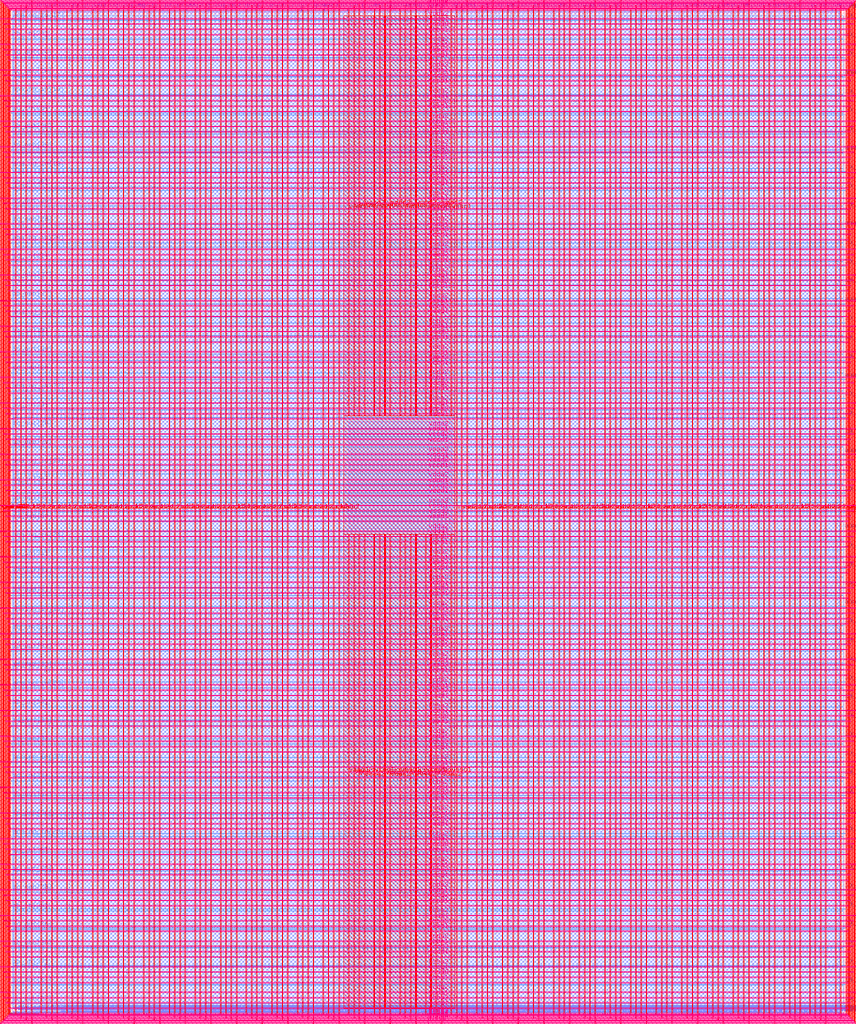
<source format=lef>
VERSION 5.7 ;
  NOWIREEXTENSIONATPIN ON ;
  DIVIDERCHAR "/" ;
  BUSBITCHARS "[]" ;
MACRO user_project_wrapper
  CLASS BLOCK ;
  FOREIGN user_project_wrapper ;
  ORIGIN 0.000 0.000 ;
  SIZE 2920.000 BY 3520.000 ;
  PIN analog_io[0]
    DIRECTION INOUT ;
    USE SIGNAL ;
    PORT
      LAYER met3 ;
        RECT 2917.600 1426.380 2924.800 1427.580 ;
    END
  END analog_io[0]
  PIN analog_io[10]
    DIRECTION INOUT ;
    USE SIGNAL ;
    PORT
      LAYER met2 ;
        RECT 2230.490 3517.600 2231.050 3524.800 ;
    END
  END analog_io[10]
  PIN analog_io[11]
    DIRECTION INOUT ;
    USE SIGNAL ;
    PORT
      LAYER met2 ;
        RECT 1905.730 3517.600 1906.290 3524.800 ;
    END
  END analog_io[11]
  PIN analog_io[12]
    DIRECTION INOUT ;
    USE SIGNAL ;
    PORT
      LAYER met2 ;
        RECT 1581.430 3517.600 1581.990 3524.800 ;
    END
  END analog_io[12]
  PIN analog_io[13]
    DIRECTION INOUT ;
    USE SIGNAL ;
    PORT
      LAYER met2 ;
        RECT 1257.130 3517.600 1257.690 3524.800 ;
    END
  END analog_io[13]
  PIN analog_io[14]
    DIRECTION INOUT ;
    USE SIGNAL ;
    PORT
      LAYER met2 ;
        RECT 932.370 3517.600 932.930 3524.800 ;
    END
  END analog_io[14]
  PIN analog_io[15]
    DIRECTION INOUT ;
    USE SIGNAL ;
    PORT
      LAYER met2 ;
        RECT 608.070 3517.600 608.630 3524.800 ;
    END
  END analog_io[15]
  PIN analog_io[16]
    DIRECTION INOUT ;
    USE SIGNAL ;
    PORT
      LAYER met2 ;
        RECT 283.770 3517.600 284.330 3524.800 ;
    END
  END analog_io[16]
  PIN analog_io[17]
    DIRECTION INOUT ;
    USE SIGNAL ;
    PORT
      LAYER met3 ;
        RECT -4.800 3486.100 2.400 3487.300 ;
    END
  END analog_io[17]
  PIN analog_io[18]
    DIRECTION INOUT ;
    USE SIGNAL ;
    PORT
      LAYER met3 ;
        RECT -4.800 3224.980 2.400 3226.180 ;
    END
  END analog_io[18]
  PIN analog_io[19]
    DIRECTION INOUT ;
    USE SIGNAL ;
    PORT
      LAYER met3 ;
        RECT -4.800 2964.540 2.400 2965.740 ;
    END
  END analog_io[19]
  PIN analog_io[1]
    DIRECTION INOUT ;
    USE SIGNAL ;
    PORT
      LAYER met3 ;
        RECT 2917.600 1692.260 2924.800 1693.460 ;
    END
  END analog_io[1]
  PIN analog_io[20]
    DIRECTION INOUT ;
    USE SIGNAL ;
    PORT
      LAYER met3 ;
        RECT -4.800 2703.420 2.400 2704.620 ;
    END
  END analog_io[20]
  PIN analog_io[21]
    DIRECTION INOUT ;
    USE SIGNAL ;
    PORT
      LAYER met3 ;
        RECT -4.800 2442.980 2.400 2444.180 ;
    END
  END analog_io[21]
  PIN analog_io[22]
    DIRECTION INOUT ;
    USE SIGNAL ;
    PORT
      LAYER met3 ;
        RECT -4.800 2182.540 2.400 2183.740 ;
    END
  END analog_io[22]
  PIN analog_io[23]
    DIRECTION INOUT ;
    USE SIGNAL ;
    PORT
      LAYER met3 ;
        RECT -4.800 1921.420 2.400 1922.620 ;
    END
  END analog_io[23]
  PIN analog_io[24]
    DIRECTION INOUT ;
    USE SIGNAL ;
    PORT
      LAYER met3 ;
        RECT -4.800 1660.980 2.400 1662.180 ;
    END
  END analog_io[24]
  PIN analog_io[25]
    DIRECTION INOUT ;
    USE SIGNAL ;
    PORT
      LAYER met3 ;
        RECT -4.800 1399.860 2.400 1401.060 ;
    END
  END analog_io[25]
  PIN analog_io[26]
    DIRECTION INOUT ;
    USE SIGNAL ;
    PORT
      LAYER met3 ;
        RECT -4.800 1139.420 2.400 1140.620 ;
    END
  END analog_io[26]
  PIN analog_io[27]
    DIRECTION INOUT ;
    USE SIGNAL ;
    PORT
      LAYER met3 ;
        RECT -4.800 878.980 2.400 880.180 ;
    END
  END analog_io[27]
  PIN analog_io[28]
    DIRECTION INOUT ;
    USE SIGNAL ;
    PORT
      LAYER met3 ;
        RECT -4.800 617.860 2.400 619.060 ;
    END
  END analog_io[28]
  PIN analog_io[2]
    DIRECTION INOUT ;
    USE SIGNAL ;
    PORT
      LAYER met3 ;
        RECT 2917.600 1958.140 2924.800 1959.340 ;
    END
  END analog_io[2]
  PIN analog_io[3]
    DIRECTION INOUT ;
    USE SIGNAL ;
    PORT
      LAYER met3 ;
        RECT 2917.600 2223.340 2924.800 2224.540 ;
    END
  END analog_io[3]
  PIN analog_io[4]
    DIRECTION INOUT ;
    USE SIGNAL ;
    PORT
      LAYER met3 ;
        RECT 2917.600 2489.220 2924.800 2490.420 ;
    END
  END analog_io[4]
  PIN analog_io[5]
    DIRECTION INOUT ;
    USE SIGNAL ;
    PORT
      LAYER met3 ;
        RECT 2917.600 2755.100 2924.800 2756.300 ;
    END
  END analog_io[5]
  PIN analog_io[6]
    DIRECTION INOUT ;
    USE SIGNAL ;
    PORT
      LAYER met3 ;
        RECT 2917.600 3020.300 2924.800 3021.500 ;
    END
  END analog_io[6]
  PIN analog_io[7]
    DIRECTION INOUT ;
    USE SIGNAL ;
    PORT
      LAYER met3 ;
        RECT 2917.600 3286.180 2924.800 3287.380 ;
    END
  END analog_io[7]
  PIN analog_io[8]
    DIRECTION INOUT ;
    USE SIGNAL ;
    PORT
      LAYER met2 ;
        RECT 2879.090 3517.600 2879.650 3524.800 ;
    END
  END analog_io[8]
  PIN analog_io[9]
    DIRECTION INOUT ;
    USE SIGNAL ;
    PORT
      LAYER met2 ;
        RECT 2554.790 3517.600 2555.350 3524.800 ;
    END
  END analog_io[9]
  PIN io_in[0]
    DIRECTION INPUT ;
    USE SIGNAL ;
    PORT
      LAYER met3 ;
        RECT 2917.600 32.380 2924.800 33.580 ;
    END
  END io_in[0]
  PIN io_in[10]
    DIRECTION INPUT ;
    USE SIGNAL ;
    PORT
      LAYER met3 ;
        RECT 2917.600 2289.980 2924.800 2291.180 ;
    END
  END io_in[10]
  PIN io_in[11]
    DIRECTION INPUT ;
    USE SIGNAL ;
    PORT
      LAYER met3 ;
        RECT 2917.600 2555.860 2924.800 2557.060 ;
    END
  END io_in[11]
  PIN io_in[12]
    DIRECTION INPUT ;
    USE SIGNAL ;
    PORT
      LAYER met3 ;
        RECT 2917.600 2821.060 2924.800 2822.260 ;
    END
  END io_in[12]
  PIN io_in[13]
    DIRECTION INPUT ;
    USE SIGNAL ;
    PORT
      LAYER met3 ;
        RECT 2917.600 3086.940 2924.800 3088.140 ;
    END
  END io_in[13]
  PIN io_in[14]
    DIRECTION INPUT ;
    USE SIGNAL ;
    PORT
      LAYER met3 ;
        RECT 2917.600 3352.820 2924.800 3354.020 ;
    END
  END io_in[14]
  PIN io_in[15]
    DIRECTION INPUT ;
    USE SIGNAL ;
    PORT
      LAYER met2 ;
        RECT 2798.130 3517.600 2798.690 3524.800 ;
    END
  END io_in[15]
  PIN io_in[16]
    DIRECTION INPUT ;
    USE SIGNAL ;
    PORT
      LAYER met2 ;
        RECT 2473.830 3517.600 2474.390 3524.800 ;
    END
  END io_in[16]
  PIN io_in[17]
    DIRECTION INPUT ;
    USE SIGNAL ;
    PORT
      LAYER met2 ;
        RECT 2149.070 3517.600 2149.630 3524.800 ;
    END
  END io_in[17]
  PIN io_in[18]
    DIRECTION INPUT ;
    USE SIGNAL ;
    PORT
      LAYER met2 ;
        RECT 1824.770 3517.600 1825.330 3524.800 ;
    END
  END io_in[18]
  PIN io_in[19]
    DIRECTION INPUT ;
    USE SIGNAL ;
    PORT
      LAYER met2 ;
        RECT 1500.470 3517.600 1501.030 3524.800 ;
    END
  END io_in[19]
  PIN io_in[1]
    DIRECTION INPUT ;
    USE SIGNAL ;
    PORT
      LAYER met3 ;
        RECT 2917.600 230.940 2924.800 232.140 ;
    END
  END io_in[1]
  PIN io_in[20]
    DIRECTION INPUT ;
    USE SIGNAL ;
    PORT
      LAYER met2 ;
        RECT 1175.710 3517.600 1176.270 3524.800 ;
    END
  END io_in[20]
  PIN io_in[21]
    DIRECTION INPUT ;
    USE SIGNAL ;
    PORT
      LAYER met2 ;
        RECT 851.410 3517.600 851.970 3524.800 ;
    END
  END io_in[21]
  PIN io_in[22]
    DIRECTION INPUT ;
    USE SIGNAL ;
    PORT
      LAYER met2 ;
        RECT 527.110 3517.600 527.670 3524.800 ;
    END
  END io_in[22]
  PIN io_in[23]
    DIRECTION INPUT ;
    USE SIGNAL ;
    PORT
      LAYER met2 ;
        RECT 202.350 3517.600 202.910 3524.800 ;
    END
  END io_in[23]
  PIN io_in[24]
    DIRECTION INPUT ;
    USE SIGNAL ;
    PORT
      LAYER met3 ;
        RECT -4.800 3420.820 2.400 3422.020 ;
    END
  END io_in[24]
  PIN io_in[25]
    DIRECTION INPUT ;
    USE SIGNAL ;
    PORT
      LAYER met3 ;
        RECT -4.800 3159.700 2.400 3160.900 ;
    END
  END io_in[25]
  PIN io_in[26]
    DIRECTION INPUT ;
    USE SIGNAL ;
    PORT
      LAYER met3 ;
        RECT -4.800 2899.260 2.400 2900.460 ;
    END
  END io_in[26]
  PIN io_in[27]
    DIRECTION INPUT ;
    USE SIGNAL ;
    PORT
      LAYER met3 ;
        RECT -4.800 2638.820 2.400 2640.020 ;
    END
  END io_in[27]
  PIN io_in[28]
    DIRECTION INPUT ;
    USE SIGNAL ;
    PORT
      LAYER met3 ;
        RECT -4.800 2377.700 2.400 2378.900 ;
    END
  END io_in[28]
  PIN io_in[29]
    DIRECTION INPUT ;
    USE SIGNAL ;
    PORT
      LAYER met3 ;
        RECT -4.800 2117.260 2.400 2118.460 ;
    END
  END io_in[29]
  PIN io_in[2]
    DIRECTION INPUT ;
    USE SIGNAL ;
    PORT
      LAYER met3 ;
        RECT 2917.600 430.180 2924.800 431.380 ;
    END
  END io_in[2]
  PIN io_in[30]
    DIRECTION INPUT ;
    USE SIGNAL ;
    PORT
      LAYER met3 ;
        RECT -4.800 1856.140 2.400 1857.340 ;
    END
  END io_in[30]
  PIN io_in[31]
    DIRECTION INPUT ;
    USE SIGNAL ;
    PORT
      LAYER met3 ;
        RECT -4.800 1595.700 2.400 1596.900 ;
    END
  END io_in[31]
  PIN io_in[32]
    DIRECTION INPUT ;
    USE SIGNAL ;
    PORT
      LAYER met3 ;
        RECT -4.800 1335.260 2.400 1336.460 ;
    END
  END io_in[32]
  PIN io_in[33]
    DIRECTION INPUT ;
    USE SIGNAL ;
    PORT
      LAYER met3 ;
        RECT -4.800 1074.140 2.400 1075.340 ;
    END
  END io_in[33]
  PIN io_in[34]
    DIRECTION INPUT ;
    USE SIGNAL ;
    PORT
      LAYER met3 ;
        RECT -4.800 813.700 2.400 814.900 ;
    END
  END io_in[34]
  PIN io_in[35]
    DIRECTION INPUT ;
    USE SIGNAL ;
    PORT
      LAYER met3 ;
        RECT -4.800 552.580 2.400 553.780 ;
    END
  END io_in[35]
  PIN io_in[36]
    DIRECTION INPUT ;
    USE SIGNAL ;
    PORT
      LAYER met3 ;
        RECT -4.800 357.420 2.400 358.620 ;
    END
  END io_in[36]
  PIN io_in[37]
    DIRECTION INPUT ;
    USE SIGNAL ;
    PORT
      LAYER met3 ;
        RECT -4.800 161.580 2.400 162.780 ;
    END
  END io_in[37]
  PIN io_in[3]
    DIRECTION INPUT ;
    USE SIGNAL ;
    PORT
      LAYER met3 ;
        RECT 2917.600 629.420 2924.800 630.620 ;
    END
  END io_in[3]
  PIN io_in[4]
    DIRECTION INPUT ;
    USE SIGNAL ;
    PORT
      LAYER met3 ;
        RECT 2917.600 828.660 2924.800 829.860 ;
    END
  END io_in[4]
  PIN io_in[5]
    DIRECTION INPUT ;
    USE SIGNAL ;
    PORT
      LAYER met3 ;
        RECT 2917.600 1027.900 2924.800 1029.100 ;
    END
  END io_in[5]
  PIN io_in[6]
    DIRECTION INPUT ;
    USE SIGNAL ;
    PORT
      LAYER met3 ;
        RECT 2917.600 1227.140 2924.800 1228.340 ;
    END
  END io_in[6]
  PIN io_in[7]
    DIRECTION INPUT ;
    USE SIGNAL ;
    PORT
      LAYER met3 ;
        RECT 2917.600 1493.020 2924.800 1494.220 ;
    END
  END io_in[7]
  PIN io_in[8]
    DIRECTION INPUT ;
    USE SIGNAL ;
    PORT
      LAYER met3 ;
        RECT 2917.600 1758.900 2924.800 1760.100 ;
    END
  END io_in[8]
  PIN io_in[9]
    DIRECTION INPUT ;
    USE SIGNAL ;
    PORT
      LAYER met3 ;
        RECT 2917.600 2024.100 2924.800 2025.300 ;
    END
  END io_in[9]
  PIN io_oeb[0]
    DIRECTION OUTPUT TRISTATE ;
    USE SIGNAL ;
    PORT
      LAYER met3 ;
        RECT 2917.600 164.980 2924.800 166.180 ;
    END
  END io_oeb[0]
  PIN io_oeb[10]
    DIRECTION OUTPUT TRISTATE ;
    USE SIGNAL ;
    PORT
      LAYER met3 ;
        RECT 2917.600 2422.580 2924.800 2423.780 ;
    END
  END io_oeb[10]
  PIN io_oeb[11]
    DIRECTION OUTPUT TRISTATE ;
    USE SIGNAL ;
    PORT
      LAYER met3 ;
        RECT 2917.600 2688.460 2924.800 2689.660 ;
    END
  END io_oeb[11]
  PIN io_oeb[12]
    DIRECTION OUTPUT TRISTATE ;
    USE SIGNAL ;
    PORT
      LAYER met3 ;
        RECT 2917.600 2954.340 2924.800 2955.540 ;
    END
  END io_oeb[12]
  PIN io_oeb[13]
    DIRECTION OUTPUT TRISTATE ;
    USE SIGNAL ;
    PORT
      LAYER met3 ;
        RECT 2917.600 3219.540 2924.800 3220.740 ;
    END
  END io_oeb[13]
  PIN io_oeb[14]
    DIRECTION OUTPUT TRISTATE ;
    USE SIGNAL ;
    PORT
      LAYER met3 ;
        RECT 2917.600 3485.420 2924.800 3486.620 ;
    END
  END io_oeb[14]
  PIN io_oeb[15]
    DIRECTION OUTPUT TRISTATE ;
    USE SIGNAL ;
    PORT
      LAYER met2 ;
        RECT 2635.750 3517.600 2636.310 3524.800 ;
    END
  END io_oeb[15]
  PIN io_oeb[16]
    DIRECTION OUTPUT TRISTATE ;
    USE SIGNAL ;
    PORT
      LAYER met2 ;
        RECT 2311.450 3517.600 2312.010 3524.800 ;
    END
  END io_oeb[16]
  PIN io_oeb[17]
    DIRECTION OUTPUT TRISTATE ;
    USE SIGNAL ;
    PORT
      LAYER met2 ;
        RECT 1987.150 3517.600 1987.710 3524.800 ;
    END
  END io_oeb[17]
  PIN io_oeb[18]
    DIRECTION OUTPUT TRISTATE ;
    USE SIGNAL ;
    PORT
      LAYER met2 ;
        RECT 1662.390 3517.600 1662.950 3524.800 ;
    END
  END io_oeb[18]
  PIN io_oeb[19]
    DIRECTION OUTPUT TRISTATE ;
    USE SIGNAL ;
    PORT
      LAYER met2 ;
        RECT 1338.090 3517.600 1338.650 3524.800 ;
    END
  END io_oeb[19]
  PIN io_oeb[1]
    DIRECTION OUTPUT TRISTATE ;
    USE SIGNAL ;
    PORT
      LAYER met3 ;
        RECT 2917.600 364.220 2924.800 365.420 ;
    END
  END io_oeb[1]
  PIN io_oeb[20]
    DIRECTION OUTPUT TRISTATE ;
    USE SIGNAL ;
    PORT
      LAYER met2 ;
        RECT 1013.790 3517.600 1014.350 3524.800 ;
    END
  END io_oeb[20]
  PIN io_oeb[21]
    DIRECTION OUTPUT TRISTATE ;
    USE SIGNAL ;
    PORT
      LAYER met2 ;
        RECT 689.030 3517.600 689.590 3524.800 ;
    END
  END io_oeb[21]
  PIN io_oeb[22]
    DIRECTION OUTPUT TRISTATE ;
    USE SIGNAL ;
    PORT
      LAYER met2 ;
        RECT 364.730 3517.600 365.290 3524.800 ;
    END
  END io_oeb[22]
  PIN io_oeb[23]
    DIRECTION OUTPUT TRISTATE ;
    USE SIGNAL ;
    PORT
      LAYER met2 ;
        RECT 40.430 3517.600 40.990 3524.800 ;
    END
  END io_oeb[23]
  PIN io_oeb[24]
    DIRECTION OUTPUT TRISTATE ;
    USE SIGNAL ;
    PORT
      LAYER met3 ;
        RECT -4.800 3290.260 2.400 3291.460 ;
    END
  END io_oeb[24]
  PIN io_oeb[25]
    DIRECTION OUTPUT TRISTATE ;
    USE SIGNAL ;
    PORT
      LAYER met3 ;
        RECT -4.800 3029.820 2.400 3031.020 ;
    END
  END io_oeb[25]
  PIN io_oeb[26]
    DIRECTION OUTPUT TRISTATE ;
    USE SIGNAL ;
    PORT
      LAYER met3 ;
        RECT -4.800 2768.700 2.400 2769.900 ;
    END
  END io_oeb[26]
  PIN io_oeb[27]
    DIRECTION OUTPUT TRISTATE ;
    USE SIGNAL ;
    PORT
      LAYER met3 ;
        RECT -4.800 2508.260 2.400 2509.460 ;
    END
  END io_oeb[27]
  PIN io_oeb[28]
    DIRECTION OUTPUT TRISTATE ;
    USE SIGNAL ;
    PORT
      LAYER met3 ;
        RECT -4.800 2247.140 2.400 2248.340 ;
    END
  END io_oeb[28]
  PIN io_oeb[29]
    DIRECTION OUTPUT TRISTATE ;
    USE SIGNAL ;
    PORT
      LAYER met3 ;
        RECT -4.800 1986.700 2.400 1987.900 ;
    END
  END io_oeb[29]
  PIN io_oeb[2]
    DIRECTION OUTPUT TRISTATE ;
    USE SIGNAL ;
    PORT
      LAYER met3 ;
        RECT 2917.600 563.460 2924.800 564.660 ;
    END
  END io_oeb[2]
  PIN io_oeb[30]
    DIRECTION OUTPUT TRISTATE ;
    USE SIGNAL ;
    PORT
      LAYER met3 ;
        RECT -4.800 1726.260 2.400 1727.460 ;
    END
  END io_oeb[30]
  PIN io_oeb[31]
    DIRECTION OUTPUT TRISTATE ;
    USE SIGNAL ;
    PORT
      LAYER met3 ;
        RECT -4.800 1465.140 2.400 1466.340 ;
    END
  END io_oeb[31]
  PIN io_oeb[32]
    DIRECTION OUTPUT TRISTATE ;
    USE SIGNAL ;
    PORT
      LAYER met3 ;
        RECT -4.800 1204.700 2.400 1205.900 ;
    END
  END io_oeb[32]
  PIN io_oeb[33]
    DIRECTION OUTPUT TRISTATE ;
    USE SIGNAL ;
    PORT
      LAYER met3 ;
        RECT -4.800 943.580 2.400 944.780 ;
    END
  END io_oeb[33]
  PIN io_oeb[34]
    DIRECTION OUTPUT TRISTATE ;
    USE SIGNAL ;
    PORT
      LAYER met3 ;
        RECT -4.800 683.140 2.400 684.340 ;
    END
  END io_oeb[34]
  PIN io_oeb[35]
    DIRECTION OUTPUT TRISTATE ;
    USE SIGNAL ;
    PORT
      LAYER met3 ;
        RECT -4.800 422.700 2.400 423.900 ;
    END
  END io_oeb[35]
  PIN io_oeb[36]
    DIRECTION OUTPUT TRISTATE ;
    USE SIGNAL ;
    PORT
      LAYER met3 ;
        RECT -4.800 226.860 2.400 228.060 ;
    END
  END io_oeb[36]
  PIN io_oeb[37]
    DIRECTION OUTPUT TRISTATE ;
    USE SIGNAL ;
    PORT
      LAYER met3 ;
        RECT -4.800 31.700 2.400 32.900 ;
    END
  END io_oeb[37]
  PIN io_oeb[3]
    DIRECTION OUTPUT TRISTATE ;
    USE SIGNAL ;
    PORT
      LAYER met3 ;
        RECT 2917.600 762.700 2924.800 763.900 ;
    END
  END io_oeb[3]
  PIN io_oeb[4]
    DIRECTION OUTPUT TRISTATE ;
    USE SIGNAL ;
    PORT
      LAYER met3 ;
        RECT 2917.600 961.940 2924.800 963.140 ;
    END
  END io_oeb[4]
  PIN io_oeb[5]
    DIRECTION OUTPUT TRISTATE ;
    USE SIGNAL ;
    PORT
      LAYER met3 ;
        RECT 2917.600 1161.180 2924.800 1162.380 ;
    END
  END io_oeb[5]
  PIN io_oeb[6]
    DIRECTION OUTPUT TRISTATE ;
    USE SIGNAL ;
    PORT
      LAYER met3 ;
        RECT 2917.600 1360.420 2924.800 1361.620 ;
    END
  END io_oeb[6]
  PIN io_oeb[7]
    DIRECTION OUTPUT TRISTATE ;
    USE SIGNAL ;
    PORT
      LAYER met3 ;
        RECT 2917.600 1625.620 2924.800 1626.820 ;
    END
  END io_oeb[7]
  PIN io_oeb[8]
    DIRECTION OUTPUT TRISTATE ;
    USE SIGNAL ;
    PORT
      LAYER met3 ;
        RECT 2917.600 1891.500 2924.800 1892.700 ;
    END
  END io_oeb[8]
  PIN io_oeb[9]
    DIRECTION OUTPUT TRISTATE ;
    USE SIGNAL ;
    PORT
      LAYER met3 ;
        RECT 2917.600 2157.380 2924.800 2158.580 ;
    END
  END io_oeb[9]
  PIN io_out[0]
    DIRECTION OUTPUT TRISTATE ;
    USE SIGNAL ;
    PORT
      LAYER met3 ;
        RECT 2917.600 98.340 2924.800 99.540 ;
    END
  END io_out[0]
  PIN io_out[10]
    DIRECTION OUTPUT TRISTATE ;
    USE SIGNAL ;
    PORT
      LAYER met3 ;
        RECT 2917.600 2356.620 2924.800 2357.820 ;
    END
  END io_out[10]
  PIN io_out[11]
    DIRECTION OUTPUT TRISTATE ;
    USE SIGNAL ;
    PORT
      LAYER met3 ;
        RECT 2917.600 2621.820 2924.800 2623.020 ;
    END
  END io_out[11]
  PIN io_out[12]
    DIRECTION OUTPUT TRISTATE ;
    USE SIGNAL ;
    PORT
      LAYER met3 ;
        RECT 2917.600 2887.700 2924.800 2888.900 ;
    END
  END io_out[12]
  PIN io_out[13]
    DIRECTION OUTPUT TRISTATE ;
    USE SIGNAL ;
    PORT
      LAYER met3 ;
        RECT 2917.600 3153.580 2924.800 3154.780 ;
    END
  END io_out[13]
  PIN io_out[14]
    DIRECTION OUTPUT TRISTATE ;
    USE SIGNAL ;
    PORT
      LAYER met3 ;
        RECT 2917.600 3418.780 2924.800 3419.980 ;
    END
  END io_out[14]
  PIN io_out[15]
    DIRECTION OUTPUT TRISTATE ;
    USE SIGNAL ;
    PORT
      LAYER met2 ;
        RECT 2717.170 3517.600 2717.730 3524.800 ;
    END
  END io_out[15]
  PIN io_out[16]
    DIRECTION OUTPUT TRISTATE ;
    USE SIGNAL ;
    PORT
      LAYER met2 ;
        RECT 2392.410 3517.600 2392.970 3524.800 ;
    END
  END io_out[16]
  PIN io_out[17]
    DIRECTION OUTPUT TRISTATE ;
    USE SIGNAL ;
    PORT
      LAYER met2 ;
        RECT 2068.110 3517.600 2068.670 3524.800 ;
    END
  END io_out[17]
  PIN io_out[18]
    DIRECTION OUTPUT TRISTATE ;
    USE SIGNAL ;
    PORT
      LAYER met2 ;
        RECT 1743.810 3517.600 1744.370 3524.800 ;
    END
  END io_out[18]
  PIN io_out[19]
    DIRECTION OUTPUT TRISTATE ;
    USE SIGNAL ;
    PORT
      LAYER met2 ;
        RECT 1419.050 3517.600 1419.610 3524.800 ;
    END
  END io_out[19]
  PIN io_out[1]
    DIRECTION OUTPUT TRISTATE ;
    USE SIGNAL ;
    PORT
      LAYER met3 ;
        RECT 2917.600 297.580 2924.800 298.780 ;
    END
  END io_out[1]
  PIN io_out[20]
    DIRECTION OUTPUT TRISTATE ;
    USE SIGNAL ;
    PORT
      LAYER met2 ;
        RECT 1094.750 3517.600 1095.310 3524.800 ;
    END
  END io_out[20]
  PIN io_out[21]
    DIRECTION OUTPUT TRISTATE ;
    USE SIGNAL ;
    PORT
      LAYER met2 ;
        RECT 770.450 3517.600 771.010 3524.800 ;
    END
  END io_out[21]
  PIN io_out[22]
    DIRECTION OUTPUT TRISTATE ;
    USE SIGNAL ;
    PORT
      LAYER met2 ;
        RECT 445.690 3517.600 446.250 3524.800 ;
    END
  END io_out[22]
  PIN io_out[23]
    DIRECTION OUTPUT TRISTATE ;
    USE SIGNAL ;
    PORT
      LAYER met2 ;
        RECT 121.390 3517.600 121.950 3524.800 ;
    END
  END io_out[23]
  PIN io_out[24]
    DIRECTION OUTPUT TRISTATE ;
    USE SIGNAL ;
    PORT
      LAYER met3 ;
        RECT -4.800 3355.540 2.400 3356.740 ;
    END
  END io_out[24]
  PIN io_out[25]
    DIRECTION OUTPUT TRISTATE ;
    USE SIGNAL ;
    PORT
      LAYER met3 ;
        RECT -4.800 3095.100 2.400 3096.300 ;
    END
  END io_out[25]
  PIN io_out[26]
    DIRECTION OUTPUT TRISTATE ;
    USE SIGNAL ;
    PORT
      LAYER met3 ;
        RECT -4.800 2833.980 2.400 2835.180 ;
    END
  END io_out[26]
  PIN io_out[27]
    DIRECTION OUTPUT TRISTATE ;
    USE SIGNAL ;
    PORT
      LAYER met3 ;
        RECT -4.800 2573.540 2.400 2574.740 ;
    END
  END io_out[27]
  PIN io_out[28]
    DIRECTION OUTPUT TRISTATE ;
    USE SIGNAL ;
    PORT
      LAYER met3 ;
        RECT -4.800 2312.420 2.400 2313.620 ;
    END
  END io_out[28]
  PIN io_out[29]
    DIRECTION OUTPUT TRISTATE ;
    USE SIGNAL ;
    PORT
      LAYER met3 ;
        RECT -4.800 2051.980 2.400 2053.180 ;
    END
  END io_out[29]
  PIN io_out[2]
    DIRECTION OUTPUT TRISTATE ;
    USE SIGNAL ;
    PORT
      LAYER met3 ;
        RECT 2917.600 496.820 2924.800 498.020 ;
    END
  END io_out[2]
  PIN io_out[30]
    DIRECTION OUTPUT TRISTATE ;
    USE SIGNAL ;
    PORT
      LAYER met3 ;
        RECT -4.800 1791.540 2.400 1792.740 ;
    END
  END io_out[30]
  PIN io_out[31]
    DIRECTION OUTPUT TRISTATE ;
    USE SIGNAL ;
    PORT
      LAYER met3 ;
        RECT -4.800 1530.420 2.400 1531.620 ;
    END
  END io_out[31]
  PIN io_out[32]
    DIRECTION OUTPUT TRISTATE ;
    USE SIGNAL ;
    PORT
      LAYER met3 ;
        RECT -4.800 1269.980 2.400 1271.180 ;
    END
  END io_out[32]
  PIN io_out[33]
    DIRECTION OUTPUT TRISTATE ;
    USE SIGNAL ;
    PORT
      LAYER met3 ;
        RECT -4.800 1008.860 2.400 1010.060 ;
    END
  END io_out[33]
  PIN io_out[34]
    DIRECTION OUTPUT TRISTATE ;
    USE SIGNAL ;
    PORT
      LAYER met3 ;
        RECT -4.800 748.420 2.400 749.620 ;
    END
  END io_out[34]
  PIN io_out[35]
    DIRECTION OUTPUT TRISTATE ;
    USE SIGNAL ;
    PORT
      LAYER met3 ;
        RECT -4.800 487.300 2.400 488.500 ;
    END
  END io_out[35]
  PIN io_out[36]
    DIRECTION OUTPUT TRISTATE ;
    USE SIGNAL ;
    PORT
      LAYER met3 ;
        RECT -4.800 292.140 2.400 293.340 ;
    END
  END io_out[36]
  PIN io_out[37]
    DIRECTION OUTPUT TRISTATE ;
    USE SIGNAL ;
    PORT
      LAYER met3 ;
        RECT -4.800 96.300 2.400 97.500 ;
    END
  END io_out[37]
  PIN io_out[3]
    DIRECTION OUTPUT TRISTATE ;
    USE SIGNAL ;
    PORT
      LAYER met3 ;
        RECT 2917.600 696.060 2924.800 697.260 ;
    END
  END io_out[3]
  PIN io_out[4]
    DIRECTION OUTPUT TRISTATE ;
    USE SIGNAL ;
    PORT
      LAYER met3 ;
        RECT 2917.600 895.300 2924.800 896.500 ;
    END
  END io_out[4]
  PIN io_out[5]
    DIRECTION OUTPUT TRISTATE ;
    USE SIGNAL ;
    PORT
      LAYER met3 ;
        RECT 2917.600 1094.540 2924.800 1095.740 ;
    END
  END io_out[5]
  PIN io_out[6]
    DIRECTION OUTPUT TRISTATE ;
    USE SIGNAL ;
    PORT
      LAYER met3 ;
        RECT 2917.600 1293.780 2924.800 1294.980 ;
    END
  END io_out[6]
  PIN io_out[7]
    DIRECTION OUTPUT TRISTATE ;
    USE SIGNAL ;
    PORT
      LAYER met3 ;
        RECT 2917.600 1559.660 2924.800 1560.860 ;
    END
  END io_out[7]
  PIN io_out[8]
    DIRECTION OUTPUT TRISTATE ;
    USE SIGNAL ;
    PORT
      LAYER met3 ;
        RECT 2917.600 1824.860 2924.800 1826.060 ;
    END
  END io_out[8]
  PIN io_out[9]
    DIRECTION OUTPUT TRISTATE ;
    USE SIGNAL ;
    PORT
      LAYER met3 ;
        RECT 2917.600 2090.740 2924.800 2091.940 ;
    END
  END io_out[9]
  PIN la_data_in[0]
    DIRECTION INPUT ;
    USE SIGNAL ;
    PORT
      LAYER met2 ;
        RECT 629.230 -4.800 629.790 2.400 ;
    END
  END la_data_in[0]
  PIN la_data_in[100]
    DIRECTION INPUT ;
    USE SIGNAL ;
    PORT
      LAYER met2 ;
        RECT 2402.530 -4.800 2403.090 2.400 ;
    END
  END la_data_in[100]
  PIN la_data_in[101]
    DIRECTION INPUT ;
    USE SIGNAL ;
    PORT
      LAYER met2 ;
        RECT 2420.010 -4.800 2420.570 2.400 ;
    END
  END la_data_in[101]
  PIN la_data_in[102]
    DIRECTION INPUT ;
    USE SIGNAL ;
    PORT
      LAYER met2 ;
        RECT 2437.950 -4.800 2438.510 2.400 ;
    END
  END la_data_in[102]
  PIN la_data_in[103]
    DIRECTION INPUT ;
    USE SIGNAL ;
    PORT
      LAYER met2 ;
        RECT 2455.430 -4.800 2455.990 2.400 ;
    END
  END la_data_in[103]
  PIN la_data_in[104]
    DIRECTION INPUT ;
    USE SIGNAL ;
    PORT
      LAYER met2 ;
        RECT 2473.370 -4.800 2473.930 2.400 ;
    END
  END la_data_in[104]
  PIN la_data_in[105]
    DIRECTION INPUT ;
    USE SIGNAL ;
    PORT
      LAYER met2 ;
        RECT 2490.850 -4.800 2491.410 2.400 ;
    END
  END la_data_in[105]
  PIN la_data_in[106]
    DIRECTION INPUT ;
    USE SIGNAL ;
    PORT
      LAYER met2 ;
        RECT 2508.790 -4.800 2509.350 2.400 ;
    END
  END la_data_in[106]
  PIN la_data_in[107]
    DIRECTION INPUT ;
    USE SIGNAL ;
    PORT
      LAYER met2 ;
        RECT 2526.730 -4.800 2527.290 2.400 ;
    END
  END la_data_in[107]
  PIN la_data_in[108]
    DIRECTION INPUT ;
    USE SIGNAL ;
    PORT
      LAYER met2 ;
        RECT 2544.210 -4.800 2544.770 2.400 ;
    END
  END la_data_in[108]
  PIN la_data_in[109]
    DIRECTION INPUT ;
    USE SIGNAL ;
    PORT
      LAYER met2 ;
        RECT 2562.150 -4.800 2562.710 2.400 ;
    END
  END la_data_in[109]
  PIN la_data_in[10]
    DIRECTION INPUT ;
    USE SIGNAL ;
    PORT
      LAYER met2 ;
        RECT 806.330 -4.800 806.890 2.400 ;
    END
  END la_data_in[10]
  PIN la_data_in[110]
    DIRECTION INPUT ;
    USE SIGNAL ;
    PORT
      LAYER met2 ;
        RECT 2579.630 -4.800 2580.190 2.400 ;
    END
  END la_data_in[110]
  PIN la_data_in[111]
    DIRECTION INPUT ;
    USE SIGNAL ;
    PORT
      LAYER met2 ;
        RECT 2597.570 -4.800 2598.130 2.400 ;
    END
  END la_data_in[111]
  PIN la_data_in[112]
    DIRECTION INPUT ;
    USE SIGNAL ;
    PORT
      LAYER met2 ;
        RECT 2615.050 -4.800 2615.610 2.400 ;
    END
  END la_data_in[112]
  PIN la_data_in[113]
    DIRECTION INPUT ;
    USE SIGNAL ;
    PORT
      LAYER met2 ;
        RECT 2632.990 -4.800 2633.550 2.400 ;
    END
  END la_data_in[113]
  PIN la_data_in[114]
    DIRECTION INPUT ;
    USE SIGNAL ;
    PORT
      LAYER met2 ;
        RECT 2650.470 -4.800 2651.030 2.400 ;
    END
  END la_data_in[114]
  PIN la_data_in[115]
    DIRECTION INPUT ;
    USE SIGNAL ;
    PORT
      LAYER met2 ;
        RECT 2668.410 -4.800 2668.970 2.400 ;
    END
  END la_data_in[115]
  PIN la_data_in[116]
    DIRECTION INPUT ;
    USE SIGNAL ;
    PORT
      LAYER met2 ;
        RECT 2685.890 -4.800 2686.450 2.400 ;
    END
  END la_data_in[116]
  PIN la_data_in[117]
    DIRECTION INPUT ;
    USE SIGNAL ;
    PORT
      LAYER met2 ;
        RECT 2703.830 -4.800 2704.390 2.400 ;
    END
  END la_data_in[117]
  PIN la_data_in[118]
    DIRECTION INPUT ;
    USE SIGNAL ;
    PORT
      LAYER met2 ;
        RECT 2721.770 -4.800 2722.330 2.400 ;
    END
  END la_data_in[118]
  PIN la_data_in[119]
    DIRECTION INPUT ;
    USE SIGNAL ;
    PORT
      LAYER met2 ;
        RECT 2739.250 -4.800 2739.810 2.400 ;
    END
  END la_data_in[119]
  PIN la_data_in[11]
    DIRECTION INPUT ;
    USE SIGNAL ;
    PORT
      LAYER met2 ;
        RECT 824.270 -4.800 824.830 2.400 ;
    END
  END la_data_in[11]
  PIN la_data_in[120]
    DIRECTION INPUT ;
    USE SIGNAL ;
    PORT
      LAYER met2 ;
        RECT 2757.190 -4.800 2757.750 2.400 ;
    END
  END la_data_in[120]
  PIN la_data_in[121]
    DIRECTION INPUT ;
    USE SIGNAL ;
    PORT
      LAYER met2 ;
        RECT 2774.670 -4.800 2775.230 2.400 ;
    END
  END la_data_in[121]
  PIN la_data_in[122]
    DIRECTION INPUT ;
    USE SIGNAL ;
    PORT
      LAYER met2 ;
        RECT 2792.610 -4.800 2793.170 2.400 ;
    END
  END la_data_in[122]
  PIN la_data_in[123]
    DIRECTION INPUT ;
    USE SIGNAL ;
    PORT
      LAYER met2 ;
        RECT 2810.090 -4.800 2810.650 2.400 ;
    END
  END la_data_in[123]
  PIN la_data_in[124]
    DIRECTION INPUT ;
    USE SIGNAL ;
    PORT
      LAYER met2 ;
        RECT 2828.030 -4.800 2828.590 2.400 ;
    END
  END la_data_in[124]
  PIN la_data_in[125]
    DIRECTION INPUT ;
    USE SIGNAL ;
    PORT
      LAYER met2 ;
        RECT 2845.510 -4.800 2846.070 2.400 ;
    END
  END la_data_in[125]
  PIN la_data_in[126]
    DIRECTION INPUT ;
    USE SIGNAL ;
    PORT
      LAYER met2 ;
        RECT 2863.450 -4.800 2864.010 2.400 ;
    END
  END la_data_in[126]
  PIN la_data_in[127]
    DIRECTION INPUT ;
    USE SIGNAL ;
    PORT
      LAYER met2 ;
        RECT 2881.390 -4.800 2881.950 2.400 ;
    END
  END la_data_in[127]
  PIN la_data_in[12]
    DIRECTION INPUT ;
    USE SIGNAL ;
    PORT
      LAYER met2 ;
        RECT 841.750 -4.800 842.310 2.400 ;
    END
  END la_data_in[12]
  PIN la_data_in[13]
    DIRECTION INPUT ;
    USE SIGNAL ;
    PORT
      LAYER met2 ;
        RECT 859.690 -4.800 860.250 2.400 ;
    END
  END la_data_in[13]
  PIN la_data_in[14]
    DIRECTION INPUT ;
    USE SIGNAL ;
    PORT
      LAYER met2 ;
        RECT 877.170 -4.800 877.730 2.400 ;
    END
  END la_data_in[14]
  PIN la_data_in[15]
    DIRECTION INPUT ;
    USE SIGNAL ;
    PORT
      LAYER met2 ;
        RECT 895.110 -4.800 895.670 2.400 ;
    END
  END la_data_in[15]
  PIN la_data_in[16]
    DIRECTION INPUT ;
    USE SIGNAL ;
    PORT
      LAYER met2 ;
        RECT 912.590 -4.800 913.150 2.400 ;
    END
  END la_data_in[16]
  PIN la_data_in[17]
    DIRECTION INPUT ;
    USE SIGNAL ;
    PORT
      LAYER met2 ;
        RECT 930.530 -4.800 931.090 2.400 ;
    END
  END la_data_in[17]
  PIN la_data_in[18]
    DIRECTION INPUT ;
    USE SIGNAL ;
    PORT
      LAYER met2 ;
        RECT 948.470 -4.800 949.030 2.400 ;
    END
  END la_data_in[18]
  PIN la_data_in[19]
    DIRECTION INPUT ;
    USE SIGNAL ;
    PORT
      LAYER met2 ;
        RECT 965.950 -4.800 966.510 2.400 ;
    END
  END la_data_in[19]
  PIN la_data_in[1]
    DIRECTION INPUT ;
    USE SIGNAL ;
    PORT
      LAYER met2 ;
        RECT 646.710 -4.800 647.270 2.400 ;
    END
  END la_data_in[1]
  PIN la_data_in[20]
    DIRECTION INPUT ;
    USE SIGNAL ;
    PORT
      LAYER met2 ;
        RECT 983.890 -4.800 984.450 2.400 ;
    END
  END la_data_in[20]
  PIN la_data_in[21]
    DIRECTION INPUT ;
    USE SIGNAL ;
    PORT
      LAYER met2 ;
        RECT 1001.370 -4.800 1001.930 2.400 ;
    END
  END la_data_in[21]
  PIN la_data_in[22]
    DIRECTION INPUT ;
    USE SIGNAL ;
    PORT
      LAYER met2 ;
        RECT 1019.310 -4.800 1019.870 2.400 ;
    END
  END la_data_in[22]
  PIN la_data_in[23]
    DIRECTION INPUT ;
    USE SIGNAL ;
    PORT
      LAYER met2 ;
        RECT 1036.790 -4.800 1037.350 2.400 ;
    END
  END la_data_in[23]
  PIN la_data_in[24]
    DIRECTION INPUT ;
    USE SIGNAL ;
    PORT
      LAYER met2 ;
        RECT 1054.730 -4.800 1055.290 2.400 ;
    END
  END la_data_in[24]
  PIN la_data_in[25]
    DIRECTION INPUT ;
    USE SIGNAL ;
    PORT
      LAYER met2 ;
        RECT 1072.210 -4.800 1072.770 2.400 ;
    END
  END la_data_in[25]
  PIN la_data_in[26]
    DIRECTION INPUT ;
    USE SIGNAL ;
    PORT
      LAYER met2 ;
        RECT 1090.150 -4.800 1090.710 2.400 ;
    END
  END la_data_in[26]
  PIN la_data_in[27]
    DIRECTION INPUT ;
    USE SIGNAL ;
    PORT
      LAYER met2 ;
        RECT 1107.630 -4.800 1108.190 2.400 ;
    END
  END la_data_in[27]
  PIN la_data_in[28]
    DIRECTION INPUT ;
    USE SIGNAL ;
    PORT
      LAYER met2 ;
        RECT 1125.570 -4.800 1126.130 2.400 ;
    END
  END la_data_in[28]
  PIN la_data_in[29]
    DIRECTION INPUT ;
    USE SIGNAL ;
    PORT
      LAYER met2 ;
        RECT 1143.510 -4.800 1144.070 2.400 ;
    END
  END la_data_in[29]
  PIN la_data_in[2]
    DIRECTION INPUT ;
    USE SIGNAL ;
    PORT
      LAYER met2 ;
        RECT 664.650 -4.800 665.210 2.400 ;
    END
  END la_data_in[2]
  PIN la_data_in[30]
    DIRECTION INPUT ;
    USE SIGNAL ;
    PORT
      LAYER met2 ;
        RECT 1160.990 -4.800 1161.550 2.400 ;
    END
  END la_data_in[30]
  PIN la_data_in[31]
    DIRECTION INPUT ;
    USE SIGNAL ;
    PORT
      LAYER met2 ;
        RECT 1178.930 -4.800 1179.490 2.400 ;
    END
  END la_data_in[31]
  PIN la_data_in[32]
    DIRECTION INPUT ;
    USE SIGNAL ;
    PORT
      LAYER met2 ;
        RECT 1196.410 -4.800 1196.970 2.400 ;
    END
  END la_data_in[32]
  PIN la_data_in[33]
    DIRECTION INPUT ;
    USE SIGNAL ;
    PORT
      LAYER met2 ;
        RECT 1214.350 -4.800 1214.910 2.400 ;
    END
  END la_data_in[33]
  PIN la_data_in[34]
    DIRECTION INPUT ;
    USE SIGNAL ;
    PORT
      LAYER met2 ;
        RECT 1231.830 -4.800 1232.390 2.400 ;
    END
  END la_data_in[34]
  PIN la_data_in[35]
    DIRECTION INPUT ;
    USE SIGNAL ;
    PORT
      LAYER met2 ;
        RECT 1249.770 -4.800 1250.330 2.400 ;
    END
  END la_data_in[35]
  PIN la_data_in[36]
    DIRECTION INPUT ;
    USE SIGNAL ;
    PORT
      LAYER met2 ;
        RECT 1267.250 -4.800 1267.810 2.400 ;
    END
  END la_data_in[36]
  PIN la_data_in[37]
    DIRECTION INPUT ;
    USE SIGNAL ;
    PORT
      LAYER met2 ;
        RECT 1285.190 -4.800 1285.750 2.400 ;
    END
  END la_data_in[37]
  PIN la_data_in[38]
    DIRECTION INPUT ;
    USE SIGNAL ;
    PORT
      LAYER met2 ;
        RECT 1303.130 -4.800 1303.690 2.400 ;
    END
  END la_data_in[38]
  PIN la_data_in[39]
    DIRECTION INPUT ;
    USE SIGNAL ;
    PORT
      LAYER met2 ;
        RECT 1320.610 -4.800 1321.170 2.400 ;
    END
  END la_data_in[39]
  PIN la_data_in[3]
    DIRECTION INPUT ;
    USE SIGNAL ;
    PORT
      LAYER met2 ;
        RECT 682.130 -4.800 682.690 2.400 ;
    END
  END la_data_in[3]
  PIN la_data_in[40]
    DIRECTION INPUT ;
    USE SIGNAL ;
    PORT
      LAYER met2 ;
        RECT 1338.550 -4.800 1339.110 2.400 ;
    END
  END la_data_in[40]
  PIN la_data_in[41]
    DIRECTION INPUT ;
    USE SIGNAL ;
    PORT
      LAYER met2 ;
        RECT 1356.030 -4.800 1356.590 2.400 ;
    END
  END la_data_in[41]
  PIN la_data_in[42]
    DIRECTION INPUT ;
    USE SIGNAL ;
    PORT
      LAYER met2 ;
        RECT 1373.970 -4.800 1374.530 2.400 ;
    END
  END la_data_in[42]
  PIN la_data_in[43]
    DIRECTION INPUT ;
    USE SIGNAL ;
    PORT
      LAYER met2 ;
        RECT 1391.450 -4.800 1392.010 2.400 ;
    END
  END la_data_in[43]
  PIN la_data_in[44]
    DIRECTION INPUT ;
    USE SIGNAL ;
    PORT
      LAYER met2 ;
        RECT 1409.390 -4.800 1409.950 2.400 ;
    END
  END la_data_in[44]
  PIN la_data_in[45]
    DIRECTION INPUT ;
    USE SIGNAL ;
    PORT
      LAYER met2 ;
        RECT 1426.870 -4.800 1427.430 2.400 ;
    END
  END la_data_in[45]
  PIN la_data_in[46]
    DIRECTION INPUT ;
    USE SIGNAL ;
    PORT
      LAYER met2 ;
        RECT 1444.810 -4.800 1445.370 2.400 ;
    END
  END la_data_in[46]
  PIN la_data_in[47]
    DIRECTION INPUT ;
    USE SIGNAL ;
    PORT
      LAYER met2 ;
        RECT 1462.750 -4.800 1463.310 2.400 ;
    END
  END la_data_in[47]
  PIN la_data_in[48]
    DIRECTION INPUT ;
    USE SIGNAL ;
    PORT
      LAYER met2 ;
        RECT 1480.230 -4.800 1480.790 2.400 ;
    END
  END la_data_in[48]
  PIN la_data_in[49]
    DIRECTION INPUT ;
    USE SIGNAL ;
    PORT
      LAYER met2 ;
        RECT 1498.170 -4.800 1498.730 2.400 ;
    END
  END la_data_in[49]
  PIN la_data_in[4]
    DIRECTION INPUT ;
    USE SIGNAL ;
    PORT
      LAYER met2 ;
        RECT 700.070 -4.800 700.630 2.400 ;
    END
  END la_data_in[4]
  PIN la_data_in[50]
    DIRECTION INPUT ;
    USE SIGNAL ;
    PORT
      LAYER met2 ;
        RECT 1515.650 -4.800 1516.210 2.400 ;
    END
  END la_data_in[50]
  PIN la_data_in[51]
    DIRECTION INPUT ;
    USE SIGNAL ;
    PORT
      LAYER met2 ;
        RECT 1533.590 -4.800 1534.150 2.400 ;
    END
  END la_data_in[51]
  PIN la_data_in[52]
    DIRECTION INPUT ;
    USE SIGNAL ;
    PORT
      LAYER met2 ;
        RECT 1551.070 -4.800 1551.630 2.400 ;
    END
  END la_data_in[52]
  PIN la_data_in[53]
    DIRECTION INPUT ;
    USE SIGNAL ;
    PORT
      LAYER met2 ;
        RECT 1569.010 -4.800 1569.570 2.400 ;
    END
  END la_data_in[53]
  PIN la_data_in[54]
    DIRECTION INPUT ;
    USE SIGNAL ;
    PORT
      LAYER met2 ;
        RECT 1586.490 -4.800 1587.050 2.400 ;
    END
  END la_data_in[54]
  PIN la_data_in[55]
    DIRECTION INPUT ;
    USE SIGNAL ;
    PORT
      LAYER met2 ;
        RECT 1604.430 -4.800 1604.990 2.400 ;
    END
  END la_data_in[55]
  PIN la_data_in[56]
    DIRECTION INPUT ;
    USE SIGNAL ;
    PORT
      LAYER met2 ;
        RECT 1621.910 -4.800 1622.470 2.400 ;
    END
  END la_data_in[56]
  PIN la_data_in[57]
    DIRECTION INPUT ;
    USE SIGNAL ;
    PORT
      LAYER met2 ;
        RECT 1639.850 -4.800 1640.410 2.400 ;
    END
  END la_data_in[57]
  PIN la_data_in[58]
    DIRECTION INPUT ;
    USE SIGNAL ;
    PORT
      LAYER met2 ;
        RECT 1657.790 -4.800 1658.350 2.400 ;
    END
  END la_data_in[58]
  PIN la_data_in[59]
    DIRECTION INPUT ;
    USE SIGNAL ;
    PORT
      LAYER met2 ;
        RECT 1675.270 -4.800 1675.830 2.400 ;
    END
  END la_data_in[59]
  PIN la_data_in[5]
    DIRECTION INPUT ;
    USE SIGNAL ;
    PORT
      LAYER met2 ;
        RECT 717.550 -4.800 718.110 2.400 ;
    END
  END la_data_in[5]
  PIN la_data_in[60]
    DIRECTION INPUT ;
    USE SIGNAL ;
    PORT
      LAYER met2 ;
        RECT 1693.210 -4.800 1693.770 2.400 ;
    END
  END la_data_in[60]
  PIN la_data_in[61]
    DIRECTION INPUT ;
    USE SIGNAL ;
    PORT
      LAYER met2 ;
        RECT 1710.690 -4.800 1711.250 2.400 ;
    END
  END la_data_in[61]
  PIN la_data_in[62]
    DIRECTION INPUT ;
    USE SIGNAL ;
    PORT
      LAYER met2 ;
        RECT 1728.630 -4.800 1729.190 2.400 ;
    END
  END la_data_in[62]
  PIN la_data_in[63]
    DIRECTION INPUT ;
    USE SIGNAL ;
    PORT
      LAYER met2 ;
        RECT 1746.110 -4.800 1746.670 2.400 ;
    END
  END la_data_in[63]
  PIN la_data_in[64]
    DIRECTION INPUT ;
    USE SIGNAL ;
    PORT
      LAYER met2 ;
        RECT 1764.050 -4.800 1764.610 2.400 ;
    END
  END la_data_in[64]
  PIN la_data_in[65]
    DIRECTION INPUT ;
    USE SIGNAL ;
    PORT
      LAYER met2 ;
        RECT 1781.530 -4.800 1782.090 2.400 ;
    END
  END la_data_in[65]
  PIN la_data_in[66]
    DIRECTION INPUT ;
    USE SIGNAL ;
    PORT
      LAYER met2 ;
        RECT 1799.470 -4.800 1800.030 2.400 ;
    END
  END la_data_in[66]
  PIN la_data_in[67]
    DIRECTION INPUT ;
    USE SIGNAL ;
    PORT
      LAYER met2 ;
        RECT 1817.410 -4.800 1817.970 2.400 ;
    END
  END la_data_in[67]
  PIN la_data_in[68]
    DIRECTION INPUT ;
    USE SIGNAL ;
    PORT
      LAYER met2 ;
        RECT 1834.890 -4.800 1835.450 2.400 ;
    END
  END la_data_in[68]
  PIN la_data_in[69]
    DIRECTION INPUT ;
    USE SIGNAL ;
    PORT
      LAYER met2 ;
        RECT 1852.830 -4.800 1853.390 2.400 ;
    END
  END la_data_in[69]
  PIN la_data_in[6]
    DIRECTION INPUT ;
    USE SIGNAL ;
    PORT
      LAYER met2 ;
        RECT 735.490 -4.800 736.050 2.400 ;
    END
  END la_data_in[6]
  PIN la_data_in[70]
    DIRECTION INPUT ;
    USE SIGNAL ;
    PORT
      LAYER met2 ;
        RECT 1870.310 -4.800 1870.870 2.400 ;
    END
  END la_data_in[70]
  PIN la_data_in[71]
    DIRECTION INPUT ;
    USE SIGNAL ;
    PORT
      LAYER met2 ;
        RECT 1888.250 -4.800 1888.810 2.400 ;
    END
  END la_data_in[71]
  PIN la_data_in[72]
    DIRECTION INPUT ;
    USE SIGNAL ;
    PORT
      LAYER met2 ;
        RECT 1905.730 -4.800 1906.290 2.400 ;
    END
  END la_data_in[72]
  PIN la_data_in[73]
    DIRECTION INPUT ;
    USE SIGNAL ;
    PORT
      LAYER met2 ;
        RECT 1923.670 -4.800 1924.230 2.400 ;
    END
  END la_data_in[73]
  PIN la_data_in[74]
    DIRECTION INPUT ;
    USE SIGNAL ;
    PORT
      LAYER met2 ;
        RECT 1941.150 -4.800 1941.710 2.400 ;
    END
  END la_data_in[74]
  PIN la_data_in[75]
    DIRECTION INPUT ;
    USE SIGNAL ;
    PORT
      LAYER met2 ;
        RECT 1959.090 -4.800 1959.650 2.400 ;
    END
  END la_data_in[75]
  PIN la_data_in[76]
    DIRECTION INPUT ;
    USE SIGNAL ;
    PORT
      LAYER met2 ;
        RECT 1976.570 -4.800 1977.130 2.400 ;
    END
  END la_data_in[76]
  PIN la_data_in[77]
    DIRECTION INPUT ;
    USE SIGNAL ;
    PORT
      LAYER met2 ;
        RECT 1994.510 -4.800 1995.070 2.400 ;
    END
  END la_data_in[77]
  PIN la_data_in[78]
    DIRECTION INPUT ;
    USE SIGNAL ;
    PORT
      LAYER met2 ;
        RECT 2012.450 -4.800 2013.010 2.400 ;
    END
  END la_data_in[78]
  PIN la_data_in[79]
    DIRECTION INPUT ;
    USE SIGNAL ;
    PORT
      LAYER met2 ;
        RECT 2029.930 -4.800 2030.490 2.400 ;
    END
  END la_data_in[79]
  PIN la_data_in[7]
    DIRECTION INPUT ;
    USE SIGNAL ;
    PORT
      LAYER met2 ;
        RECT 752.970 -4.800 753.530 2.400 ;
    END
  END la_data_in[7]
  PIN la_data_in[80]
    DIRECTION INPUT ;
    USE SIGNAL ;
    PORT
      LAYER met2 ;
        RECT 2047.870 -4.800 2048.430 2.400 ;
    END
  END la_data_in[80]
  PIN la_data_in[81]
    DIRECTION INPUT ;
    USE SIGNAL ;
    PORT
      LAYER met2 ;
        RECT 2065.350 -4.800 2065.910 2.400 ;
    END
  END la_data_in[81]
  PIN la_data_in[82]
    DIRECTION INPUT ;
    USE SIGNAL ;
    PORT
      LAYER met2 ;
        RECT 2083.290 -4.800 2083.850 2.400 ;
    END
  END la_data_in[82]
  PIN la_data_in[83]
    DIRECTION INPUT ;
    USE SIGNAL ;
    PORT
      LAYER met2 ;
        RECT 2100.770 -4.800 2101.330 2.400 ;
    END
  END la_data_in[83]
  PIN la_data_in[84]
    DIRECTION INPUT ;
    USE SIGNAL ;
    PORT
      LAYER met2 ;
        RECT 2118.710 -4.800 2119.270 2.400 ;
    END
  END la_data_in[84]
  PIN la_data_in[85]
    DIRECTION INPUT ;
    USE SIGNAL ;
    PORT
      LAYER met2 ;
        RECT 2136.190 -4.800 2136.750 2.400 ;
    END
  END la_data_in[85]
  PIN la_data_in[86]
    DIRECTION INPUT ;
    USE SIGNAL ;
    PORT
      LAYER met2 ;
        RECT 2154.130 -4.800 2154.690 2.400 ;
    END
  END la_data_in[86]
  PIN la_data_in[87]
    DIRECTION INPUT ;
    USE SIGNAL ;
    PORT
      LAYER met2 ;
        RECT 2172.070 -4.800 2172.630 2.400 ;
    END
  END la_data_in[87]
  PIN la_data_in[88]
    DIRECTION INPUT ;
    USE SIGNAL ;
    PORT
      LAYER met2 ;
        RECT 2189.550 -4.800 2190.110 2.400 ;
    END
  END la_data_in[88]
  PIN la_data_in[89]
    DIRECTION INPUT ;
    USE SIGNAL ;
    PORT
      LAYER met2 ;
        RECT 2207.490 -4.800 2208.050 2.400 ;
    END
  END la_data_in[89]
  PIN la_data_in[8]
    DIRECTION INPUT ;
    USE SIGNAL ;
    PORT
      LAYER met2 ;
        RECT 770.910 -4.800 771.470 2.400 ;
    END
  END la_data_in[8]
  PIN la_data_in[90]
    DIRECTION INPUT ;
    USE SIGNAL ;
    PORT
      LAYER met2 ;
        RECT 2224.970 -4.800 2225.530 2.400 ;
    END
  END la_data_in[90]
  PIN la_data_in[91]
    DIRECTION INPUT ;
    USE SIGNAL ;
    PORT
      LAYER met2 ;
        RECT 2242.910 -4.800 2243.470 2.400 ;
    END
  END la_data_in[91]
  PIN la_data_in[92]
    DIRECTION INPUT ;
    USE SIGNAL ;
    PORT
      LAYER met2 ;
        RECT 2260.390 -4.800 2260.950 2.400 ;
    END
  END la_data_in[92]
  PIN la_data_in[93]
    DIRECTION INPUT ;
    USE SIGNAL ;
    PORT
      LAYER met2 ;
        RECT 2278.330 -4.800 2278.890 2.400 ;
    END
  END la_data_in[93]
  PIN la_data_in[94]
    DIRECTION INPUT ;
    USE SIGNAL ;
    PORT
      LAYER met2 ;
        RECT 2295.810 -4.800 2296.370 2.400 ;
    END
  END la_data_in[94]
  PIN la_data_in[95]
    DIRECTION INPUT ;
    USE SIGNAL ;
    PORT
      LAYER met2 ;
        RECT 2313.750 -4.800 2314.310 2.400 ;
    END
  END la_data_in[95]
  PIN la_data_in[96]
    DIRECTION INPUT ;
    USE SIGNAL ;
    PORT
      LAYER met2 ;
        RECT 2331.230 -4.800 2331.790 2.400 ;
    END
  END la_data_in[96]
  PIN la_data_in[97]
    DIRECTION INPUT ;
    USE SIGNAL ;
    PORT
      LAYER met2 ;
        RECT 2349.170 -4.800 2349.730 2.400 ;
    END
  END la_data_in[97]
  PIN la_data_in[98]
    DIRECTION INPUT ;
    USE SIGNAL ;
    PORT
      LAYER met2 ;
        RECT 2367.110 -4.800 2367.670 2.400 ;
    END
  END la_data_in[98]
  PIN la_data_in[99]
    DIRECTION INPUT ;
    USE SIGNAL ;
    PORT
      LAYER met2 ;
        RECT 2384.590 -4.800 2385.150 2.400 ;
    END
  END la_data_in[99]
  PIN la_data_in[9]
    DIRECTION INPUT ;
    USE SIGNAL ;
    PORT
      LAYER met2 ;
        RECT 788.850 -4.800 789.410 2.400 ;
    END
  END la_data_in[9]
  PIN la_data_out[0]
    DIRECTION OUTPUT TRISTATE ;
    USE SIGNAL ;
    PORT
      LAYER met2 ;
        RECT 634.750 -4.800 635.310 2.400 ;
    END
  END la_data_out[0]
  PIN la_data_out[100]
    DIRECTION OUTPUT TRISTATE ;
    USE SIGNAL ;
    PORT
      LAYER met2 ;
        RECT 2408.510 -4.800 2409.070 2.400 ;
    END
  END la_data_out[100]
  PIN la_data_out[101]
    DIRECTION OUTPUT TRISTATE ;
    USE SIGNAL ;
    PORT
      LAYER met2 ;
        RECT 2425.990 -4.800 2426.550 2.400 ;
    END
  END la_data_out[101]
  PIN la_data_out[102]
    DIRECTION OUTPUT TRISTATE ;
    USE SIGNAL ;
    PORT
      LAYER met2 ;
        RECT 2443.930 -4.800 2444.490 2.400 ;
    END
  END la_data_out[102]
  PIN la_data_out[103]
    DIRECTION OUTPUT TRISTATE ;
    USE SIGNAL ;
    PORT
      LAYER met2 ;
        RECT 2461.410 -4.800 2461.970 2.400 ;
    END
  END la_data_out[103]
  PIN la_data_out[104]
    DIRECTION OUTPUT TRISTATE ;
    USE SIGNAL ;
    PORT
      LAYER met2 ;
        RECT 2479.350 -4.800 2479.910 2.400 ;
    END
  END la_data_out[104]
  PIN la_data_out[105]
    DIRECTION OUTPUT TRISTATE ;
    USE SIGNAL ;
    PORT
      LAYER met2 ;
        RECT 2496.830 -4.800 2497.390 2.400 ;
    END
  END la_data_out[105]
  PIN la_data_out[106]
    DIRECTION OUTPUT TRISTATE ;
    USE SIGNAL ;
    PORT
      LAYER met2 ;
        RECT 2514.770 -4.800 2515.330 2.400 ;
    END
  END la_data_out[106]
  PIN la_data_out[107]
    DIRECTION OUTPUT TRISTATE ;
    USE SIGNAL ;
    PORT
      LAYER met2 ;
        RECT 2532.250 -4.800 2532.810 2.400 ;
    END
  END la_data_out[107]
  PIN la_data_out[108]
    DIRECTION OUTPUT TRISTATE ;
    USE SIGNAL ;
    PORT
      LAYER met2 ;
        RECT 2550.190 -4.800 2550.750 2.400 ;
    END
  END la_data_out[108]
  PIN la_data_out[109]
    DIRECTION OUTPUT TRISTATE ;
    USE SIGNAL ;
    PORT
      LAYER met2 ;
        RECT 2567.670 -4.800 2568.230 2.400 ;
    END
  END la_data_out[109]
  PIN la_data_out[10]
    DIRECTION OUTPUT TRISTATE ;
    USE SIGNAL ;
    PORT
      LAYER met2 ;
        RECT 812.310 -4.800 812.870 2.400 ;
    END
  END la_data_out[10]
  PIN la_data_out[110]
    DIRECTION OUTPUT TRISTATE ;
    USE SIGNAL ;
    PORT
      LAYER met2 ;
        RECT 2585.610 -4.800 2586.170 2.400 ;
    END
  END la_data_out[110]
  PIN la_data_out[111]
    DIRECTION OUTPUT TRISTATE ;
    USE SIGNAL ;
    PORT
      LAYER met2 ;
        RECT 2603.550 -4.800 2604.110 2.400 ;
    END
  END la_data_out[111]
  PIN la_data_out[112]
    DIRECTION OUTPUT TRISTATE ;
    USE SIGNAL ;
    PORT
      LAYER met2 ;
        RECT 2621.030 -4.800 2621.590 2.400 ;
    END
  END la_data_out[112]
  PIN la_data_out[113]
    DIRECTION OUTPUT TRISTATE ;
    USE SIGNAL ;
    PORT
      LAYER met2 ;
        RECT 2638.970 -4.800 2639.530 2.400 ;
    END
  END la_data_out[113]
  PIN la_data_out[114]
    DIRECTION OUTPUT TRISTATE ;
    USE SIGNAL ;
    PORT
      LAYER met2 ;
        RECT 2656.450 -4.800 2657.010 2.400 ;
    END
  END la_data_out[114]
  PIN la_data_out[115]
    DIRECTION OUTPUT TRISTATE ;
    USE SIGNAL ;
    PORT
      LAYER met2 ;
        RECT 2674.390 -4.800 2674.950 2.400 ;
    END
  END la_data_out[115]
  PIN la_data_out[116]
    DIRECTION OUTPUT TRISTATE ;
    USE SIGNAL ;
    PORT
      LAYER met2 ;
        RECT 2691.870 -4.800 2692.430 2.400 ;
    END
  END la_data_out[116]
  PIN la_data_out[117]
    DIRECTION OUTPUT TRISTATE ;
    USE SIGNAL ;
    PORT
      LAYER met2 ;
        RECT 2709.810 -4.800 2710.370 2.400 ;
    END
  END la_data_out[117]
  PIN la_data_out[118]
    DIRECTION OUTPUT TRISTATE ;
    USE SIGNAL ;
    PORT
      LAYER met2 ;
        RECT 2727.290 -4.800 2727.850 2.400 ;
    END
  END la_data_out[118]
  PIN la_data_out[119]
    DIRECTION OUTPUT TRISTATE ;
    USE SIGNAL ;
    PORT
      LAYER met2 ;
        RECT 2745.230 -4.800 2745.790 2.400 ;
    END
  END la_data_out[119]
  PIN la_data_out[11]
    DIRECTION OUTPUT TRISTATE ;
    USE SIGNAL ;
    PORT
      LAYER met2 ;
        RECT 830.250 -4.800 830.810 2.400 ;
    END
  END la_data_out[11]
  PIN la_data_out[120]
    DIRECTION OUTPUT TRISTATE ;
    USE SIGNAL ;
    PORT
      LAYER met2 ;
        RECT 2763.170 -4.800 2763.730 2.400 ;
    END
  END la_data_out[120]
  PIN la_data_out[121]
    DIRECTION OUTPUT TRISTATE ;
    USE SIGNAL ;
    PORT
      LAYER met2 ;
        RECT 2780.650 -4.800 2781.210 2.400 ;
    END
  END la_data_out[121]
  PIN la_data_out[122]
    DIRECTION OUTPUT TRISTATE ;
    USE SIGNAL ;
    PORT
      LAYER met2 ;
        RECT 2798.590 -4.800 2799.150 2.400 ;
    END
  END la_data_out[122]
  PIN la_data_out[123]
    DIRECTION OUTPUT TRISTATE ;
    USE SIGNAL ;
    PORT
      LAYER met2 ;
        RECT 2816.070 -4.800 2816.630 2.400 ;
    END
  END la_data_out[123]
  PIN la_data_out[124]
    DIRECTION OUTPUT TRISTATE ;
    USE SIGNAL ;
    PORT
      LAYER met2 ;
        RECT 2834.010 -4.800 2834.570 2.400 ;
    END
  END la_data_out[124]
  PIN la_data_out[125]
    DIRECTION OUTPUT TRISTATE ;
    USE SIGNAL ;
    PORT
      LAYER met2 ;
        RECT 2851.490 -4.800 2852.050 2.400 ;
    END
  END la_data_out[125]
  PIN la_data_out[126]
    DIRECTION OUTPUT TRISTATE ;
    USE SIGNAL ;
    PORT
      LAYER met2 ;
        RECT 2869.430 -4.800 2869.990 2.400 ;
    END
  END la_data_out[126]
  PIN la_data_out[127]
    DIRECTION OUTPUT TRISTATE ;
    USE SIGNAL ;
    PORT
      LAYER met2 ;
        RECT 2886.910 -4.800 2887.470 2.400 ;
    END
  END la_data_out[127]
  PIN la_data_out[12]
    DIRECTION OUTPUT TRISTATE ;
    USE SIGNAL ;
    PORT
      LAYER met2 ;
        RECT 847.730 -4.800 848.290 2.400 ;
    END
  END la_data_out[12]
  PIN la_data_out[13]
    DIRECTION OUTPUT TRISTATE ;
    USE SIGNAL ;
    PORT
      LAYER met2 ;
        RECT 865.670 -4.800 866.230 2.400 ;
    END
  END la_data_out[13]
  PIN la_data_out[14]
    DIRECTION OUTPUT TRISTATE ;
    USE SIGNAL ;
    PORT
      LAYER met2 ;
        RECT 883.150 -4.800 883.710 2.400 ;
    END
  END la_data_out[14]
  PIN la_data_out[15]
    DIRECTION OUTPUT TRISTATE ;
    USE SIGNAL ;
    PORT
      LAYER met2 ;
        RECT 901.090 -4.800 901.650 2.400 ;
    END
  END la_data_out[15]
  PIN la_data_out[16]
    DIRECTION OUTPUT TRISTATE ;
    USE SIGNAL ;
    PORT
      LAYER met2 ;
        RECT 918.570 -4.800 919.130 2.400 ;
    END
  END la_data_out[16]
  PIN la_data_out[17]
    DIRECTION OUTPUT TRISTATE ;
    USE SIGNAL ;
    PORT
      LAYER met2 ;
        RECT 936.510 -4.800 937.070 2.400 ;
    END
  END la_data_out[17]
  PIN la_data_out[18]
    DIRECTION OUTPUT TRISTATE ;
    USE SIGNAL ;
    PORT
      LAYER met2 ;
        RECT 953.990 -4.800 954.550 2.400 ;
    END
  END la_data_out[18]
  PIN la_data_out[19]
    DIRECTION OUTPUT TRISTATE ;
    USE SIGNAL ;
    PORT
      LAYER met2 ;
        RECT 971.930 -4.800 972.490 2.400 ;
    END
  END la_data_out[19]
  PIN la_data_out[1]
    DIRECTION OUTPUT TRISTATE ;
    USE SIGNAL ;
    PORT
      LAYER met2 ;
        RECT 652.690 -4.800 653.250 2.400 ;
    END
  END la_data_out[1]
  PIN la_data_out[20]
    DIRECTION OUTPUT TRISTATE ;
    USE SIGNAL ;
    PORT
      LAYER met2 ;
        RECT 989.410 -4.800 989.970 2.400 ;
    END
  END la_data_out[20]
  PIN la_data_out[21]
    DIRECTION OUTPUT TRISTATE ;
    USE SIGNAL ;
    PORT
      LAYER met2 ;
        RECT 1007.350 -4.800 1007.910 2.400 ;
    END
  END la_data_out[21]
  PIN la_data_out[22]
    DIRECTION OUTPUT TRISTATE ;
    USE SIGNAL ;
    PORT
      LAYER met2 ;
        RECT 1025.290 -4.800 1025.850 2.400 ;
    END
  END la_data_out[22]
  PIN la_data_out[23]
    DIRECTION OUTPUT TRISTATE ;
    USE SIGNAL ;
    PORT
      LAYER met2 ;
        RECT 1042.770 -4.800 1043.330 2.400 ;
    END
  END la_data_out[23]
  PIN la_data_out[24]
    DIRECTION OUTPUT TRISTATE ;
    USE SIGNAL ;
    PORT
      LAYER met2 ;
        RECT 1060.710 -4.800 1061.270 2.400 ;
    END
  END la_data_out[24]
  PIN la_data_out[25]
    DIRECTION OUTPUT TRISTATE ;
    USE SIGNAL ;
    PORT
      LAYER met2 ;
        RECT 1078.190 -4.800 1078.750 2.400 ;
    END
  END la_data_out[25]
  PIN la_data_out[26]
    DIRECTION OUTPUT TRISTATE ;
    USE SIGNAL ;
    PORT
      LAYER met2 ;
        RECT 1096.130 -4.800 1096.690 2.400 ;
    END
  END la_data_out[26]
  PIN la_data_out[27]
    DIRECTION OUTPUT TRISTATE ;
    USE SIGNAL ;
    PORT
      LAYER met2 ;
        RECT 1113.610 -4.800 1114.170 2.400 ;
    END
  END la_data_out[27]
  PIN la_data_out[28]
    DIRECTION OUTPUT TRISTATE ;
    USE SIGNAL ;
    PORT
      LAYER met2 ;
        RECT 1131.550 -4.800 1132.110 2.400 ;
    END
  END la_data_out[28]
  PIN la_data_out[29]
    DIRECTION OUTPUT TRISTATE ;
    USE SIGNAL ;
    PORT
      LAYER met2 ;
        RECT 1149.030 -4.800 1149.590 2.400 ;
    END
  END la_data_out[29]
  PIN la_data_out[2]
    DIRECTION OUTPUT TRISTATE ;
    USE SIGNAL ;
    PORT
      LAYER met2 ;
        RECT 670.630 -4.800 671.190 2.400 ;
    END
  END la_data_out[2]
  PIN la_data_out[30]
    DIRECTION OUTPUT TRISTATE ;
    USE SIGNAL ;
    PORT
      LAYER met2 ;
        RECT 1166.970 -4.800 1167.530 2.400 ;
    END
  END la_data_out[30]
  PIN la_data_out[31]
    DIRECTION OUTPUT TRISTATE ;
    USE SIGNAL ;
    PORT
      LAYER met2 ;
        RECT 1184.910 -4.800 1185.470 2.400 ;
    END
  END la_data_out[31]
  PIN la_data_out[32]
    DIRECTION OUTPUT TRISTATE ;
    USE SIGNAL ;
    PORT
      LAYER met2 ;
        RECT 1202.390 -4.800 1202.950 2.400 ;
    END
  END la_data_out[32]
  PIN la_data_out[33]
    DIRECTION OUTPUT TRISTATE ;
    USE SIGNAL ;
    PORT
      LAYER met2 ;
        RECT 1220.330 -4.800 1220.890 2.400 ;
    END
  END la_data_out[33]
  PIN la_data_out[34]
    DIRECTION OUTPUT TRISTATE ;
    USE SIGNAL ;
    PORT
      LAYER met2 ;
        RECT 1237.810 -4.800 1238.370 2.400 ;
    END
  END la_data_out[34]
  PIN la_data_out[35]
    DIRECTION OUTPUT TRISTATE ;
    USE SIGNAL ;
    PORT
      LAYER met2 ;
        RECT 1255.750 -4.800 1256.310 2.400 ;
    END
  END la_data_out[35]
  PIN la_data_out[36]
    DIRECTION OUTPUT TRISTATE ;
    USE SIGNAL ;
    PORT
      LAYER met2 ;
        RECT 1273.230 -4.800 1273.790 2.400 ;
    END
  END la_data_out[36]
  PIN la_data_out[37]
    DIRECTION OUTPUT TRISTATE ;
    USE SIGNAL ;
    PORT
      LAYER met2 ;
        RECT 1291.170 -4.800 1291.730 2.400 ;
    END
  END la_data_out[37]
  PIN la_data_out[38]
    DIRECTION OUTPUT TRISTATE ;
    USE SIGNAL ;
    PORT
      LAYER met2 ;
        RECT 1308.650 -4.800 1309.210 2.400 ;
    END
  END la_data_out[38]
  PIN la_data_out[39]
    DIRECTION OUTPUT TRISTATE ;
    USE SIGNAL ;
    PORT
      LAYER met2 ;
        RECT 1326.590 -4.800 1327.150 2.400 ;
    END
  END la_data_out[39]
  PIN la_data_out[3]
    DIRECTION OUTPUT TRISTATE ;
    USE SIGNAL ;
    PORT
      LAYER met2 ;
        RECT 688.110 -4.800 688.670 2.400 ;
    END
  END la_data_out[3]
  PIN la_data_out[40]
    DIRECTION OUTPUT TRISTATE ;
    USE SIGNAL ;
    PORT
      LAYER met2 ;
        RECT 1344.070 -4.800 1344.630 2.400 ;
    END
  END la_data_out[40]
  PIN la_data_out[41]
    DIRECTION OUTPUT TRISTATE ;
    USE SIGNAL ;
    PORT
      LAYER met2 ;
        RECT 1362.010 -4.800 1362.570 2.400 ;
    END
  END la_data_out[41]
  PIN la_data_out[42]
    DIRECTION OUTPUT TRISTATE ;
    USE SIGNAL ;
    PORT
      LAYER met2 ;
        RECT 1379.950 -4.800 1380.510 2.400 ;
    END
  END la_data_out[42]
  PIN la_data_out[43]
    DIRECTION OUTPUT TRISTATE ;
    USE SIGNAL ;
    PORT
      LAYER met2 ;
        RECT 1397.430 -4.800 1397.990 2.400 ;
    END
  END la_data_out[43]
  PIN la_data_out[44]
    DIRECTION OUTPUT TRISTATE ;
    USE SIGNAL ;
    PORT
      LAYER met2 ;
        RECT 1415.370 -4.800 1415.930 2.400 ;
    END
  END la_data_out[44]
  PIN la_data_out[45]
    DIRECTION OUTPUT TRISTATE ;
    USE SIGNAL ;
    PORT
      LAYER met2 ;
        RECT 1432.850 -4.800 1433.410 2.400 ;
    END
  END la_data_out[45]
  PIN la_data_out[46]
    DIRECTION OUTPUT TRISTATE ;
    USE SIGNAL ;
    PORT
      LAYER met2 ;
        RECT 1450.790 -4.800 1451.350 2.400 ;
    END
  END la_data_out[46]
  PIN la_data_out[47]
    DIRECTION OUTPUT TRISTATE ;
    USE SIGNAL ;
    PORT
      LAYER met2 ;
        RECT 1468.270 -4.800 1468.830 2.400 ;
    END
  END la_data_out[47]
  PIN la_data_out[48]
    DIRECTION OUTPUT TRISTATE ;
    USE SIGNAL ;
    PORT
      LAYER met2 ;
        RECT 1486.210 -4.800 1486.770 2.400 ;
    END
  END la_data_out[48]
  PIN la_data_out[49]
    DIRECTION OUTPUT TRISTATE ;
    USE SIGNAL ;
    PORT
      LAYER met2 ;
        RECT 1503.690 -4.800 1504.250 2.400 ;
    END
  END la_data_out[49]
  PIN la_data_out[4]
    DIRECTION OUTPUT TRISTATE ;
    USE SIGNAL ;
    PORT
      LAYER met2 ;
        RECT 706.050 -4.800 706.610 2.400 ;
    END
  END la_data_out[4]
  PIN la_data_out[50]
    DIRECTION OUTPUT TRISTATE ;
    USE SIGNAL ;
    PORT
      LAYER met2 ;
        RECT 1521.630 -4.800 1522.190 2.400 ;
    END
  END la_data_out[50]
  PIN la_data_out[51]
    DIRECTION OUTPUT TRISTATE ;
    USE SIGNAL ;
    PORT
      LAYER met2 ;
        RECT 1539.570 -4.800 1540.130 2.400 ;
    END
  END la_data_out[51]
  PIN la_data_out[52]
    DIRECTION OUTPUT TRISTATE ;
    USE SIGNAL ;
    PORT
      LAYER met2 ;
        RECT 1557.050 -4.800 1557.610 2.400 ;
    END
  END la_data_out[52]
  PIN la_data_out[53]
    DIRECTION OUTPUT TRISTATE ;
    USE SIGNAL ;
    PORT
      LAYER met2 ;
        RECT 1574.990 -4.800 1575.550 2.400 ;
    END
  END la_data_out[53]
  PIN la_data_out[54]
    DIRECTION OUTPUT TRISTATE ;
    USE SIGNAL ;
    PORT
      LAYER met2 ;
        RECT 1592.470 -4.800 1593.030 2.400 ;
    END
  END la_data_out[54]
  PIN la_data_out[55]
    DIRECTION OUTPUT TRISTATE ;
    USE SIGNAL ;
    PORT
      LAYER met2 ;
        RECT 1610.410 -4.800 1610.970 2.400 ;
    END
  END la_data_out[55]
  PIN la_data_out[56]
    DIRECTION OUTPUT TRISTATE ;
    USE SIGNAL ;
    PORT
      LAYER met2 ;
        RECT 1627.890 -4.800 1628.450 2.400 ;
    END
  END la_data_out[56]
  PIN la_data_out[57]
    DIRECTION OUTPUT TRISTATE ;
    USE SIGNAL ;
    PORT
      LAYER met2 ;
        RECT 1645.830 -4.800 1646.390 2.400 ;
    END
  END la_data_out[57]
  PIN la_data_out[58]
    DIRECTION OUTPUT TRISTATE ;
    USE SIGNAL ;
    PORT
      LAYER met2 ;
        RECT 1663.310 -4.800 1663.870 2.400 ;
    END
  END la_data_out[58]
  PIN la_data_out[59]
    DIRECTION OUTPUT TRISTATE ;
    USE SIGNAL ;
    PORT
      LAYER met2 ;
        RECT 1681.250 -4.800 1681.810 2.400 ;
    END
  END la_data_out[59]
  PIN la_data_out[5]
    DIRECTION OUTPUT TRISTATE ;
    USE SIGNAL ;
    PORT
      LAYER met2 ;
        RECT 723.530 -4.800 724.090 2.400 ;
    END
  END la_data_out[5]
  PIN la_data_out[60]
    DIRECTION OUTPUT TRISTATE ;
    USE SIGNAL ;
    PORT
      LAYER met2 ;
        RECT 1699.190 -4.800 1699.750 2.400 ;
    END
  END la_data_out[60]
  PIN la_data_out[61]
    DIRECTION OUTPUT TRISTATE ;
    USE SIGNAL ;
    PORT
      LAYER met2 ;
        RECT 1716.670 -4.800 1717.230 2.400 ;
    END
  END la_data_out[61]
  PIN la_data_out[62]
    DIRECTION OUTPUT TRISTATE ;
    USE SIGNAL ;
    PORT
      LAYER met2 ;
        RECT 1734.610 -4.800 1735.170 2.400 ;
    END
  END la_data_out[62]
  PIN la_data_out[63]
    DIRECTION OUTPUT TRISTATE ;
    USE SIGNAL ;
    PORT
      LAYER met2 ;
        RECT 1752.090 -4.800 1752.650 2.400 ;
    END
  END la_data_out[63]
  PIN la_data_out[64]
    DIRECTION OUTPUT TRISTATE ;
    USE SIGNAL ;
    PORT
      LAYER met2 ;
        RECT 1770.030 -4.800 1770.590 2.400 ;
    END
  END la_data_out[64]
  PIN la_data_out[65]
    DIRECTION OUTPUT TRISTATE ;
    USE SIGNAL ;
    PORT
      LAYER met2 ;
        RECT 1787.510 -4.800 1788.070 2.400 ;
    END
  END la_data_out[65]
  PIN la_data_out[66]
    DIRECTION OUTPUT TRISTATE ;
    USE SIGNAL ;
    PORT
      LAYER met2 ;
        RECT 1805.450 -4.800 1806.010 2.400 ;
    END
  END la_data_out[66]
  PIN la_data_out[67]
    DIRECTION OUTPUT TRISTATE ;
    USE SIGNAL ;
    PORT
      LAYER met2 ;
        RECT 1822.930 -4.800 1823.490 2.400 ;
    END
  END la_data_out[67]
  PIN la_data_out[68]
    DIRECTION OUTPUT TRISTATE ;
    USE SIGNAL ;
    PORT
      LAYER met2 ;
        RECT 1840.870 -4.800 1841.430 2.400 ;
    END
  END la_data_out[68]
  PIN la_data_out[69]
    DIRECTION OUTPUT TRISTATE ;
    USE SIGNAL ;
    PORT
      LAYER met2 ;
        RECT 1858.350 -4.800 1858.910 2.400 ;
    END
  END la_data_out[69]
  PIN la_data_out[6]
    DIRECTION OUTPUT TRISTATE ;
    USE SIGNAL ;
    PORT
      LAYER met2 ;
        RECT 741.470 -4.800 742.030 2.400 ;
    END
  END la_data_out[6]
  PIN la_data_out[70]
    DIRECTION OUTPUT TRISTATE ;
    USE SIGNAL ;
    PORT
      LAYER met2 ;
        RECT 1876.290 -4.800 1876.850 2.400 ;
    END
  END la_data_out[70]
  PIN la_data_out[71]
    DIRECTION OUTPUT TRISTATE ;
    USE SIGNAL ;
    PORT
      LAYER met2 ;
        RECT 1894.230 -4.800 1894.790 2.400 ;
    END
  END la_data_out[71]
  PIN la_data_out[72]
    DIRECTION OUTPUT TRISTATE ;
    USE SIGNAL ;
    PORT
      LAYER met2 ;
        RECT 1911.710 -4.800 1912.270 2.400 ;
    END
  END la_data_out[72]
  PIN la_data_out[73]
    DIRECTION OUTPUT TRISTATE ;
    USE SIGNAL ;
    PORT
      LAYER met2 ;
        RECT 1929.650 -4.800 1930.210 2.400 ;
    END
  END la_data_out[73]
  PIN la_data_out[74]
    DIRECTION OUTPUT TRISTATE ;
    USE SIGNAL ;
    PORT
      LAYER met2 ;
        RECT 1947.130 -4.800 1947.690 2.400 ;
    END
  END la_data_out[74]
  PIN la_data_out[75]
    DIRECTION OUTPUT TRISTATE ;
    USE SIGNAL ;
    PORT
      LAYER met2 ;
        RECT 1965.070 -4.800 1965.630 2.400 ;
    END
  END la_data_out[75]
  PIN la_data_out[76]
    DIRECTION OUTPUT TRISTATE ;
    USE SIGNAL ;
    PORT
      LAYER met2 ;
        RECT 1982.550 -4.800 1983.110 2.400 ;
    END
  END la_data_out[76]
  PIN la_data_out[77]
    DIRECTION OUTPUT TRISTATE ;
    USE SIGNAL ;
    PORT
      LAYER met2 ;
        RECT 2000.490 -4.800 2001.050 2.400 ;
    END
  END la_data_out[77]
  PIN la_data_out[78]
    DIRECTION OUTPUT TRISTATE ;
    USE SIGNAL ;
    PORT
      LAYER met2 ;
        RECT 2017.970 -4.800 2018.530 2.400 ;
    END
  END la_data_out[78]
  PIN la_data_out[79]
    DIRECTION OUTPUT TRISTATE ;
    USE SIGNAL ;
    PORT
      LAYER met2 ;
        RECT 2035.910 -4.800 2036.470 2.400 ;
    END
  END la_data_out[79]
  PIN la_data_out[7]
    DIRECTION OUTPUT TRISTATE ;
    USE SIGNAL ;
    PORT
      LAYER met2 ;
        RECT 758.950 -4.800 759.510 2.400 ;
    END
  END la_data_out[7]
  PIN la_data_out[80]
    DIRECTION OUTPUT TRISTATE ;
    USE SIGNAL ;
    PORT
      LAYER met2 ;
        RECT 2053.850 -4.800 2054.410 2.400 ;
    END
  END la_data_out[80]
  PIN la_data_out[81]
    DIRECTION OUTPUT TRISTATE ;
    USE SIGNAL ;
    PORT
      LAYER met2 ;
        RECT 2071.330 -4.800 2071.890 2.400 ;
    END
  END la_data_out[81]
  PIN la_data_out[82]
    DIRECTION OUTPUT TRISTATE ;
    USE SIGNAL ;
    PORT
      LAYER met2 ;
        RECT 2089.270 -4.800 2089.830 2.400 ;
    END
  END la_data_out[82]
  PIN la_data_out[83]
    DIRECTION OUTPUT TRISTATE ;
    USE SIGNAL ;
    PORT
      LAYER met2 ;
        RECT 2106.750 -4.800 2107.310 2.400 ;
    END
  END la_data_out[83]
  PIN la_data_out[84]
    DIRECTION OUTPUT TRISTATE ;
    USE SIGNAL ;
    PORT
      LAYER met2 ;
        RECT 2124.690 -4.800 2125.250 2.400 ;
    END
  END la_data_out[84]
  PIN la_data_out[85]
    DIRECTION OUTPUT TRISTATE ;
    USE SIGNAL ;
    PORT
      LAYER met2 ;
        RECT 2142.170 -4.800 2142.730 2.400 ;
    END
  END la_data_out[85]
  PIN la_data_out[86]
    DIRECTION OUTPUT TRISTATE ;
    USE SIGNAL ;
    PORT
      LAYER met2 ;
        RECT 2160.110 -4.800 2160.670 2.400 ;
    END
  END la_data_out[86]
  PIN la_data_out[87]
    DIRECTION OUTPUT TRISTATE ;
    USE SIGNAL ;
    PORT
      LAYER met2 ;
        RECT 2177.590 -4.800 2178.150 2.400 ;
    END
  END la_data_out[87]
  PIN la_data_out[88]
    DIRECTION OUTPUT TRISTATE ;
    USE SIGNAL ;
    PORT
      LAYER met2 ;
        RECT 2195.530 -4.800 2196.090 2.400 ;
    END
  END la_data_out[88]
  PIN la_data_out[89]
    DIRECTION OUTPUT TRISTATE ;
    USE SIGNAL ;
    PORT
      LAYER met2 ;
        RECT 2213.010 -4.800 2213.570 2.400 ;
    END
  END la_data_out[89]
  PIN la_data_out[8]
    DIRECTION OUTPUT TRISTATE ;
    USE SIGNAL ;
    PORT
      LAYER met2 ;
        RECT 776.890 -4.800 777.450 2.400 ;
    END
  END la_data_out[8]
  PIN la_data_out[90]
    DIRECTION OUTPUT TRISTATE ;
    USE SIGNAL ;
    PORT
      LAYER met2 ;
        RECT 2230.950 -4.800 2231.510 2.400 ;
    END
  END la_data_out[90]
  PIN la_data_out[91]
    DIRECTION OUTPUT TRISTATE ;
    USE SIGNAL ;
    PORT
      LAYER met2 ;
        RECT 2248.890 -4.800 2249.450 2.400 ;
    END
  END la_data_out[91]
  PIN la_data_out[92]
    DIRECTION OUTPUT TRISTATE ;
    USE SIGNAL ;
    PORT
      LAYER met2 ;
        RECT 2266.370 -4.800 2266.930 2.400 ;
    END
  END la_data_out[92]
  PIN la_data_out[93]
    DIRECTION OUTPUT TRISTATE ;
    USE SIGNAL ;
    PORT
      LAYER met2 ;
        RECT 2284.310 -4.800 2284.870 2.400 ;
    END
  END la_data_out[93]
  PIN la_data_out[94]
    DIRECTION OUTPUT TRISTATE ;
    USE SIGNAL ;
    PORT
      LAYER met2 ;
        RECT 2301.790 -4.800 2302.350 2.400 ;
    END
  END la_data_out[94]
  PIN la_data_out[95]
    DIRECTION OUTPUT TRISTATE ;
    USE SIGNAL ;
    PORT
      LAYER met2 ;
        RECT 2319.730 -4.800 2320.290 2.400 ;
    END
  END la_data_out[95]
  PIN la_data_out[96]
    DIRECTION OUTPUT TRISTATE ;
    USE SIGNAL ;
    PORT
      LAYER met2 ;
        RECT 2337.210 -4.800 2337.770 2.400 ;
    END
  END la_data_out[96]
  PIN la_data_out[97]
    DIRECTION OUTPUT TRISTATE ;
    USE SIGNAL ;
    PORT
      LAYER met2 ;
        RECT 2355.150 -4.800 2355.710 2.400 ;
    END
  END la_data_out[97]
  PIN la_data_out[98]
    DIRECTION OUTPUT TRISTATE ;
    USE SIGNAL ;
    PORT
      LAYER met2 ;
        RECT 2372.630 -4.800 2373.190 2.400 ;
    END
  END la_data_out[98]
  PIN la_data_out[99]
    DIRECTION OUTPUT TRISTATE ;
    USE SIGNAL ;
    PORT
      LAYER met2 ;
        RECT 2390.570 -4.800 2391.130 2.400 ;
    END
  END la_data_out[99]
  PIN la_data_out[9]
    DIRECTION OUTPUT TRISTATE ;
    USE SIGNAL ;
    PORT
      LAYER met2 ;
        RECT 794.370 -4.800 794.930 2.400 ;
    END
  END la_data_out[9]
  PIN la_oenb[0]
    DIRECTION INPUT ;
    USE SIGNAL ;
    PORT
      LAYER met2 ;
        RECT 640.730 -4.800 641.290 2.400 ;
    END
  END la_oenb[0]
  PIN la_oenb[100]
    DIRECTION INPUT ;
    USE SIGNAL ;
    PORT
      LAYER met2 ;
        RECT 2414.030 -4.800 2414.590 2.400 ;
    END
  END la_oenb[100]
  PIN la_oenb[101]
    DIRECTION INPUT ;
    USE SIGNAL ;
    PORT
      LAYER met2 ;
        RECT 2431.970 -4.800 2432.530 2.400 ;
    END
  END la_oenb[101]
  PIN la_oenb[102]
    DIRECTION INPUT ;
    USE SIGNAL ;
    PORT
      LAYER met2 ;
        RECT 2449.450 -4.800 2450.010 2.400 ;
    END
  END la_oenb[102]
  PIN la_oenb[103]
    DIRECTION INPUT ;
    USE SIGNAL ;
    PORT
      LAYER met2 ;
        RECT 2467.390 -4.800 2467.950 2.400 ;
    END
  END la_oenb[103]
  PIN la_oenb[104]
    DIRECTION INPUT ;
    USE SIGNAL ;
    PORT
      LAYER met2 ;
        RECT 2485.330 -4.800 2485.890 2.400 ;
    END
  END la_oenb[104]
  PIN la_oenb[105]
    DIRECTION INPUT ;
    USE SIGNAL ;
    PORT
      LAYER met2 ;
        RECT 2502.810 -4.800 2503.370 2.400 ;
    END
  END la_oenb[105]
  PIN la_oenb[106]
    DIRECTION INPUT ;
    USE SIGNAL ;
    PORT
      LAYER met2 ;
        RECT 2520.750 -4.800 2521.310 2.400 ;
    END
  END la_oenb[106]
  PIN la_oenb[107]
    DIRECTION INPUT ;
    USE SIGNAL ;
    PORT
      LAYER met2 ;
        RECT 2538.230 -4.800 2538.790 2.400 ;
    END
  END la_oenb[107]
  PIN la_oenb[108]
    DIRECTION INPUT ;
    USE SIGNAL ;
    PORT
      LAYER met2 ;
        RECT 2556.170 -4.800 2556.730 2.400 ;
    END
  END la_oenb[108]
  PIN la_oenb[109]
    DIRECTION INPUT ;
    USE SIGNAL ;
    PORT
      LAYER met2 ;
        RECT 2573.650 -4.800 2574.210 2.400 ;
    END
  END la_oenb[109]
  PIN la_oenb[10]
    DIRECTION INPUT ;
    USE SIGNAL ;
    PORT
      LAYER met2 ;
        RECT 818.290 -4.800 818.850 2.400 ;
    END
  END la_oenb[10]
  PIN la_oenb[110]
    DIRECTION INPUT ;
    USE SIGNAL ;
    PORT
      LAYER met2 ;
        RECT 2591.590 -4.800 2592.150 2.400 ;
    END
  END la_oenb[110]
  PIN la_oenb[111]
    DIRECTION INPUT ;
    USE SIGNAL ;
    PORT
      LAYER met2 ;
        RECT 2609.070 -4.800 2609.630 2.400 ;
    END
  END la_oenb[111]
  PIN la_oenb[112]
    DIRECTION INPUT ;
    USE SIGNAL ;
    PORT
      LAYER met2 ;
        RECT 2627.010 -4.800 2627.570 2.400 ;
    END
  END la_oenb[112]
  PIN la_oenb[113]
    DIRECTION INPUT ;
    USE SIGNAL ;
    PORT
      LAYER met2 ;
        RECT 2644.950 -4.800 2645.510 2.400 ;
    END
  END la_oenb[113]
  PIN la_oenb[114]
    DIRECTION INPUT ;
    USE SIGNAL ;
    PORT
      LAYER met2 ;
        RECT 2662.430 -4.800 2662.990 2.400 ;
    END
  END la_oenb[114]
  PIN la_oenb[115]
    DIRECTION INPUT ;
    USE SIGNAL ;
    PORT
      LAYER met2 ;
        RECT 2680.370 -4.800 2680.930 2.400 ;
    END
  END la_oenb[115]
  PIN la_oenb[116]
    DIRECTION INPUT ;
    USE SIGNAL ;
    PORT
      LAYER met2 ;
        RECT 2697.850 -4.800 2698.410 2.400 ;
    END
  END la_oenb[116]
  PIN la_oenb[117]
    DIRECTION INPUT ;
    USE SIGNAL ;
    PORT
      LAYER met2 ;
        RECT 2715.790 -4.800 2716.350 2.400 ;
    END
  END la_oenb[117]
  PIN la_oenb[118]
    DIRECTION INPUT ;
    USE SIGNAL ;
    PORT
      LAYER met2 ;
        RECT 2733.270 -4.800 2733.830 2.400 ;
    END
  END la_oenb[118]
  PIN la_oenb[119]
    DIRECTION INPUT ;
    USE SIGNAL ;
    PORT
      LAYER met2 ;
        RECT 2751.210 -4.800 2751.770 2.400 ;
    END
  END la_oenb[119]
  PIN la_oenb[11]
    DIRECTION INPUT ;
    USE SIGNAL ;
    PORT
      LAYER met2 ;
        RECT 835.770 -4.800 836.330 2.400 ;
    END
  END la_oenb[11]
  PIN la_oenb[120]
    DIRECTION INPUT ;
    USE SIGNAL ;
    PORT
      LAYER met2 ;
        RECT 2768.690 -4.800 2769.250 2.400 ;
    END
  END la_oenb[120]
  PIN la_oenb[121]
    DIRECTION INPUT ;
    USE SIGNAL ;
    PORT
      LAYER met2 ;
        RECT 2786.630 -4.800 2787.190 2.400 ;
    END
  END la_oenb[121]
  PIN la_oenb[122]
    DIRECTION INPUT ;
    USE SIGNAL ;
    PORT
      LAYER met2 ;
        RECT 2804.110 -4.800 2804.670 2.400 ;
    END
  END la_oenb[122]
  PIN la_oenb[123]
    DIRECTION INPUT ;
    USE SIGNAL ;
    PORT
      LAYER met2 ;
        RECT 2822.050 -4.800 2822.610 2.400 ;
    END
  END la_oenb[123]
  PIN la_oenb[124]
    DIRECTION INPUT ;
    USE SIGNAL ;
    PORT
      LAYER met2 ;
        RECT 2839.990 -4.800 2840.550 2.400 ;
    END
  END la_oenb[124]
  PIN la_oenb[125]
    DIRECTION INPUT ;
    USE SIGNAL ;
    PORT
      LAYER met2 ;
        RECT 2857.470 -4.800 2858.030 2.400 ;
    END
  END la_oenb[125]
  PIN la_oenb[126]
    DIRECTION INPUT ;
    USE SIGNAL ;
    PORT
      LAYER met2 ;
        RECT 2875.410 -4.800 2875.970 2.400 ;
    END
  END la_oenb[126]
  PIN la_oenb[127]
    DIRECTION INPUT ;
    USE SIGNAL ;
    PORT
      LAYER met2 ;
        RECT 2892.890 -4.800 2893.450 2.400 ;
    END
  END la_oenb[127]
  PIN la_oenb[12]
    DIRECTION INPUT ;
    USE SIGNAL ;
    PORT
      LAYER met2 ;
        RECT 853.710 -4.800 854.270 2.400 ;
    END
  END la_oenb[12]
  PIN la_oenb[13]
    DIRECTION INPUT ;
    USE SIGNAL ;
    PORT
      LAYER met2 ;
        RECT 871.190 -4.800 871.750 2.400 ;
    END
  END la_oenb[13]
  PIN la_oenb[14]
    DIRECTION INPUT ;
    USE SIGNAL ;
    PORT
      LAYER met2 ;
        RECT 889.130 -4.800 889.690 2.400 ;
    END
  END la_oenb[14]
  PIN la_oenb[15]
    DIRECTION INPUT ;
    USE SIGNAL ;
    PORT
      LAYER met2 ;
        RECT 907.070 -4.800 907.630 2.400 ;
    END
  END la_oenb[15]
  PIN la_oenb[16]
    DIRECTION INPUT ;
    USE SIGNAL ;
    PORT
      LAYER met2 ;
        RECT 924.550 -4.800 925.110 2.400 ;
    END
  END la_oenb[16]
  PIN la_oenb[17]
    DIRECTION INPUT ;
    USE SIGNAL ;
    PORT
      LAYER met2 ;
        RECT 942.490 -4.800 943.050 2.400 ;
    END
  END la_oenb[17]
  PIN la_oenb[18]
    DIRECTION INPUT ;
    USE SIGNAL ;
    PORT
      LAYER met2 ;
        RECT 959.970 -4.800 960.530 2.400 ;
    END
  END la_oenb[18]
  PIN la_oenb[19]
    DIRECTION INPUT ;
    USE SIGNAL ;
    PORT
      LAYER met2 ;
        RECT 977.910 -4.800 978.470 2.400 ;
    END
  END la_oenb[19]
  PIN la_oenb[1]
    DIRECTION INPUT ;
    USE SIGNAL ;
    PORT
      LAYER met2 ;
        RECT 658.670 -4.800 659.230 2.400 ;
    END
  END la_oenb[1]
  PIN la_oenb[20]
    DIRECTION INPUT ;
    USE SIGNAL ;
    PORT
      LAYER met2 ;
        RECT 995.390 -4.800 995.950 2.400 ;
    END
  END la_oenb[20]
  PIN la_oenb[21]
    DIRECTION INPUT ;
    USE SIGNAL ;
    PORT
      LAYER met2 ;
        RECT 1013.330 -4.800 1013.890 2.400 ;
    END
  END la_oenb[21]
  PIN la_oenb[22]
    DIRECTION INPUT ;
    USE SIGNAL ;
    PORT
      LAYER met2 ;
        RECT 1030.810 -4.800 1031.370 2.400 ;
    END
  END la_oenb[22]
  PIN la_oenb[23]
    DIRECTION INPUT ;
    USE SIGNAL ;
    PORT
      LAYER met2 ;
        RECT 1048.750 -4.800 1049.310 2.400 ;
    END
  END la_oenb[23]
  PIN la_oenb[24]
    DIRECTION INPUT ;
    USE SIGNAL ;
    PORT
      LAYER met2 ;
        RECT 1066.690 -4.800 1067.250 2.400 ;
    END
  END la_oenb[24]
  PIN la_oenb[25]
    DIRECTION INPUT ;
    USE SIGNAL ;
    PORT
      LAYER met2 ;
        RECT 1084.170 -4.800 1084.730 2.400 ;
    END
  END la_oenb[25]
  PIN la_oenb[26]
    DIRECTION INPUT ;
    USE SIGNAL ;
    PORT
      LAYER met2 ;
        RECT 1102.110 -4.800 1102.670 2.400 ;
    END
  END la_oenb[26]
  PIN la_oenb[27]
    DIRECTION INPUT ;
    USE SIGNAL ;
    PORT
      LAYER met2 ;
        RECT 1119.590 -4.800 1120.150 2.400 ;
    END
  END la_oenb[27]
  PIN la_oenb[28]
    DIRECTION INPUT ;
    USE SIGNAL ;
    PORT
      LAYER met2 ;
        RECT 1137.530 -4.800 1138.090 2.400 ;
    END
  END la_oenb[28]
  PIN la_oenb[29]
    DIRECTION INPUT ;
    USE SIGNAL ;
    PORT
      LAYER met2 ;
        RECT 1155.010 -4.800 1155.570 2.400 ;
    END
  END la_oenb[29]
  PIN la_oenb[2]
    DIRECTION INPUT ;
    USE SIGNAL ;
    PORT
      LAYER met2 ;
        RECT 676.150 -4.800 676.710 2.400 ;
    END
  END la_oenb[2]
  PIN la_oenb[30]
    DIRECTION INPUT ;
    USE SIGNAL ;
    PORT
      LAYER met2 ;
        RECT 1172.950 -4.800 1173.510 2.400 ;
    END
  END la_oenb[30]
  PIN la_oenb[31]
    DIRECTION INPUT ;
    USE SIGNAL ;
    PORT
      LAYER met2 ;
        RECT 1190.430 -4.800 1190.990 2.400 ;
    END
  END la_oenb[31]
  PIN la_oenb[32]
    DIRECTION INPUT ;
    USE SIGNAL ;
    PORT
      LAYER met2 ;
        RECT 1208.370 -4.800 1208.930 2.400 ;
    END
  END la_oenb[32]
  PIN la_oenb[33]
    DIRECTION INPUT ;
    USE SIGNAL ;
    PORT
      LAYER met2 ;
        RECT 1225.850 -4.800 1226.410 2.400 ;
    END
  END la_oenb[33]
  PIN la_oenb[34]
    DIRECTION INPUT ;
    USE SIGNAL ;
    PORT
      LAYER met2 ;
        RECT 1243.790 -4.800 1244.350 2.400 ;
    END
  END la_oenb[34]
  PIN la_oenb[35]
    DIRECTION INPUT ;
    USE SIGNAL ;
    PORT
      LAYER met2 ;
        RECT 1261.730 -4.800 1262.290 2.400 ;
    END
  END la_oenb[35]
  PIN la_oenb[36]
    DIRECTION INPUT ;
    USE SIGNAL ;
    PORT
      LAYER met2 ;
        RECT 1279.210 -4.800 1279.770 2.400 ;
    END
  END la_oenb[36]
  PIN la_oenb[37]
    DIRECTION INPUT ;
    USE SIGNAL ;
    PORT
      LAYER met2 ;
        RECT 1297.150 -4.800 1297.710 2.400 ;
    END
  END la_oenb[37]
  PIN la_oenb[38]
    DIRECTION INPUT ;
    USE SIGNAL ;
    PORT
      LAYER met2 ;
        RECT 1314.630 -4.800 1315.190 2.400 ;
    END
  END la_oenb[38]
  PIN la_oenb[39]
    DIRECTION INPUT ;
    USE SIGNAL ;
    PORT
      LAYER met2 ;
        RECT 1332.570 -4.800 1333.130 2.400 ;
    END
  END la_oenb[39]
  PIN la_oenb[3]
    DIRECTION INPUT ;
    USE SIGNAL ;
    PORT
      LAYER met2 ;
        RECT 694.090 -4.800 694.650 2.400 ;
    END
  END la_oenb[3]
  PIN la_oenb[40]
    DIRECTION INPUT ;
    USE SIGNAL ;
    PORT
      LAYER met2 ;
        RECT 1350.050 -4.800 1350.610 2.400 ;
    END
  END la_oenb[40]
  PIN la_oenb[41]
    DIRECTION INPUT ;
    USE SIGNAL ;
    PORT
      LAYER met2 ;
        RECT 1367.990 -4.800 1368.550 2.400 ;
    END
  END la_oenb[41]
  PIN la_oenb[42]
    DIRECTION INPUT ;
    USE SIGNAL ;
    PORT
      LAYER met2 ;
        RECT 1385.470 -4.800 1386.030 2.400 ;
    END
  END la_oenb[42]
  PIN la_oenb[43]
    DIRECTION INPUT ;
    USE SIGNAL ;
    PORT
      LAYER met2 ;
        RECT 1403.410 -4.800 1403.970 2.400 ;
    END
  END la_oenb[43]
  PIN la_oenb[44]
    DIRECTION INPUT ;
    USE SIGNAL ;
    PORT
      LAYER met2 ;
        RECT 1421.350 -4.800 1421.910 2.400 ;
    END
  END la_oenb[44]
  PIN la_oenb[45]
    DIRECTION INPUT ;
    USE SIGNAL ;
    PORT
      LAYER met2 ;
        RECT 1438.830 -4.800 1439.390 2.400 ;
    END
  END la_oenb[45]
  PIN la_oenb[46]
    DIRECTION INPUT ;
    USE SIGNAL ;
    PORT
      LAYER met2 ;
        RECT 1456.770 -4.800 1457.330 2.400 ;
    END
  END la_oenb[46]
  PIN la_oenb[47]
    DIRECTION INPUT ;
    USE SIGNAL ;
    PORT
      LAYER met2 ;
        RECT 1474.250 -4.800 1474.810 2.400 ;
    END
  END la_oenb[47]
  PIN la_oenb[48]
    DIRECTION INPUT ;
    USE SIGNAL ;
    PORT
      LAYER met2 ;
        RECT 1492.190 -4.800 1492.750 2.400 ;
    END
  END la_oenb[48]
  PIN la_oenb[49]
    DIRECTION INPUT ;
    USE SIGNAL ;
    PORT
      LAYER met2 ;
        RECT 1509.670 -4.800 1510.230 2.400 ;
    END
  END la_oenb[49]
  PIN la_oenb[4]
    DIRECTION INPUT ;
    USE SIGNAL ;
    PORT
      LAYER met2 ;
        RECT 712.030 -4.800 712.590 2.400 ;
    END
  END la_oenb[4]
  PIN la_oenb[50]
    DIRECTION INPUT ;
    USE SIGNAL ;
    PORT
      LAYER met2 ;
        RECT 1527.610 -4.800 1528.170 2.400 ;
    END
  END la_oenb[50]
  PIN la_oenb[51]
    DIRECTION INPUT ;
    USE SIGNAL ;
    PORT
      LAYER met2 ;
        RECT 1545.090 -4.800 1545.650 2.400 ;
    END
  END la_oenb[51]
  PIN la_oenb[52]
    DIRECTION INPUT ;
    USE SIGNAL ;
    PORT
      LAYER met2 ;
        RECT 1563.030 -4.800 1563.590 2.400 ;
    END
  END la_oenb[52]
  PIN la_oenb[53]
    DIRECTION INPUT ;
    USE SIGNAL ;
    PORT
      LAYER met2 ;
        RECT 1580.970 -4.800 1581.530 2.400 ;
    END
  END la_oenb[53]
  PIN la_oenb[54]
    DIRECTION INPUT ;
    USE SIGNAL ;
    PORT
      LAYER met2 ;
        RECT 1598.450 -4.800 1599.010 2.400 ;
    END
  END la_oenb[54]
  PIN la_oenb[55]
    DIRECTION INPUT ;
    USE SIGNAL ;
    PORT
      LAYER met2 ;
        RECT 1616.390 -4.800 1616.950 2.400 ;
    END
  END la_oenb[55]
  PIN la_oenb[56]
    DIRECTION INPUT ;
    USE SIGNAL ;
    PORT
      LAYER met2 ;
        RECT 1633.870 -4.800 1634.430 2.400 ;
    END
  END la_oenb[56]
  PIN la_oenb[57]
    DIRECTION INPUT ;
    USE SIGNAL ;
    PORT
      LAYER met2 ;
        RECT 1651.810 -4.800 1652.370 2.400 ;
    END
  END la_oenb[57]
  PIN la_oenb[58]
    DIRECTION INPUT ;
    USE SIGNAL ;
    PORT
      LAYER met2 ;
        RECT 1669.290 -4.800 1669.850 2.400 ;
    END
  END la_oenb[58]
  PIN la_oenb[59]
    DIRECTION INPUT ;
    USE SIGNAL ;
    PORT
      LAYER met2 ;
        RECT 1687.230 -4.800 1687.790 2.400 ;
    END
  END la_oenb[59]
  PIN la_oenb[5]
    DIRECTION INPUT ;
    USE SIGNAL ;
    PORT
      LAYER met2 ;
        RECT 729.510 -4.800 730.070 2.400 ;
    END
  END la_oenb[5]
  PIN la_oenb[60]
    DIRECTION INPUT ;
    USE SIGNAL ;
    PORT
      LAYER met2 ;
        RECT 1704.710 -4.800 1705.270 2.400 ;
    END
  END la_oenb[60]
  PIN la_oenb[61]
    DIRECTION INPUT ;
    USE SIGNAL ;
    PORT
      LAYER met2 ;
        RECT 1722.650 -4.800 1723.210 2.400 ;
    END
  END la_oenb[61]
  PIN la_oenb[62]
    DIRECTION INPUT ;
    USE SIGNAL ;
    PORT
      LAYER met2 ;
        RECT 1740.130 -4.800 1740.690 2.400 ;
    END
  END la_oenb[62]
  PIN la_oenb[63]
    DIRECTION INPUT ;
    USE SIGNAL ;
    PORT
      LAYER met2 ;
        RECT 1758.070 -4.800 1758.630 2.400 ;
    END
  END la_oenb[63]
  PIN la_oenb[64]
    DIRECTION INPUT ;
    USE SIGNAL ;
    PORT
      LAYER met2 ;
        RECT 1776.010 -4.800 1776.570 2.400 ;
    END
  END la_oenb[64]
  PIN la_oenb[65]
    DIRECTION INPUT ;
    USE SIGNAL ;
    PORT
      LAYER met2 ;
        RECT 1793.490 -4.800 1794.050 2.400 ;
    END
  END la_oenb[65]
  PIN la_oenb[66]
    DIRECTION INPUT ;
    USE SIGNAL ;
    PORT
      LAYER met2 ;
        RECT 1811.430 -4.800 1811.990 2.400 ;
    END
  END la_oenb[66]
  PIN la_oenb[67]
    DIRECTION INPUT ;
    USE SIGNAL ;
    PORT
      LAYER met2 ;
        RECT 1828.910 -4.800 1829.470 2.400 ;
    END
  END la_oenb[67]
  PIN la_oenb[68]
    DIRECTION INPUT ;
    USE SIGNAL ;
    PORT
      LAYER met2 ;
        RECT 1846.850 -4.800 1847.410 2.400 ;
    END
  END la_oenb[68]
  PIN la_oenb[69]
    DIRECTION INPUT ;
    USE SIGNAL ;
    PORT
      LAYER met2 ;
        RECT 1864.330 -4.800 1864.890 2.400 ;
    END
  END la_oenb[69]
  PIN la_oenb[6]
    DIRECTION INPUT ;
    USE SIGNAL ;
    PORT
      LAYER met2 ;
        RECT 747.450 -4.800 748.010 2.400 ;
    END
  END la_oenb[6]
  PIN la_oenb[70]
    DIRECTION INPUT ;
    USE SIGNAL ;
    PORT
      LAYER met2 ;
        RECT 1882.270 -4.800 1882.830 2.400 ;
    END
  END la_oenb[70]
  PIN la_oenb[71]
    DIRECTION INPUT ;
    USE SIGNAL ;
    PORT
      LAYER met2 ;
        RECT 1899.750 -4.800 1900.310 2.400 ;
    END
  END la_oenb[71]
  PIN la_oenb[72]
    DIRECTION INPUT ;
    USE SIGNAL ;
    PORT
      LAYER met2 ;
        RECT 1917.690 -4.800 1918.250 2.400 ;
    END
  END la_oenb[72]
  PIN la_oenb[73]
    DIRECTION INPUT ;
    USE SIGNAL ;
    PORT
      LAYER met2 ;
        RECT 1935.630 -4.800 1936.190 2.400 ;
    END
  END la_oenb[73]
  PIN la_oenb[74]
    DIRECTION INPUT ;
    USE SIGNAL ;
    PORT
      LAYER met2 ;
        RECT 1953.110 -4.800 1953.670 2.400 ;
    END
  END la_oenb[74]
  PIN la_oenb[75]
    DIRECTION INPUT ;
    USE SIGNAL ;
    PORT
      LAYER met2 ;
        RECT 1971.050 -4.800 1971.610 2.400 ;
    END
  END la_oenb[75]
  PIN la_oenb[76]
    DIRECTION INPUT ;
    USE SIGNAL ;
    PORT
      LAYER met2 ;
        RECT 1988.530 -4.800 1989.090 2.400 ;
    END
  END la_oenb[76]
  PIN la_oenb[77]
    DIRECTION INPUT ;
    USE SIGNAL ;
    PORT
      LAYER met2 ;
        RECT 2006.470 -4.800 2007.030 2.400 ;
    END
  END la_oenb[77]
  PIN la_oenb[78]
    DIRECTION INPUT ;
    USE SIGNAL ;
    PORT
      LAYER met2 ;
        RECT 2023.950 -4.800 2024.510 2.400 ;
    END
  END la_oenb[78]
  PIN la_oenb[79]
    DIRECTION INPUT ;
    USE SIGNAL ;
    PORT
      LAYER met2 ;
        RECT 2041.890 -4.800 2042.450 2.400 ;
    END
  END la_oenb[79]
  PIN la_oenb[7]
    DIRECTION INPUT ;
    USE SIGNAL ;
    PORT
      LAYER met2 ;
        RECT 764.930 -4.800 765.490 2.400 ;
    END
  END la_oenb[7]
  PIN la_oenb[80]
    DIRECTION INPUT ;
    USE SIGNAL ;
    PORT
      LAYER met2 ;
        RECT 2059.370 -4.800 2059.930 2.400 ;
    END
  END la_oenb[80]
  PIN la_oenb[81]
    DIRECTION INPUT ;
    USE SIGNAL ;
    PORT
      LAYER met2 ;
        RECT 2077.310 -4.800 2077.870 2.400 ;
    END
  END la_oenb[81]
  PIN la_oenb[82]
    DIRECTION INPUT ;
    USE SIGNAL ;
    PORT
      LAYER met2 ;
        RECT 2094.790 -4.800 2095.350 2.400 ;
    END
  END la_oenb[82]
  PIN la_oenb[83]
    DIRECTION INPUT ;
    USE SIGNAL ;
    PORT
      LAYER met2 ;
        RECT 2112.730 -4.800 2113.290 2.400 ;
    END
  END la_oenb[83]
  PIN la_oenb[84]
    DIRECTION INPUT ;
    USE SIGNAL ;
    PORT
      LAYER met2 ;
        RECT 2130.670 -4.800 2131.230 2.400 ;
    END
  END la_oenb[84]
  PIN la_oenb[85]
    DIRECTION INPUT ;
    USE SIGNAL ;
    PORT
      LAYER met2 ;
        RECT 2148.150 -4.800 2148.710 2.400 ;
    END
  END la_oenb[85]
  PIN la_oenb[86]
    DIRECTION INPUT ;
    USE SIGNAL ;
    PORT
      LAYER met2 ;
        RECT 2166.090 -4.800 2166.650 2.400 ;
    END
  END la_oenb[86]
  PIN la_oenb[87]
    DIRECTION INPUT ;
    USE SIGNAL ;
    PORT
      LAYER met2 ;
        RECT 2183.570 -4.800 2184.130 2.400 ;
    END
  END la_oenb[87]
  PIN la_oenb[88]
    DIRECTION INPUT ;
    USE SIGNAL ;
    PORT
      LAYER met2 ;
        RECT 2201.510 -4.800 2202.070 2.400 ;
    END
  END la_oenb[88]
  PIN la_oenb[89]
    DIRECTION INPUT ;
    USE SIGNAL ;
    PORT
      LAYER met2 ;
        RECT 2218.990 -4.800 2219.550 2.400 ;
    END
  END la_oenb[89]
  PIN la_oenb[8]
    DIRECTION INPUT ;
    USE SIGNAL ;
    PORT
      LAYER met2 ;
        RECT 782.870 -4.800 783.430 2.400 ;
    END
  END la_oenb[8]
  PIN la_oenb[90]
    DIRECTION INPUT ;
    USE SIGNAL ;
    PORT
      LAYER met2 ;
        RECT 2236.930 -4.800 2237.490 2.400 ;
    END
  END la_oenb[90]
  PIN la_oenb[91]
    DIRECTION INPUT ;
    USE SIGNAL ;
    PORT
      LAYER met2 ;
        RECT 2254.410 -4.800 2254.970 2.400 ;
    END
  END la_oenb[91]
  PIN la_oenb[92]
    DIRECTION INPUT ;
    USE SIGNAL ;
    PORT
      LAYER met2 ;
        RECT 2272.350 -4.800 2272.910 2.400 ;
    END
  END la_oenb[92]
  PIN la_oenb[93]
    DIRECTION INPUT ;
    USE SIGNAL ;
    PORT
      LAYER met2 ;
        RECT 2290.290 -4.800 2290.850 2.400 ;
    END
  END la_oenb[93]
  PIN la_oenb[94]
    DIRECTION INPUT ;
    USE SIGNAL ;
    PORT
      LAYER met2 ;
        RECT 2307.770 -4.800 2308.330 2.400 ;
    END
  END la_oenb[94]
  PIN la_oenb[95]
    DIRECTION INPUT ;
    USE SIGNAL ;
    PORT
      LAYER met2 ;
        RECT 2325.710 -4.800 2326.270 2.400 ;
    END
  END la_oenb[95]
  PIN la_oenb[96]
    DIRECTION INPUT ;
    USE SIGNAL ;
    PORT
      LAYER met2 ;
        RECT 2343.190 -4.800 2343.750 2.400 ;
    END
  END la_oenb[96]
  PIN la_oenb[97]
    DIRECTION INPUT ;
    USE SIGNAL ;
    PORT
      LAYER met2 ;
        RECT 2361.130 -4.800 2361.690 2.400 ;
    END
  END la_oenb[97]
  PIN la_oenb[98]
    DIRECTION INPUT ;
    USE SIGNAL ;
    PORT
      LAYER met2 ;
        RECT 2378.610 -4.800 2379.170 2.400 ;
    END
  END la_oenb[98]
  PIN la_oenb[99]
    DIRECTION INPUT ;
    USE SIGNAL ;
    PORT
      LAYER met2 ;
        RECT 2396.550 -4.800 2397.110 2.400 ;
    END
  END la_oenb[99]
  PIN la_oenb[9]
    DIRECTION INPUT ;
    USE SIGNAL ;
    PORT
      LAYER met2 ;
        RECT 800.350 -4.800 800.910 2.400 ;
    END
  END la_oenb[9]
  PIN user_clock2
    DIRECTION INPUT ;
    USE SIGNAL ;
    PORT
      LAYER met2 ;
        RECT 2898.870 -4.800 2899.430 2.400 ;
    END
  END user_clock2
  PIN user_irq[0]
    DIRECTION OUTPUT TRISTATE ;
    USE SIGNAL ;
    PORT
      LAYER met2 ;
        RECT 2904.850 -4.800 2905.410 2.400 ;
    END
  END user_irq[0]
  PIN user_irq[1]
    DIRECTION OUTPUT TRISTATE ;
    USE SIGNAL ;
    PORT
      LAYER met2 ;
        RECT 2910.830 -4.800 2911.390 2.400 ;
    END
  END user_irq[1]
  PIN user_irq[2]
    DIRECTION OUTPUT TRISTATE ;
    USE SIGNAL ;
    PORT
      LAYER met2 ;
        RECT 2916.810 -4.800 2917.370 2.400 ;
    END
  END user_irq[2]
  PIN vccd1
    DIRECTION INPUT ;
    USE POWER ;
    PORT
      LAYER met5 ;
        RECT -10.030 -4.670 2929.650 -1.570 ;
    END
    PORT
      LAYER met5 ;
        RECT -14.830 14.330 2934.450 17.430 ;
    END
    PORT
      LAYER met5 ;
        RECT -14.830 194.330 2934.450 197.430 ;
    END
    PORT
      LAYER met5 ;
        RECT -14.830 374.330 2934.450 377.430 ;
    END
    PORT
      LAYER met5 ;
        RECT -14.830 554.330 2934.450 557.430 ;
    END
    PORT
      LAYER met5 ;
        RECT -14.830 734.330 2934.450 737.430 ;
    END
    PORT
      LAYER met5 ;
        RECT -14.830 914.330 2934.450 917.430 ;
    END
    PORT
      LAYER met5 ;
        RECT -14.830 1094.330 2934.450 1097.430 ;
    END
    PORT
      LAYER met5 ;
        RECT -14.830 1274.330 2934.450 1277.430 ;
    END
    PORT
      LAYER met5 ;
        RECT -14.830 1454.330 2934.450 1457.430 ;
    END
    PORT
      LAYER met5 ;
        RECT -14.830 1634.330 2934.450 1637.430 ;
    END
    PORT
      LAYER met5 ;
        RECT -14.830 1814.330 2934.450 1817.430 ;
    END
    PORT
      LAYER met5 ;
        RECT -14.830 1994.330 2934.450 1997.430 ;
    END
    PORT
      LAYER met5 ;
        RECT -14.830 2174.330 2934.450 2177.430 ;
    END
    PORT
      LAYER met5 ;
        RECT -14.830 2354.330 2934.450 2357.430 ;
    END
    PORT
      LAYER met5 ;
        RECT -14.830 2534.330 2934.450 2537.430 ;
    END
    PORT
      LAYER met5 ;
        RECT -14.830 2714.330 2934.450 2717.430 ;
    END
    PORT
      LAYER met5 ;
        RECT -14.830 2894.330 2934.450 2897.430 ;
    END
    PORT
      LAYER met5 ;
        RECT -14.830 3074.330 2934.450 3077.430 ;
    END
    PORT
      LAYER met5 ;
        RECT -14.830 3254.330 2934.450 3257.430 ;
    END
    PORT
      LAYER met5 ;
        RECT -14.830 3434.330 2934.450 3437.430 ;
    END
    PORT
      LAYER met5 ;
        RECT -10.030 3521.250 2929.650 3524.350 ;
    END
    PORT
      LAYER met4 ;
        RECT 1268.970 -9.470 1272.070 1680.000 ;
    END
    PORT
      LAYER met4 ;
        RECT 1448.970 -9.470 1452.070 1680.000 ;
    END
    PORT
      LAYER met4 ;
        RECT -10.030 -4.670 -6.930 3524.350 ;
    END
    PORT
      LAYER met4 ;
        RECT 2926.550 -4.670 2929.650 3524.350 ;
    END
    PORT
      LAYER met4 ;
        RECT 8.970 -9.470 12.070 3529.150 ;
    END
    PORT
      LAYER met4 ;
        RECT 188.970 -9.470 192.070 3529.150 ;
    END
    PORT
      LAYER met4 ;
        RECT 368.970 -9.470 372.070 3529.150 ;
    END
    PORT
      LAYER met4 ;
        RECT 548.970 -9.470 552.070 3529.150 ;
    END
    PORT
      LAYER met4 ;
        RECT 728.970 -9.470 732.070 3529.150 ;
    END
    PORT
      LAYER met4 ;
        RECT 908.970 -9.470 912.070 3529.150 ;
    END
    PORT
      LAYER met4 ;
        RECT 1088.970 -9.470 1092.070 3529.150 ;
    END
    PORT
      LAYER met4 ;
        RECT 1268.970 2098.000 1272.070 3529.150 ;
    END
    PORT
      LAYER met4 ;
        RECT 1448.970 2098.000 1452.070 3529.150 ;
    END
    PORT
      LAYER met4 ;
        RECT 1628.970 -9.470 1632.070 3529.150 ;
    END
    PORT
      LAYER met4 ;
        RECT 1808.970 -9.470 1812.070 3529.150 ;
    END
    PORT
      LAYER met4 ;
        RECT 1988.970 -9.470 1992.070 3529.150 ;
    END
    PORT
      LAYER met4 ;
        RECT 2168.970 -9.470 2172.070 3529.150 ;
    END
    PORT
      LAYER met4 ;
        RECT 2348.970 -9.470 2352.070 3529.150 ;
    END
    PORT
      LAYER met4 ;
        RECT 2528.970 -9.470 2532.070 3529.150 ;
    END
    PORT
      LAYER met4 ;
        RECT 2708.970 -9.470 2712.070 3529.150 ;
    END
    PORT
      LAYER met4 ;
        RECT 2888.970 -9.470 2892.070 3529.150 ;
    END
  END vccd1
  PIN vccd2
    DIRECTION INPUT ;
    USE POWER ;
    PORT
      LAYER met5 ;
        RECT -19.630 -14.270 2939.250 -11.170 ;
    END
    PORT
      LAYER met5 ;
        RECT -24.430 32.930 2944.050 36.030 ;
    END
    PORT
      LAYER met5 ;
        RECT -24.430 212.930 2944.050 216.030 ;
    END
    PORT
      LAYER met5 ;
        RECT -24.430 392.930 2944.050 396.030 ;
    END
    PORT
      LAYER met5 ;
        RECT -24.430 572.930 2944.050 576.030 ;
    END
    PORT
      LAYER met5 ;
        RECT -24.430 752.930 2944.050 756.030 ;
    END
    PORT
      LAYER met5 ;
        RECT -24.430 932.930 2944.050 936.030 ;
    END
    PORT
      LAYER met5 ;
        RECT -24.430 1112.930 2944.050 1116.030 ;
    END
    PORT
      LAYER met5 ;
        RECT -24.430 1292.930 2944.050 1296.030 ;
    END
    PORT
      LAYER met5 ;
        RECT -24.430 1472.930 2944.050 1476.030 ;
    END
    PORT
      LAYER met5 ;
        RECT -24.430 1652.930 2944.050 1656.030 ;
    END
    PORT
      LAYER met5 ;
        RECT -24.430 1832.930 2944.050 1836.030 ;
    END
    PORT
      LAYER met5 ;
        RECT -24.430 2012.930 2944.050 2016.030 ;
    END
    PORT
      LAYER met5 ;
        RECT -24.430 2192.930 2944.050 2196.030 ;
    END
    PORT
      LAYER met5 ;
        RECT -24.430 2372.930 2944.050 2376.030 ;
    END
    PORT
      LAYER met5 ;
        RECT -24.430 2552.930 2944.050 2556.030 ;
    END
    PORT
      LAYER met5 ;
        RECT -24.430 2732.930 2944.050 2736.030 ;
    END
    PORT
      LAYER met5 ;
        RECT -24.430 2912.930 2944.050 2916.030 ;
    END
    PORT
      LAYER met5 ;
        RECT -24.430 3092.930 2944.050 3096.030 ;
    END
    PORT
      LAYER met5 ;
        RECT -24.430 3272.930 2944.050 3276.030 ;
    END
    PORT
      LAYER met5 ;
        RECT -24.430 3452.930 2944.050 3456.030 ;
    END
    PORT
      LAYER met5 ;
        RECT -19.630 3530.850 2939.250 3533.950 ;
    END
    PORT
      LAYER met4 ;
        RECT 1287.570 -19.070 1290.670 1680.000 ;
    END
    PORT
      LAYER met4 ;
        RECT 1467.570 -19.070 1470.670 1680.000 ;
    END
    PORT
      LAYER met4 ;
        RECT -19.630 -14.270 -16.530 3533.950 ;
    END
    PORT
      LAYER met4 ;
        RECT 2936.150 -14.270 2939.250 3533.950 ;
    END
    PORT
      LAYER met4 ;
        RECT 27.570 -19.070 30.670 3538.750 ;
    END
    PORT
      LAYER met4 ;
        RECT 207.570 -19.070 210.670 3538.750 ;
    END
    PORT
      LAYER met4 ;
        RECT 387.570 -19.070 390.670 3538.750 ;
    END
    PORT
      LAYER met4 ;
        RECT 567.570 -19.070 570.670 3538.750 ;
    END
    PORT
      LAYER met4 ;
        RECT 747.570 -19.070 750.670 3538.750 ;
    END
    PORT
      LAYER met4 ;
        RECT 927.570 -19.070 930.670 3538.750 ;
    END
    PORT
      LAYER met4 ;
        RECT 1107.570 -19.070 1110.670 3538.750 ;
    END
    PORT
      LAYER met4 ;
        RECT 1287.570 2098.000 1290.670 3538.750 ;
    END
    PORT
      LAYER met4 ;
        RECT 1467.570 2098.000 1470.670 3538.750 ;
    END
    PORT
      LAYER met4 ;
        RECT 1647.570 -19.070 1650.670 3538.750 ;
    END
    PORT
      LAYER met4 ;
        RECT 1827.570 -19.070 1830.670 3538.750 ;
    END
    PORT
      LAYER met4 ;
        RECT 2007.570 -19.070 2010.670 3538.750 ;
    END
    PORT
      LAYER met4 ;
        RECT 2187.570 -19.070 2190.670 3538.750 ;
    END
    PORT
      LAYER met4 ;
        RECT 2367.570 -19.070 2370.670 3538.750 ;
    END
    PORT
      LAYER met4 ;
        RECT 2547.570 -19.070 2550.670 3538.750 ;
    END
    PORT
      LAYER met4 ;
        RECT 2727.570 -19.070 2730.670 3538.750 ;
    END
    PORT
      LAYER met4 ;
        RECT 2907.570 -19.070 2910.670 3538.750 ;
    END
  END vccd2
  PIN vdda1
    DIRECTION INPUT ;
    USE POWER ;
    PORT
      LAYER met5 ;
        RECT -29.230 -23.870 2948.850 -20.770 ;
    END
    PORT
      LAYER met5 ;
        RECT -34.030 51.530 2953.650 54.630 ;
    END
    PORT
      LAYER met5 ;
        RECT -34.030 231.530 2953.650 234.630 ;
    END
    PORT
      LAYER met5 ;
        RECT -34.030 411.530 2953.650 414.630 ;
    END
    PORT
      LAYER met5 ;
        RECT -34.030 591.530 2953.650 594.630 ;
    END
    PORT
      LAYER met5 ;
        RECT -34.030 771.530 2953.650 774.630 ;
    END
    PORT
      LAYER met5 ;
        RECT -34.030 951.530 2953.650 954.630 ;
    END
    PORT
      LAYER met5 ;
        RECT -34.030 1131.530 2953.650 1134.630 ;
    END
    PORT
      LAYER met5 ;
        RECT -34.030 1311.530 2953.650 1314.630 ;
    END
    PORT
      LAYER met5 ;
        RECT -34.030 1491.530 2953.650 1494.630 ;
    END
    PORT
      LAYER met5 ;
        RECT -34.030 1671.530 2953.650 1674.630 ;
    END
    PORT
      LAYER met5 ;
        RECT -34.030 1851.530 2953.650 1854.630 ;
    END
    PORT
      LAYER met5 ;
        RECT -34.030 2031.530 2953.650 2034.630 ;
    END
    PORT
      LAYER met5 ;
        RECT -34.030 2211.530 2953.650 2214.630 ;
    END
    PORT
      LAYER met5 ;
        RECT -34.030 2391.530 2953.650 2394.630 ;
    END
    PORT
      LAYER met5 ;
        RECT -34.030 2571.530 2953.650 2574.630 ;
    END
    PORT
      LAYER met5 ;
        RECT -34.030 2751.530 2953.650 2754.630 ;
    END
    PORT
      LAYER met5 ;
        RECT -34.030 2931.530 2953.650 2934.630 ;
    END
    PORT
      LAYER met5 ;
        RECT -34.030 3111.530 2953.650 3114.630 ;
    END
    PORT
      LAYER met5 ;
        RECT -34.030 3291.530 2953.650 3294.630 ;
    END
    PORT
      LAYER met5 ;
        RECT -34.030 3471.530 2953.650 3474.630 ;
    END
    PORT
      LAYER met5 ;
        RECT -29.230 3540.450 2948.850 3543.550 ;
    END
    PORT
      LAYER met4 ;
        RECT 1306.170 -28.670 1309.270 1680.000 ;
    END
    PORT
      LAYER met4 ;
        RECT 1486.170 -28.670 1489.270 1680.000 ;
    END
    PORT
      LAYER met4 ;
        RECT -29.230 -23.870 -26.130 3543.550 ;
    END
    PORT
      LAYER met4 ;
        RECT 2945.750 -23.870 2948.850 3543.550 ;
    END
    PORT
      LAYER met4 ;
        RECT 46.170 -28.670 49.270 3548.350 ;
    END
    PORT
      LAYER met4 ;
        RECT 226.170 -28.670 229.270 3548.350 ;
    END
    PORT
      LAYER met4 ;
        RECT 406.170 -28.670 409.270 3548.350 ;
    END
    PORT
      LAYER met4 ;
        RECT 586.170 -28.670 589.270 3548.350 ;
    END
    PORT
      LAYER met4 ;
        RECT 766.170 -28.670 769.270 3548.350 ;
    END
    PORT
      LAYER met4 ;
        RECT 946.170 -28.670 949.270 3548.350 ;
    END
    PORT
      LAYER met4 ;
        RECT 1126.170 -28.670 1129.270 3548.350 ;
    END
    PORT
      LAYER met4 ;
        RECT 1306.170 2098.000 1309.270 3548.350 ;
    END
    PORT
      LAYER met4 ;
        RECT 1486.170 2098.000 1489.270 3548.350 ;
    END
    PORT
      LAYER met4 ;
        RECT 1666.170 -28.670 1669.270 3548.350 ;
    END
    PORT
      LAYER met4 ;
        RECT 1846.170 -28.670 1849.270 3548.350 ;
    END
    PORT
      LAYER met4 ;
        RECT 2026.170 -28.670 2029.270 3548.350 ;
    END
    PORT
      LAYER met4 ;
        RECT 2206.170 -28.670 2209.270 3548.350 ;
    END
    PORT
      LAYER met4 ;
        RECT 2386.170 -28.670 2389.270 3548.350 ;
    END
    PORT
      LAYER met4 ;
        RECT 2566.170 -28.670 2569.270 3548.350 ;
    END
    PORT
      LAYER met4 ;
        RECT 2746.170 -28.670 2749.270 3548.350 ;
    END
  END vdda1
  PIN vdda2
    DIRECTION INPUT ;
    USE POWER ;
    PORT
      LAYER met5 ;
        RECT -38.830 -33.470 2958.450 -30.370 ;
    END
    PORT
      LAYER met5 ;
        RECT -43.630 70.130 2963.250 73.230 ;
    END
    PORT
      LAYER met5 ;
        RECT -43.630 250.130 2963.250 253.230 ;
    END
    PORT
      LAYER met5 ;
        RECT -43.630 430.130 2963.250 433.230 ;
    END
    PORT
      LAYER met5 ;
        RECT -43.630 610.130 2963.250 613.230 ;
    END
    PORT
      LAYER met5 ;
        RECT -43.630 790.130 2963.250 793.230 ;
    END
    PORT
      LAYER met5 ;
        RECT -43.630 970.130 2963.250 973.230 ;
    END
    PORT
      LAYER met5 ;
        RECT -43.630 1150.130 2963.250 1153.230 ;
    END
    PORT
      LAYER met5 ;
        RECT -43.630 1330.130 2963.250 1333.230 ;
    END
    PORT
      LAYER met5 ;
        RECT -43.630 1510.130 2963.250 1513.230 ;
    END
    PORT
      LAYER met5 ;
        RECT -43.630 1690.130 2963.250 1693.230 ;
    END
    PORT
      LAYER met5 ;
        RECT -43.630 1870.130 2963.250 1873.230 ;
    END
    PORT
      LAYER met5 ;
        RECT -43.630 2050.130 2963.250 2053.230 ;
    END
    PORT
      LAYER met5 ;
        RECT -43.630 2230.130 2963.250 2233.230 ;
    END
    PORT
      LAYER met5 ;
        RECT -43.630 2410.130 2963.250 2413.230 ;
    END
    PORT
      LAYER met5 ;
        RECT -43.630 2590.130 2963.250 2593.230 ;
    END
    PORT
      LAYER met5 ;
        RECT -43.630 2770.130 2963.250 2773.230 ;
    END
    PORT
      LAYER met5 ;
        RECT -43.630 2950.130 2963.250 2953.230 ;
    END
    PORT
      LAYER met5 ;
        RECT -43.630 3130.130 2963.250 3133.230 ;
    END
    PORT
      LAYER met5 ;
        RECT -43.630 3310.130 2963.250 3313.230 ;
    END
    PORT
      LAYER met5 ;
        RECT -43.630 3490.130 2963.250 3493.230 ;
    END
    PORT
      LAYER met5 ;
        RECT -38.830 3550.050 2958.450 3553.150 ;
    END
    PORT
      LAYER met4 ;
        RECT 1324.770 -38.270 1327.870 1680.000 ;
    END
    PORT
      LAYER met4 ;
        RECT 1504.770 -38.270 1507.870 1680.000 ;
    END
    PORT
      LAYER met4 ;
        RECT -38.830 -33.470 -35.730 3553.150 ;
    END
    PORT
      LAYER met4 ;
        RECT 2955.350 -33.470 2958.450 3553.150 ;
    END
    PORT
      LAYER met4 ;
        RECT 64.770 -38.270 67.870 3557.950 ;
    END
    PORT
      LAYER met4 ;
        RECT 244.770 -38.270 247.870 3557.950 ;
    END
    PORT
      LAYER met4 ;
        RECT 424.770 -38.270 427.870 3557.950 ;
    END
    PORT
      LAYER met4 ;
        RECT 604.770 -38.270 607.870 3557.950 ;
    END
    PORT
      LAYER met4 ;
        RECT 784.770 -38.270 787.870 3557.950 ;
    END
    PORT
      LAYER met4 ;
        RECT 964.770 -38.270 967.870 3557.950 ;
    END
    PORT
      LAYER met4 ;
        RECT 1144.770 -38.270 1147.870 3557.950 ;
    END
    PORT
      LAYER met4 ;
        RECT 1324.770 2098.000 1327.870 3557.950 ;
    END
    PORT
      LAYER met4 ;
        RECT 1504.770 2098.000 1507.870 3557.950 ;
    END
    PORT
      LAYER met4 ;
        RECT 1684.770 -38.270 1687.870 3557.950 ;
    END
    PORT
      LAYER met4 ;
        RECT 1864.770 -38.270 1867.870 3557.950 ;
    END
    PORT
      LAYER met4 ;
        RECT 2044.770 -38.270 2047.870 3557.950 ;
    END
    PORT
      LAYER met4 ;
        RECT 2224.770 -38.270 2227.870 3557.950 ;
    END
    PORT
      LAYER met4 ;
        RECT 2404.770 -38.270 2407.870 3557.950 ;
    END
    PORT
      LAYER met4 ;
        RECT 2584.770 -38.270 2587.870 3557.950 ;
    END
    PORT
      LAYER met4 ;
        RECT 2764.770 -38.270 2767.870 3557.950 ;
    END
  END vdda2
  PIN vssa1
    DIRECTION INPUT ;
    USE GROUND ;
    PORT
      LAYER met5 ;
        RECT -34.030 -28.670 2953.650 -25.570 ;
    END
    PORT
      LAYER met5 ;
        RECT -34.030 141.530 2953.650 144.630 ;
    END
    PORT
      LAYER met5 ;
        RECT -34.030 321.530 2953.650 324.630 ;
    END
    PORT
      LAYER met5 ;
        RECT -34.030 501.530 2953.650 504.630 ;
    END
    PORT
      LAYER met5 ;
        RECT -34.030 681.530 2953.650 684.630 ;
    END
    PORT
      LAYER met5 ;
        RECT -34.030 861.530 2953.650 864.630 ;
    END
    PORT
      LAYER met5 ;
        RECT -34.030 1041.530 2953.650 1044.630 ;
    END
    PORT
      LAYER met5 ;
        RECT -34.030 1221.530 2953.650 1224.630 ;
    END
    PORT
      LAYER met5 ;
        RECT -34.030 1401.530 2953.650 1404.630 ;
    END
    PORT
      LAYER met5 ;
        RECT -34.030 1581.530 2953.650 1584.630 ;
    END
    PORT
      LAYER met5 ;
        RECT -34.030 1761.530 2953.650 1764.630 ;
    END
    PORT
      LAYER met5 ;
        RECT -34.030 1941.530 2953.650 1944.630 ;
    END
    PORT
      LAYER met5 ;
        RECT -34.030 2121.530 2953.650 2124.630 ;
    END
    PORT
      LAYER met5 ;
        RECT -34.030 2301.530 2953.650 2304.630 ;
    END
    PORT
      LAYER met5 ;
        RECT -34.030 2481.530 2953.650 2484.630 ;
    END
    PORT
      LAYER met5 ;
        RECT -34.030 2661.530 2953.650 2664.630 ;
    END
    PORT
      LAYER met5 ;
        RECT -34.030 2841.530 2953.650 2844.630 ;
    END
    PORT
      LAYER met5 ;
        RECT -34.030 3021.530 2953.650 3024.630 ;
    END
    PORT
      LAYER met5 ;
        RECT -34.030 3201.530 2953.650 3204.630 ;
    END
    PORT
      LAYER met5 ;
        RECT -34.030 3381.530 2953.650 3384.630 ;
    END
    PORT
      LAYER met5 ;
        RECT -34.030 3545.250 2953.650 3548.350 ;
    END
    PORT
      LAYER met4 ;
        RECT 1216.170 -28.670 1219.270 1680.000 ;
    END
    PORT
      LAYER met4 ;
        RECT 1396.170 -28.670 1399.270 1680.000 ;
    END
    PORT
      LAYER met4 ;
        RECT -34.030 -28.670 -30.930 3548.350 ;
    END
    PORT
      LAYER met4 ;
        RECT 136.170 -28.670 139.270 3548.350 ;
    END
    PORT
      LAYER met4 ;
        RECT 316.170 -28.670 319.270 3548.350 ;
    END
    PORT
      LAYER met4 ;
        RECT 496.170 -28.670 499.270 3548.350 ;
    END
    PORT
      LAYER met4 ;
        RECT 676.170 -28.670 679.270 3548.350 ;
    END
    PORT
      LAYER met4 ;
        RECT 856.170 -28.670 859.270 3548.350 ;
    END
    PORT
      LAYER met4 ;
        RECT 1036.170 -28.670 1039.270 3548.350 ;
    END
    PORT
      LAYER met4 ;
        RECT 1216.170 2098.000 1219.270 3548.350 ;
    END
    PORT
      LAYER met4 ;
        RECT 1396.170 2098.000 1399.270 3548.350 ;
    END
    PORT
      LAYER met4 ;
        RECT 1576.170 -28.670 1579.270 3548.350 ;
    END
    PORT
      LAYER met4 ;
        RECT 1756.170 -28.670 1759.270 3548.350 ;
    END
    PORT
      LAYER met4 ;
        RECT 1936.170 -28.670 1939.270 3548.350 ;
    END
    PORT
      LAYER met4 ;
        RECT 2116.170 -28.670 2119.270 3548.350 ;
    END
    PORT
      LAYER met4 ;
        RECT 2296.170 -28.670 2299.270 3548.350 ;
    END
    PORT
      LAYER met4 ;
        RECT 2476.170 -28.670 2479.270 3548.350 ;
    END
    PORT
      LAYER met4 ;
        RECT 2656.170 -28.670 2659.270 3548.350 ;
    END
    PORT
      LAYER met4 ;
        RECT 2836.170 -28.670 2839.270 3548.350 ;
    END
    PORT
      LAYER met4 ;
        RECT 2950.550 -28.670 2953.650 3548.350 ;
    END
  END vssa1
  PIN vssa2
    DIRECTION INPUT ;
    USE GROUND ;
    PORT
      LAYER met5 ;
        RECT -43.630 -38.270 2963.250 -35.170 ;
    END
    PORT
      LAYER met5 ;
        RECT -43.630 160.130 2963.250 163.230 ;
    END
    PORT
      LAYER met5 ;
        RECT -43.630 340.130 2963.250 343.230 ;
    END
    PORT
      LAYER met5 ;
        RECT -43.630 520.130 2963.250 523.230 ;
    END
    PORT
      LAYER met5 ;
        RECT -43.630 700.130 2963.250 703.230 ;
    END
    PORT
      LAYER met5 ;
        RECT -43.630 880.130 2963.250 883.230 ;
    END
    PORT
      LAYER met5 ;
        RECT -43.630 1060.130 2963.250 1063.230 ;
    END
    PORT
      LAYER met5 ;
        RECT -43.630 1240.130 2963.250 1243.230 ;
    END
    PORT
      LAYER met5 ;
        RECT -43.630 1420.130 2963.250 1423.230 ;
    END
    PORT
      LAYER met5 ;
        RECT -43.630 1600.130 2963.250 1603.230 ;
    END
    PORT
      LAYER met5 ;
        RECT -43.630 1780.130 2963.250 1783.230 ;
    END
    PORT
      LAYER met5 ;
        RECT -43.630 1960.130 2963.250 1963.230 ;
    END
    PORT
      LAYER met5 ;
        RECT -43.630 2140.130 2963.250 2143.230 ;
    END
    PORT
      LAYER met5 ;
        RECT -43.630 2320.130 2963.250 2323.230 ;
    END
    PORT
      LAYER met5 ;
        RECT -43.630 2500.130 2963.250 2503.230 ;
    END
    PORT
      LAYER met5 ;
        RECT -43.630 2680.130 2963.250 2683.230 ;
    END
    PORT
      LAYER met5 ;
        RECT -43.630 2860.130 2963.250 2863.230 ;
    END
    PORT
      LAYER met5 ;
        RECT -43.630 3040.130 2963.250 3043.230 ;
    END
    PORT
      LAYER met5 ;
        RECT -43.630 3220.130 2963.250 3223.230 ;
    END
    PORT
      LAYER met5 ;
        RECT -43.630 3400.130 2963.250 3403.230 ;
    END
    PORT
      LAYER met5 ;
        RECT -43.630 3554.850 2963.250 3557.950 ;
    END
    PORT
      LAYER met4 ;
        RECT 1234.770 -38.270 1237.870 1680.000 ;
    END
    PORT
      LAYER met4 ;
        RECT 1414.770 -38.270 1417.870 1680.000 ;
    END
    PORT
      LAYER met4 ;
        RECT -43.630 -38.270 -40.530 3557.950 ;
    END
    PORT
      LAYER met4 ;
        RECT 154.770 -38.270 157.870 3557.950 ;
    END
    PORT
      LAYER met4 ;
        RECT 334.770 -38.270 337.870 3557.950 ;
    END
    PORT
      LAYER met4 ;
        RECT 514.770 -38.270 517.870 3557.950 ;
    END
    PORT
      LAYER met4 ;
        RECT 694.770 -38.270 697.870 3557.950 ;
    END
    PORT
      LAYER met4 ;
        RECT 874.770 -38.270 877.870 3557.950 ;
    END
    PORT
      LAYER met4 ;
        RECT 1054.770 -38.270 1057.870 3557.950 ;
    END
    PORT
      LAYER met4 ;
        RECT 1234.770 2098.000 1237.870 3557.950 ;
    END
    PORT
      LAYER met4 ;
        RECT 1414.770 2098.000 1417.870 3557.950 ;
    END
    PORT
      LAYER met4 ;
        RECT 1594.770 -38.270 1597.870 3557.950 ;
    END
    PORT
      LAYER met4 ;
        RECT 1774.770 -38.270 1777.870 3557.950 ;
    END
    PORT
      LAYER met4 ;
        RECT 1954.770 -38.270 1957.870 3557.950 ;
    END
    PORT
      LAYER met4 ;
        RECT 2134.770 -38.270 2137.870 3557.950 ;
    END
    PORT
      LAYER met4 ;
        RECT 2314.770 -38.270 2317.870 3557.950 ;
    END
    PORT
      LAYER met4 ;
        RECT 2494.770 -38.270 2497.870 3557.950 ;
    END
    PORT
      LAYER met4 ;
        RECT 2674.770 -38.270 2677.870 3557.950 ;
    END
    PORT
      LAYER met4 ;
        RECT 2854.770 -38.270 2857.870 3557.950 ;
    END
    PORT
      LAYER met4 ;
        RECT 2960.150 -38.270 2963.250 3557.950 ;
    END
  END vssa2
  PIN vssd1
    DIRECTION INPUT ;
    USE GROUND ;
    PORT
      LAYER met5 ;
        RECT -14.830 -9.470 2934.450 -6.370 ;
    END
    PORT
      LAYER met5 ;
        RECT -14.830 104.330 2934.450 107.430 ;
    END
    PORT
      LAYER met5 ;
        RECT -14.830 284.330 2934.450 287.430 ;
    END
    PORT
      LAYER met5 ;
        RECT -14.830 464.330 2934.450 467.430 ;
    END
    PORT
      LAYER met5 ;
        RECT -14.830 644.330 2934.450 647.430 ;
    END
    PORT
      LAYER met5 ;
        RECT -14.830 824.330 2934.450 827.430 ;
    END
    PORT
      LAYER met5 ;
        RECT -14.830 1004.330 2934.450 1007.430 ;
    END
    PORT
      LAYER met5 ;
        RECT -14.830 1184.330 2934.450 1187.430 ;
    END
    PORT
      LAYER met5 ;
        RECT -14.830 1364.330 2934.450 1367.430 ;
    END
    PORT
      LAYER met5 ;
        RECT -14.830 1544.330 2934.450 1547.430 ;
    END
    PORT
      LAYER met5 ;
        RECT -14.830 1724.330 2934.450 1727.430 ;
    END
    PORT
      LAYER met5 ;
        RECT -14.830 1904.330 2934.450 1907.430 ;
    END
    PORT
      LAYER met5 ;
        RECT -14.830 2084.330 2934.450 2087.430 ;
    END
    PORT
      LAYER met5 ;
        RECT -14.830 2264.330 2934.450 2267.430 ;
    END
    PORT
      LAYER met5 ;
        RECT -14.830 2444.330 2934.450 2447.430 ;
    END
    PORT
      LAYER met5 ;
        RECT -14.830 2624.330 2934.450 2627.430 ;
    END
    PORT
      LAYER met5 ;
        RECT -14.830 2804.330 2934.450 2807.430 ;
    END
    PORT
      LAYER met5 ;
        RECT -14.830 2984.330 2934.450 2987.430 ;
    END
    PORT
      LAYER met5 ;
        RECT -14.830 3164.330 2934.450 3167.430 ;
    END
    PORT
      LAYER met5 ;
        RECT -14.830 3344.330 2934.450 3347.430 ;
    END
    PORT
      LAYER met5 ;
        RECT -14.830 3526.050 2934.450 3529.150 ;
    END
    PORT
      LAYER met4 ;
        RECT 1178.970 -9.470 1182.070 1680.000 ;
    END
    PORT
      LAYER met4 ;
        RECT 1358.970 -9.470 1362.070 1680.000 ;
    END
    PORT
      LAYER met4 ;
        RECT 1538.970 -9.470 1542.070 1680.000 ;
    END
    PORT
      LAYER met4 ;
        RECT -14.830 -9.470 -11.730 3529.150 ;
    END
    PORT
      LAYER met4 ;
        RECT 98.970 -9.470 102.070 3529.150 ;
    END
    PORT
      LAYER met4 ;
        RECT 278.970 -9.470 282.070 3529.150 ;
    END
    PORT
      LAYER met4 ;
        RECT 458.970 -9.470 462.070 3529.150 ;
    END
    PORT
      LAYER met4 ;
        RECT 638.970 -9.470 642.070 3529.150 ;
    END
    PORT
      LAYER met4 ;
        RECT 818.970 -9.470 822.070 3529.150 ;
    END
    PORT
      LAYER met4 ;
        RECT 998.970 -9.470 1002.070 3529.150 ;
    END
    PORT
      LAYER met4 ;
        RECT 1178.970 2098.000 1182.070 3529.150 ;
    END
    PORT
      LAYER met4 ;
        RECT 1358.970 2098.000 1362.070 3529.150 ;
    END
    PORT
      LAYER met4 ;
        RECT 1538.970 2098.000 1542.070 3529.150 ;
    END
    PORT
      LAYER met4 ;
        RECT 1718.970 -9.470 1722.070 3529.150 ;
    END
    PORT
      LAYER met4 ;
        RECT 1898.970 -9.470 1902.070 3529.150 ;
    END
    PORT
      LAYER met4 ;
        RECT 2078.970 -9.470 2082.070 3529.150 ;
    END
    PORT
      LAYER met4 ;
        RECT 2258.970 -9.470 2262.070 3529.150 ;
    END
    PORT
      LAYER met4 ;
        RECT 2438.970 -9.470 2442.070 3529.150 ;
    END
    PORT
      LAYER met4 ;
        RECT 2618.970 -9.470 2622.070 3529.150 ;
    END
    PORT
      LAYER met4 ;
        RECT 2798.970 -9.470 2802.070 3529.150 ;
    END
    PORT
      LAYER met4 ;
        RECT 2931.350 -9.470 2934.450 3529.150 ;
    END
  END vssd1
  PIN vssd2
    DIRECTION INPUT ;
    USE GROUND ;
    PORT
      LAYER met5 ;
        RECT -24.430 -19.070 2944.050 -15.970 ;
    END
    PORT
      LAYER met5 ;
        RECT -24.430 122.930 2944.050 126.030 ;
    END
    PORT
      LAYER met5 ;
        RECT -24.430 302.930 2944.050 306.030 ;
    END
    PORT
      LAYER met5 ;
        RECT -24.430 482.930 2944.050 486.030 ;
    END
    PORT
      LAYER met5 ;
        RECT -24.430 662.930 2944.050 666.030 ;
    END
    PORT
      LAYER met5 ;
        RECT -24.430 842.930 2944.050 846.030 ;
    END
    PORT
      LAYER met5 ;
        RECT -24.430 1022.930 2944.050 1026.030 ;
    END
    PORT
      LAYER met5 ;
        RECT -24.430 1202.930 2944.050 1206.030 ;
    END
    PORT
      LAYER met5 ;
        RECT -24.430 1382.930 2944.050 1386.030 ;
    END
    PORT
      LAYER met5 ;
        RECT -24.430 1562.930 2944.050 1566.030 ;
    END
    PORT
      LAYER met5 ;
        RECT -24.430 1742.930 2944.050 1746.030 ;
    END
    PORT
      LAYER met5 ;
        RECT -24.430 1922.930 2944.050 1926.030 ;
    END
    PORT
      LAYER met5 ;
        RECT -24.430 2102.930 2944.050 2106.030 ;
    END
    PORT
      LAYER met5 ;
        RECT -24.430 2282.930 2944.050 2286.030 ;
    END
    PORT
      LAYER met5 ;
        RECT -24.430 2462.930 2944.050 2466.030 ;
    END
    PORT
      LAYER met5 ;
        RECT -24.430 2642.930 2944.050 2646.030 ;
    END
    PORT
      LAYER met5 ;
        RECT -24.430 2822.930 2944.050 2826.030 ;
    END
    PORT
      LAYER met5 ;
        RECT -24.430 3002.930 2944.050 3006.030 ;
    END
    PORT
      LAYER met5 ;
        RECT -24.430 3182.930 2944.050 3186.030 ;
    END
    PORT
      LAYER met5 ;
        RECT -24.430 3362.930 2944.050 3366.030 ;
    END
    PORT
      LAYER met5 ;
        RECT -24.430 3535.650 2944.050 3538.750 ;
    END
    PORT
      LAYER met4 ;
        RECT 1197.570 -19.070 1200.670 1680.000 ;
    END
    PORT
      LAYER met4 ;
        RECT 1377.570 -19.070 1380.670 1680.000 ;
    END
    PORT
      LAYER met4 ;
        RECT -24.430 -19.070 -21.330 3538.750 ;
    END
    PORT
      LAYER met4 ;
        RECT 117.570 -19.070 120.670 3538.750 ;
    END
    PORT
      LAYER met4 ;
        RECT 297.570 -19.070 300.670 3538.750 ;
    END
    PORT
      LAYER met4 ;
        RECT 477.570 -19.070 480.670 3538.750 ;
    END
    PORT
      LAYER met4 ;
        RECT 657.570 -19.070 660.670 3538.750 ;
    END
    PORT
      LAYER met4 ;
        RECT 837.570 -19.070 840.670 3538.750 ;
    END
    PORT
      LAYER met4 ;
        RECT 1017.570 -19.070 1020.670 3538.750 ;
    END
    PORT
      LAYER met4 ;
        RECT 1197.570 2098.000 1200.670 3538.750 ;
    END
    PORT
      LAYER met4 ;
        RECT 1377.570 2098.000 1380.670 3538.750 ;
    END
    PORT
      LAYER met4 ;
        RECT 1557.570 -19.070 1560.670 3538.750 ;
    END
    PORT
      LAYER met4 ;
        RECT 1737.570 -19.070 1740.670 3538.750 ;
    END
    PORT
      LAYER met4 ;
        RECT 1917.570 -19.070 1920.670 3538.750 ;
    END
    PORT
      LAYER met4 ;
        RECT 2097.570 -19.070 2100.670 3538.750 ;
    END
    PORT
      LAYER met4 ;
        RECT 2277.570 -19.070 2280.670 3538.750 ;
    END
    PORT
      LAYER met4 ;
        RECT 2457.570 -19.070 2460.670 3538.750 ;
    END
    PORT
      LAYER met4 ;
        RECT 2637.570 -19.070 2640.670 3538.750 ;
    END
    PORT
      LAYER met4 ;
        RECT 2817.570 -19.070 2820.670 3538.750 ;
    END
    PORT
      LAYER met4 ;
        RECT 2940.950 -19.070 2944.050 3538.750 ;
    END
  END vssd2
  PIN wb_clk_i
    DIRECTION INPUT ;
    USE SIGNAL ;
    PORT
      LAYER met2 ;
        RECT 2.710 -4.800 3.270 2.400 ;
    END
  END wb_clk_i
  PIN wb_rst_i
    DIRECTION INPUT ;
    USE SIGNAL ;
    PORT
      LAYER met2 ;
        RECT 8.230 -4.800 8.790 2.400 ;
    END
  END wb_rst_i
  PIN wbs_ack_o
    DIRECTION OUTPUT TRISTATE ;
    USE SIGNAL ;
    PORT
      LAYER met2 ;
        RECT 14.210 -4.800 14.770 2.400 ;
    END
  END wbs_ack_o
  PIN wbs_adr_i[0]
    DIRECTION INPUT ;
    USE SIGNAL ;
    PORT
      LAYER met2 ;
        RECT 38.130 -4.800 38.690 2.400 ;
    END
  END wbs_adr_i[0]
  PIN wbs_adr_i[10]
    DIRECTION INPUT ;
    USE SIGNAL ;
    PORT
      LAYER met2 ;
        RECT 239.150 -4.800 239.710 2.400 ;
    END
  END wbs_adr_i[10]
  PIN wbs_adr_i[11]
    DIRECTION INPUT ;
    USE SIGNAL ;
    PORT
      LAYER met2 ;
        RECT 256.630 -4.800 257.190 2.400 ;
    END
  END wbs_adr_i[11]
  PIN wbs_adr_i[12]
    DIRECTION INPUT ;
    USE SIGNAL ;
    PORT
      LAYER met2 ;
        RECT 274.570 -4.800 275.130 2.400 ;
    END
  END wbs_adr_i[12]
  PIN wbs_adr_i[13]
    DIRECTION INPUT ;
    USE SIGNAL ;
    PORT
      LAYER met2 ;
        RECT 292.050 -4.800 292.610 2.400 ;
    END
  END wbs_adr_i[13]
  PIN wbs_adr_i[14]
    DIRECTION INPUT ;
    USE SIGNAL ;
    PORT
      LAYER met2 ;
        RECT 309.990 -4.800 310.550 2.400 ;
    END
  END wbs_adr_i[14]
  PIN wbs_adr_i[15]
    DIRECTION INPUT ;
    USE SIGNAL ;
    PORT
      LAYER met2 ;
        RECT 327.470 -4.800 328.030 2.400 ;
    END
  END wbs_adr_i[15]
  PIN wbs_adr_i[16]
    DIRECTION INPUT ;
    USE SIGNAL ;
    PORT
      LAYER met2 ;
        RECT 345.410 -4.800 345.970 2.400 ;
    END
  END wbs_adr_i[16]
  PIN wbs_adr_i[17]
    DIRECTION INPUT ;
    USE SIGNAL ;
    PORT
      LAYER met2 ;
        RECT 362.890 -4.800 363.450 2.400 ;
    END
  END wbs_adr_i[17]
  PIN wbs_adr_i[18]
    DIRECTION INPUT ;
    USE SIGNAL ;
    PORT
      LAYER met2 ;
        RECT 380.830 -4.800 381.390 2.400 ;
    END
  END wbs_adr_i[18]
  PIN wbs_adr_i[19]
    DIRECTION INPUT ;
    USE SIGNAL ;
    PORT
      LAYER met2 ;
        RECT 398.310 -4.800 398.870 2.400 ;
    END
  END wbs_adr_i[19]
  PIN wbs_adr_i[1]
    DIRECTION INPUT ;
    USE SIGNAL ;
    PORT
      LAYER met2 ;
        RECT 61.590 -4.800 62.150 2.400 ;
    END
  END wbs_adr_i[1]
  PIN wbs_adr_i[20]
    DIRECTION INPUT ;
    USE SIGNAL ;
    PORT
      LAYER met2 ;
        RECT 416.250 -4.800 416.810 2.400 ;
    END
  END wbs_adr_i[20]
  PIN wbs_adr_i[21]
    DIRECTION INPUT ;
    USE SIGNAL ;
    PORT
      LAYER met2 ;
        RECT 434.190 -4.800 434.750 2.400 ;
    END
  END wbs_adr_i[21]
  PIN wbs_adr_i[22]
    DIRECTION INPUT ;
    USE SIGNAL ;
    PORT
      LAYER met2 ;
        RECT 451.670 -4.800 452.230 2.400 ;
    END
  END wbs_adr_i[22]
  PIN wbs_adr_i[23]
    DIRECTION INPUT ;
    USE SIGNAL ;
    PORT
      LAYER met2 ;
        RECT 469.610 -4.800 470.170 2.400 ;
    END
  END wbs_adr_i[23]
  PIN wbs_adr_i[24]
    DIRECTION INPUT ;
    USE SIGNAL ;
    PORT
      LAYER met2 ;
        RECT 487.090 -4.800 487.650 2.400 ;
    END
  END wbs_adr_i[24]
  PIN wbs_adr_i[25]
    DIRECTION INPUT ;
    USE SIGNAL ;
    PORT
      LAYER met2 ;
        RECT 505.030 -4.800 505.590 2.400 ;
    END
  END wbs_adr_i[25]
  PIN wbs_adr_i[26]
    DIRECTION INPUT ;
    USE SIGNAL ;
    PORT
      LAYER met2 ;
        RECT 522.510 -4.800 523.070 2.400 ;
    END
  END wbs_adr_i[26]
  PIN wbs_adr_i[27]
    DIRECTION INPUT ;
    USE SIGNAL ;
    PORT
      LAYER met2 ;
        RECT 540.450 -4.800 541.010 2.400 ;
    END
  END wbs_adr_i[27]
  PIN wbs_adr_i[28]
    DIRECTION INPUT ;
    USE SIGNAL ;
    PORT
      LAYER met2 ;
        RECT 557.930 -4.800 558.490 2.400 ;
    END
  END wbs_adr_i[28]
  PIN wbs_adr_i[29]
    DIRECTION INPUT ;
    USE SIGNAL ;
    PORT
      LAYER met2 ;
        RECT 575.870 -4.800 576.430 2.400 ;
    END
  END wbs_adr_i[29]
  PIN wbs_adr_i[2]
    DIRECTION INPUT ;
    USE SIGNAL ;
    PORT
      LAYER met2 ;
        RECT 85.050 -4.800 85.610 2.400 ;
    END
  END wbs_adr_i[2]
  PIN wbs_adr_i[30]
    DIRECTION INPUT ;
    USE SIGNAL ;
    PORT
      LAYER met2 ;
        RECT 593.810 -4.800 594.370 2.400 ;
    END
  END wbs_adr_i[30]
  PIN wbs_adr_i[31]
    DIRECTION INPUT ;
    USE SIGNAL ;
    PORT
      LAYER met2 ;
        RECT 611.290 -4.800 611.850 2.400 ;
    END
  END wbs_adr_i[31]
  PIN wbs_adr_i[3]
    DIRECTION INPUT ;
    USE SIGNAL ;
    PORT
      LAYER met2 ;
        RECT 108.970 -4.800 109.530 2.400 ;
    END
  END wbs_adr_i[3]
  PIN wbs_adr_i[4]
    DIRECTION INPUT ;
    USE SIGNAL ;
    PORT
      LAYER met2 ;
        RECT 132.430 -4.800 132.990 2.400 ;
    END
  END wbs_adr_i[4]
  PIN wbs_adr_i[5]
    DIRECTION INPUT ;
    USE SIGNAL ;
    PORT
      LAYER met2 ;
        RECT 150.370 -4.800 150.930 2.400 ;
    END
  END wbs_adr_i[5]
  PIN wbs_adr_i[6]
    DIRECTION INPUT ;
    USE SIGNAL ;
    PORT
      LAYER met2 ;
        RECT 167.850 -4.800 168.410 2.400 ;
    END
  END wbs_adr_i[6]
  PIN wbs_adr_i[7]
    DIRECTION INPUT ;
    USE SIGNAL ;
    PORT
      LAYER met2 ;
        RECT 185.790 -4.800 186.350 2.400 ;
    END
  END wbs_adr_i[7]
  PIN wbs_adr_i[8]
    DIRECTION INPUT ;
    USE SIGNAL ;
    PORT
      LAYER met2 ;
        RECT 203.270 -4.800 203.830 2.400 ;
    END
  END wbs_adr_i[8]
  PIN wbs_adr_i[9]
    DIRECTION INPUT ;
    USE SIGNAL ;
    PORT
      LAYER met2 ;
        RECT 221.210 -4.800 221.770 2.400 ;
    END
  END wbs_adr_i[9]
  PIN wbs_cyc_i
    DIRECTION INPUT ;
    USE SIGNAL ;
    PORT
      LAYER met2 ;
        RECT 20.190 -4.800 20.750 2.400 ;
    END
  END wbs_cyc_i
  PIN wbs_dat_i[0]
    DIRECTION INPUT ;
    USE SIGNAL ;
    PORT
      LAYER met2 ;
        RECT 43.650 -4.800 44.210 2.400 ;
    END
  END wbs_dat_i[0]
  PIN wbs_dat_i[10]
    DIRECTION INPUT ;
    USE SIGNAL ;
    PORT
      LAYER met2 ;
        RECT 244.670 -4.800 245.230 2.400 ;
    END
  END wbs_dat_i[10]
  PIN wbs_dat_i[11]
    DIRECTION INPUT ;
    USE SIGNAL ;
    PORT
      LAYER met2 ;
        RECT 262.610 -4.800 263.170 2.400 ;
    END
  END wbs_dat_i[11]
  PIN wbs_dat_i[12]
    DIRECTION INPUT ;
    USE SIGNAL ;
    PORT
      LAYER met2 ;
        RECT 280.090 -4.800 280.650 2.400 ;
    END
  END wbs_dat_i[12]
  PIN wbs_dat_i[13]
    DIRECTION INPUT ;
    USE SIGNAL ;
    PORT
      LAYER met2 ;
        RECT 298.030 -4.800 298.590 2.400 ;
    END
  END wbs_dat_i[13]
  PIN wbs_dat_i[14]
    DIRECTION INPUT ;
    USE SIGNAL ;
    PORT
      LAYER met2 ;
        RECT 315.970 -4.800 316.530 2.400 ;
    END
  END wbs_dat_i[14]
  PIN wbs_dat_i[15]
    DIRECTION INPUT ;
    USE SIGNAL ;
    PORT
      LAYER met2 ;
        RECT 333.450 -4.800 334.010 2.400 ;
    END
  END wbs_dat_i[15]
  PIN wbs_dat_i[16]
    DIRECTION INPUT ;
    USE SIGNAL ;
    PORT
      LAYER met2 ;
        RECT 351.390 -4.800 351.950 2.400 ;
    END
  END wbs_dat_i[16]
  PIN wbs_dat_i[17]
    DIRECTION INPUT ;
    USE SIGNAL ;
    PORT
      LAYER met2 ;
        RECT 368.870 -4.800 369.430 2.400 ;
    END
  END wbs_dat_i[17]
  PIN wbs_dat_i[18]
    DIRECTION INPUT ;
    USE SIGNAL ;
    PORT
      LAYER met2 ;
        RECT 386.810 -4.800 387.370 2.400 ;
    END
  END wbs_dat_i[18]
  PIN wbs_dat_i[19]
    DIRECTION INPUT ;
    USE SIGNAL ;
    PORT
      LAYER met2 ;
        RECT 404.290 -4.800 404.850 2.400 ;
    END
  END wbs_dat_i[19]
  PIN wbs_dat_i[1]
    DIRECTION INPUT ;
    USE SIGNAL ;
    PORT
      LAYER met2 ;
        RECT 67.570 -4.800 68.130 2.400 ;
    END
  END wbs_dat_i[1]
  PIN wbs_dat_i[20]
    DIRECTION INPUT ;
    USE SIGNAL ;
    PORT
      LAYER met2 ;
        RECT 422.230 -4.800 422.790 2.400 ;
    END
  END wbs_dat_i[20]
  PIN wbs_dat_i[21]
    DIRECTION INPUT ;
    USE SIGNAL ;
    PORT
      LAYER met2 ;
        RECT 439.710 -4.800 440.270 2.400 ;
    END
  END wbs_dat_i[21]
  PIN wbs_dat_i[22]
    DIRECTION INPUT ;
    USE SIGNAL ;
    PORT
      LAYER met2 ;
        RECT 457.650 -4.800 458.210 2.400 ;
    END
  END wbs_dat_i[22]
  PIN wbs_dat_i[23]
    DIRECTION INPUT ;
    USE SIGNAL ;
    PORT
      LAYER met2 ;
        RECT 475.590 -4.800 476.150 2.400 ;
    END
  END wbs_dat_i[23]
  PIN wbs_dat_i[24]
    DIRECTION INPUT ;
    USE SIGNAL ;
    PORT
      LAYER met2 ;
        RECT 493.070 -4.800 493.630 2.400 ;
    END
  END wbs_dat_i[24]
  PIN wbs_dat_i[25]
    DIRECTION INPUT ;
    USE SIGNAL ;
    PORT
      LAYER met2 ;
        RECT 511.010 -4.800 511.570 2.400 ;
    END
  END wbs_dat_i[25]
  PIN wbs_dat_i[26]
    DIRECTION INPUT ;
    USE SIGNAL ;
    PORT
      LAYER met2 ;
        RECT 528.490 -4.800 529.050 2.400 ;
    END
  END wbs_dat_i[26]
  PIN wbs_dat_i[27]
    DIRECTION INPUT ;
    USE SIGNAL ;
    PORT
      LAYER met2 ;
        RECT 546.430 -4.800 546.990 2.400 ;
    END
  END wbs_dat_i[27]
  PIN wbs_dat_i[28]
    DIRECTION INPUT ;
    USE SIGNAL ;
    PORT
      LAYER met2 ;
        RECT 563.910 -4.800 564.470 2.400 ;
    END
  END wbs_dat_i[28]
  PIN wbs_dat_i[29]
    DIRECTION INPUT ;
    USE SIGNAL ;
    PORT
      LAYER met2 ;
        RECT 581.850 -4.800 582.410 2.400 ;
    END
  END wbs_dat_i[29]
  PIN wbs_dat_i[2]
    DIRECTION INPUT ;
    USE SIGNAL ;
    PORT
      LAYER met2 ;
        RECT 91.030 -4.800 91.590 2.400 ;
    END
  END wbs_dat_i[2]
  PIN wbs_dat_i[30]
    DIRECTION INPUT ;
    USE SIGNAL ;
    PORT
      LAYER met2 ;
        RECT 599.330 -4.800 599.890 2.400 ;
    END
  END wbs_dat_i[30]
  PIN wbs_dat_i[31]
    DIRECTION INPUT ;
    USE SIGNAL ;
    PORT
      LAYER met2 ;
        RECT 617.270 -4.800 617.830 2.400 ;
    END
  END wbs_dat_i[31]
  PIN wbs_dat_i[3]
    DIRECTION INPUT ;
    USE SIGNAL ;
    PORT
      LAYER met2 ;
        RECT 114.950 -4.800 115.510 2.400 ;
    END
  END wbs_dat_i[3]
  PIN wbs_dat_i[4]
    DIRECTION INPUT ;
    USE SIGNAL ;
    PORT
      LAYER met2 ;
        RECT 138.410 -4.800 138.970 2.400 ;
    END
  END wbs_dat_i[4]
  PIN wbs_dat_i[5]
    DIRECTION INPUT ;
    USE SIGNAL ;
    PORT
      LAYER met2 ;
        RECT 156.350 -4.800 156.910 2.400 ;
    END
  END wbs_dat_i[5]
  PIN wbs_dat_i[6]
    DIRECTION INPUT ;
    USE SIGNAL ;
    PORT
      LAYER met2 ;
        RECT 173.830 -4.800 174.390 2.400 ;
    END
  END wbs_dat_i[6]
  PIN wbs_dat_i[7]
    DIRECTION INPUT ;
    USE SIGNAL ;
    PORT
      LAYER met2 ;
        RECT 191.770 -4.800 192.330 2.400 ;
    END
  END wbs_dat_i[7]
  PIN wbs_dat_i[8]
    DIRECTION INPUT ;
    USE SIGNAL ;
    PORT
      LAYER met2 ;
        RECT 209.250 -4.800 209.810 2.400 ;
    END
  END wbs_dat_i[8]
  PIN wbs_dat_i[9]
    DIRECTION INPUT ;
    USE SIGNAL ;
    PORT
      LAYER met2 ;
        RECT 227.190 -4.800 227.750 2.400 ;
    END
  END wbs_dat_i[9]
  PIN wbs_dat_o[0]
    DIRECTION OUTPUT TRISTATE ;
    USE SIGNAL ;
    PORT
      LAYER met2 ;
        RECT 49.630 -4.800 50.190 2.400 ;
    END
  END wbs_dat_o[0]
  PIN wbs_dat_o[10]
    DIRECTION OUTPUT TRISTATE ;
    USE SIGNAL ;
    PORT
      LAYER met2 ;
        RECT 250.650 -4.800 251.210 2.400 ;
    END
  END wbs_dat_o[10]
  PIN wbs_dat_o[11]
    DIRECTION OUTPUT TRISTATE ;
    USE SIGNAL ;
    PORT
      LAYER met2 ;
        RECT 268.590 -4.800 269.150 2.400 ;
    END
  END wbs_dat_o[11]
  PIN wbs_dat_o[12]
    DIRECTION OUTPUT TRISTATE ;
    USE SIGNAL ;
    PORT
      LAYER met2 ;
        RECT 286.070 -4.800 286.630 2.400 ;
    END
  END wbs_dat_o[12]
  PIN wbs_dat_o[13]
    DIRECTION OUTPUT TRISTATE ;
    USE SIGNAL ;
    PORT
      LAYER met2 ;
        RECT 304.010 -4.800 304.570 2.400 ;
    END
  END wbs_dat_o[13]
  PIN wbs_dat_o[14]
    DIRECTION OUTPUT TRISTATE ;
    USE SIGNAL ;
    PORT
      LAYER met2 ;
        RECT 321.490 -4.800 322.050 2.400 ;
    END
  END wbs_dat_o[14]
  PIN wbs_dat_o[15]
    DIRECTION OUTPUT TRISTATE ;
    USE SIGNAL ;
    PORT
      LAYER met2 ;
        RECT 339.430 -4.800 339.990 2.400 ;
    END
  END wbs_dat_o[15]
  PIN wbs_dat_o[16]
    DIRECTION OUTPUT TRISTATE ;
    USE SIGNAL ;
    PORT
      LAYER met2 ;
        RECT 357.370 -4.800 357.930 2.400 ;
    END
  END wbs_dat_o[16]
  PIN wbs_dat_o[17]
    DIRECTION OUTPUT TRISTATE ;
    USE SIGNAL ;
    PORT
      LAYER met2 ;
        RECT 374.850 -4.800 375.410 2.400 ;
    END
  END wbs_dat_o[17]
  PIN wbs_dat_o[18]
    DIRECTION OUTPUT TRISTATE ;
    USE SIGNAL ;
    PORT
      LAYER met2 ;
        RECT 392.790 -4.800 393.350 2.400 ;
    END
  END wbs_dat_o[18]
  PIN wbs_dat_o[19]
    DIRECTION OUTPUT TRISTATE ;
    USE SIGNAL ;
    PORT
      LAYER met2 ;
        RECT 410.270 -4.800 410.830 2.400 ;
    END
  END wbs_dat_o[19]
  PIN wbs_dat_o[1]
    DIRECTION OUTPUT TRISTATE ;
    USE SIGNAL ;
    PORT
      LAYER met2 ;
        RECT 73.550 -4.800 74.110 2.400 ;
    END
  END wbs_dat_o[1]
  PIN wbs_dat_o[20]
    DIRECTION OUTPUT TRISTATE ;
    USE SIGNAL ;
    PORT
      LAYER met2 ;
        RECT 428.210 -4.800 428.770 2.400 ;
    END
  END wbs_dat_o[20]
  PIN wbs_dat_o[21]
    DIRECTION OUTPUT TRISTATE ;
    USE SIGNAL ;
    PORT
      LAYER met2 ;
        RECT 445.690 -4.800 446.250 2.400 ;
    END
  END wbs_dat_o[21]
  PIN wbs_dat_o[22]
    DIRECTION OUTPUT TRISTATE ;
    USE SIGNAL ;
    PORT
      LAYER met2 ;
        RECT 463.630 -4.800 464.190 2.400 ;
    END
  END wbs_dat_o[22]
  PIN wbs_dat_o[23]
    DIRECTION OUTPUT TRISTATE ;
    USE SIGNAL ;
    PORT
      LAYER met2 ;
        RECT 481.110 -4.800 481.670 2.400 ;
    END
  END wbs_dat_o[23]
  PIN wbs_dat_o[24]
    DIRECTION OUTPUT TRISTATE ;
    USE SIGNAL ;
    PORT
      LAYER met2 ;
        RECT 499.050 -4.800 499.610 2.400 ;
    END
  END wbs_dat_o[24]
  PIN wbs_dat_o[25]
    DIRECTION OUTPUT TRISTATE ;
    USE SIGNAL ;
    PORT
      LAYER met2 ;
        RECT 516.530 -4.800 517.090 2.400 ;
    END
  END wbs_dat_o[25]
  PIN wbs_dat_o[26]
    DIRECTION OUTPUT TRISTATE ;
    USE SIGNAL ;
    PORT
      LAYER met2 ;
        RECT 534.470 -4.800 535.030 2.400 ;
    END
  END wbs_dat_o[26]
  PIN wbs_dat_o[27]
    DIRECTION OUTPUT TRISTATE ;
    USE SIGNAL ;
    PORT
      LAYER met2 ;
        RECT 552.410 -4.800 552.970 2.400 ;
    END
  END wbs_dat_o[27]
  PIN wbs_dat_o[28]
    DIRECTION OUTPUT TRISTATE ;
    USE SIGNAL ;
    PORT
      LAYER met2 ;
        RECT 569.890 -4.800 570.450 2.400 ;
    END
  END wbs_dat_o[28]
  PIN wbs_dat_o[29]
    DIRECTION OUTPUT TRISTATE ;
    USE SIGNAL ;
    PORT
      LAYER met2 ;
        RECT 587.830 -4.800 588.390 2.400 ;
    END
  END wbs_dat_o[29]
  PIN wbs_dat_o[2]
    DIRECTION OUTPUT TRISTATE ;
    USE SIGNAL ;
    PORT
      LAYER met2 ;
        RECT 97.010 -4.800 97.570 2.400 ;
    END
  END wbs_dat_o[2]
  PIN wbs_dat_o[30]
    DIRECTION OUTPUT TRISTATE ;
    USE SIGNAL ;
    PORT
      LAYER met2 ;
        RECT 605.310 -4.800 605.870 2.400 ;
    END
  END wbs_dat_o[30]
  PIN wbs_dat_o[31]
    DIRECTION OUTPUT TRISTATE ;
    USE SIGNAL ;
    PORT
      LAYER met2 ;
        RECT 623.250 -4.800 623.810 2.400 ;
    END
  END wbs_dat_o[31]
  PIN wbs_dat_o[3]
    DIRECTION OUTPUT TRISTATE ;
    USE SIGNAL ;
    PORT
      LAYER met2 ;
        RECT 120.930 -4.800 121.490 2.400 ;
    END
  END wbs_dat_o[3]
  PIN wbs_dat_o[4]
    DIRECTION OUTPUT TRISTATE ;
    USE SIGNAL ;
    PORT
      LAYER met2 ;
        RECT 144.390 -4.800 144.950 2.400 ;
    END
  END wbs_dat_o[4]
  PIN wbs_dat_o[5]
    DIRECTION OUTPUT TRISTATE ;
    USE SIGNAL ;
    PORT
      LAYER met2 ;
        RECT 161.870 -4.800 162.430 2.400 ;
    END
  END wbs_dat_o[5]
  PIN wbs_dat_o[6]
    DIRECTION OUTPUT TRISTATE ;
    USE SIGNAL ;
    PORT
      LAYER met2 ;
        RECT 179.810 -4.800 180.370 2.400 ;
    END
  END wbs_dat_o[6]
  PIN wbs_dat_o[7]
    DIRECTION OUTPUT TRISTATE ;
    USE SIGNAL ;
    PORT
      LAYER met2 ;
        RECT 197.750 -4.800 198.310 2.400 ;
    END
  END wbs_dat_o[7]
  PIN wbs_dat_o[8]
    DIRECTION OUTPUT TRISTATE ;
    USE SIGNAL ;
    PORT
      LAYER met2 ;
        RECT 215.230 -4.800 215.790 2.400 ;
    END
  END wbs_dat_o[8]
  PIN wbs_dat_o[9]
    DIRECTION OUTPUT TRISTATE ;
    USE SIGNAL ;
    PORT
      LAYER met2 ;
        RECT 233.170 -4.800 233.730 2.400 ;
    END
  END wbs_dat_o[9]
  PIN wbs_sel_i[0]
    DIRECTION INPUT ;
    USE SIGNAL ;
    PORT
      LAYER met2 ;
        RECT 55.610 -4.800 56.170 2.400 ;
    END
  END wbs_sel_i[0]
  PIN wbs_sel_i[1]
    DIRECTION INPUT ;
    USE SIGNAL ;
    PORT
      LAYER met2 ;
        RECT 79.530 -4.800 80.090 2.400 ;
    END
  END wbs_sel_i[1]
  PIN wbs_sel_i[2]
    DIRECTION INPUT ;
    USE SIGNAL ;
    PORT
      LAYER met2 ;
        RECT 102.990 -4.800 103.550 2.400 ;
    END
  END wbs_sel_i[2]
  PIN wbs_sel_i[3]
    DIRECTION INPUT ;
    USE SIGNAL ;
    PORT
      LAYER met2 ;
        RECT 126.450 -4.800 127.010 2.400 ;
    END
  END wbs_sel_i[3]
  PIN wbs_stb_i
    DIRECTION INPUT ;
    USE SIGNAL ;
    PORT
      LAYER met2 ;
        RECT 26.170 -4.800 26.730 2.400 ;
    END
  END wbs_stb_i
  PIN wbs_we_i
    DIRECTION INPUT ;
    USE SIGNAL ;
    PORT
      LAYER met2 ;
        RECT 32.150 -4.800 32.710 2.400 ;
    END
  END wbs_we_i
  OBS
      LAYER li1 ;
        RECT 1180.520 1700.795 1541.620 2076.325 ;
      LAYER met1 ;
        RECT 0.070 15.000 2904.830 3515.220 ;
      LAYER met2 ;
        RECT 0.100 3517.320 40.150 3518.050 ;
        RECT 41.270 3517.320 121.110 3518.050 ;
        RECT 122.230 3517.320 202.070 3518.050 ;
        RECT 203.190 3517.320 283.490 3518.050 ;
        RECT 284.610 3517.320 364.450 3518.050 ;
        RECT 365.570 3517.320 445.410 3518.050 ;
        RECT 446.530 3517.320 526.830 3518.050 ;
        RECT 527.950 3517.320 607.790 3518.050 ;
        RECT 608.910 3517.320 688.750 3518.050 ;
        RECT 689.870 3517.320 770.170 3518.050 ;
        RECT 771.290 3517.320 851.130 3518.050 ;
        RECT 852.250 3517.320 932.090 3518.050 ;
        RECT 933.210 3517.320 1013.510 3518.050 ;
        RECT 1014.630 3517.320 1094.470 3518.050 ;
        RECT 1095.590 3517.320 1175.430 3518.050 ;
        RECT 1176.550 3517.320 1256.850 3518.050 ;
        RECT 1257.970 3517.320 1337.810 3518.050 ;
        RECT 1338.930 3517.320 1418.770 3518.050 ;
        RECT 1419.890 3517.320 1500.190 3518.050 ;
        RECT 1501.310 3517.320 1581.150 3518.050 ;
        RECT 1582.270 3517.320 1662.110 3518.050 ;
        RECT 1663.230 3517.320 1743.530 3518.050 ;
        RECT 1744.650 3517.320 1824.490 3518.050 ;
        RECT 1825.610 3517.320 1905.450 3518.050 ;
        RECT 1906.570 3517.320 1986.870 3518.050 ;
        RECT 1987.990 3517.320 2067.830 3518.050 ;
        RECT 2068.950 3517.320 2148.790 3518.050 ;
        RECT 2149.910 3517.320 2230.210 3518.050 ;
        RECT 2231.330 3517.320 2311.170 3518.050 ;
        RECT 2312.290 3517.320 2392.130 3518.050 ;
        RECT 2393.250 3517.320 2473.550 3518.050 ;
        RECT 2474.670 3517.320 2554.510 3518.050 ;
        RECT 2555.630 3517.320 2635.470 3518.050 ;
        RECT 2636.590 3517.320 2716.890 3518.050 ;
        RECT 2718.010 3517.320 2797.850 3518.050 ;
        RECT 2798.970 3517.320 2878.810 3518.050 ;
        RECT 2879.930 3517.320 2904.810 3518.050 ;
        RECT 0.100 2.680 2904.810 3517.320 ;
        RECT 0.100 1.630 2.430 2.680 ;
        RECT 3.550 1.630 7.950 2.680 ;
        RECT 9.070 1.630 13.930 2.680 ;
        RECT 15.050 1.630 19.910 2.680 ;
        RECT 21.030 1.630 25.890 2.680 ;
        RECT 27.010 1.630 31.870 2.680 ;
        RECT 32.990 1.630 37.850 2.680 ;
        RECT 38.970 1.630 43.370 2.680 ;
        RECT 44.490 1.630 49.350 2.680 ;
        RECT 50.470 1.630 55.330 2.680 ;
        RECT 56.450 1.630 61.310 2.680 ;
        RECT 62.430 1.630 67.290 2.680 ;
        RECT 68.410 1.630 73.270 2.680 ;
        RECT 74.390 1.630 79.250 2.680 ;
        RECT 80.370 1.630 84.770 2.680 ;
        RECT 85.890 1.630 90.750 2.680 ;
        RECT 91.870 1.630 96.730 2.680 ;
        RECT 97.850 1.630 102.710 2.680 ;
        RECT 103.830 1.630 108.690 2.680 ;
        RECT 109.810 1.630 114.670 2.680 ;
        RECT 115.790 1.630 120.650 2.680 ;
        RECT 121.770 1.630 126.170 2.680 ;
        RECT 127.290 1.630 132.150 2.680 ;
        RECT 133.270 1.630 138.130 2.680 ;
        RECT 139.250 1.630 144.110 2.680 ;
        RECT 145.230 1.630 150.090 2.680 ;
        RECT 151.210 1.630 156.070 2.680 ;
        RECT 157.190 1.630 161.590 2.680 ;
        RECT 162.710 1.630 167.570 2.680 ;
        RECT 168.690 1.630 173.550 2.680 ;
        RECT 174.670 1.630 179.530 2.680 ;
        RECT 180.650 1.630 185.510 2.680 ;
        RECT 186.630 1.630 191.490 2.680 ;
        RECT 192.610 1.630 197.470 2.680 ;
        RECT 198.590 1.630 202.990 2.680 ;
        RECT 204.110 1.630 208.970 2.680 ;
        RECT 210.090 1.630 214.950 2.680 ;
        RECT 216.070 1.630 220.930 2.680 ;
        RECT 222.050 1.630 226.910 2.680 ;
        RECT 228.030 1.630 232.890 2.680 ;
        RECT 234.010 1.630 238.870 2.680 ;
        RECT 239.990 1.630 244.390 2.680 ;
        RECT 245.510 1.630 250.370 2.680 ;
        RECT 251.490 1.630 256.350 2.680 ;
        RECT 257.470 1.630 262.330 2.680 ;
        RECT 263.450 1.630 268.310 2.680 ;
        RECT 269.430 1.630 274.290 2.680 ;
        RECT 275.410 1.630 279.810 2.680 ;
        RECT 280.930 1.630 285.790 2.680 ;
        RECT 286.910 1.630 291.770 2.680 ;
        RECT 292.890 1.630 297.750 2.680 ;
        RECT 298.870 1.630 303.730 2.680 ;
        RECT 304.850 1.630 309.710 2.680 ;
        RECT 310.830 1.630 315.690 2.680 ;
        RECT 316.810 1.630 321.210 2.680 ;
        RECT 322.330 1.630 327.190 2.680 ;
        RECT 328.310 1.630 333.170 2.680 ;
        RECT 334.290 1.630 339.150 2.680 ;
        RECT 340.270 1.630 345.130 2.680 ;
        RECT 346.250 1.630 351.110 2.680 ;
        RECT 352.230 1.630 357.090 2.680 ;
        RECT 358.210 1.630 362.610 2.680 ;
        RECT 363.730 1.630 368.590 2.680 ;
        RECT 369.710 1.630 374.570 2.680 ;
        RECT 375.690 1.630 380.550 2.680 ;
        RECT 381.670 1.630 386.530 2.680 ;
        RECT 387.650 1.630 392.510 2.680 ;
        RECT 393.630 1.630 398.030 2.680 ;
        RECT 399.150 1.630 404.010 2.680 ;
        RECT 405.130 1.630 409.990 2.680 ;
        RECT 411.110 1.630 415.970 2.680 ;
        RECT 417.090 1.630 421.950 2.680 ;
        RECT 423.070 1.630 427.930 2.680 ;
        RECT 429.050 1.630 433.910 2.680 ;
        RECT 435.030 1.630 439.430 2.680 ;
        RECT 440.550 1.630 445.410 2.680 ;
        RECT 446.530 1.630 451.390 2.680 ;
        RECT 452.510 1.630 457.370 2.680 ;
        RECT 458.490 1.630 463.350 2.680 ;
        RECT 464.470 1.630 469.330 2.680 ;
        RECT 470.450 1.630 475.310 2.680 ;
        RECT 476.430 1.630 480.830 2.680 ;
        RECT 481.950 1.630 486.810 2.680 ;
        RECT 487.930 1.630 492.790 2.680 ;
        RECT 493.910 1.630 498.770 2.680 ;
        RECT 499.890 1.630 504.750 2.680 ;
        RECT 505.870 1.630 510.730 2.680 ;
        RECT 511.850 1.630 516.250 2.680 ;
        RECT 517.370 1.630 522.230 2.680 ;
        RECT 523.350 1.630 528.210 2.680 ;
        RECT 529.330 1.630 534.190 2.680 ;
        RECT 535.310 1.630 540.170 2.680 ;
        RECT 541.290 1.630 546.150 2.680 ;
        RECT 547.270 1.630 552.130 2.680 ;
        RECT 553.250 1.630 557.650 2.680 ;
        RECT 558.770 1.630 563.630 2.680 ;
        RECT 564.750 1.630 569.610 2.680 ;
        RECT 570.730 1.630 575.590 2.680 ;
        RECT 576.710 1.630 581.570 2.680 ;
        RECT 582.690 1.630 587.550 2.680 ;
        RECT 588.670 1.630 593.530 2.680 ;
        RECT 594.650 1.630 599.050 2.680 ;
        RECT 600.170 1.630 605.030 2.680 ;
        RECT 606.150 1.630 611.010 2.680 ;
        RECT 612.130 1.630 616.990 2.680 ;
        RECT 618.110 1.630 622.970 2.680 ;
        RECT 624.090 1.630 628.950 2.680 ;
        RECT 630.070 1.630 634.470 2.680 ;
        RECT 635.590 1.630 640.450 2.680 ;
        RECT 641.570 1.630 646.430 2.680 ;
        RECT 647.550 1.630 652.410 2.680 ;
        RECT 653.530 1.630 658.390 2.680 ;
        RECT 659.510 1.630 664.370 2.680 ;
        RECT 665.490 1.630 670.350 2.680 ;
        RECT 671.470 1.630 675.870 2.680 ;
        RECT 676.990 1.630 681.850 2.680 ;
        RECT 682.970 1.630 687.830 2.680 ;
        RECT 688.950 1.630 693.810 2.680 ;
        RECT 694.930 1.630 699.790 2.680 ;
        RECT 700.910 1.630 705.770 2.680 ;
        RECT 706.890 1.630 711.750 2.680 ;
        RECT 712.870 1.630 717.270 2.680 ;
        RECT 718.390 1.630 723.250 2.680 ;
        RECT 724.370 1.630 729.230 2.680 ;
        RECT 730.350 1.630 735.210 2.680 ;
        RECT 736.330 1.630 741.190 2.680 ;
        RECT 742.310 1.630 747.170 2.680 ;
        RECT 748.290 1.630 752.690 2.680 ;
        RECT 753.810 1.630 758.670 2.680 ;
        RECT 759.790 1.630 764.650 2.680 ;
        RECT 765.770 1.630 770.630 2.680 ;
        RECT 771.750 1.630 776.610 2.680 ;
        RECT 777.730 1.630 782.590 2.680 ;
        RECT 783.710 1.630 788.570 2.680 ;
        RECT 789.690 1.630 794.090 2.680 ;
        RECT 795.210 1.630 800.070 2.680 ;
        RECT 801.190 1.630 806.050 2.680 ;
        RECT 807.170 1.630 812.030 2.680 ;
        RECT 813.150 1.630 818.010 2.680 ;
        RECT 819.130 1.630 823.990 2.680 ;
        RECT 825.110 1.630 829.970 2.680 ;
        RECT 831.090 1.630 835.490 2.680 ;
        RECT 836.610 1.630 841.470 2.680 ;
        RECT 842.590 1.630 847.450 2.680 ;
        RECT 848.570 1.630 853.430 2.680 ;
        RECT 854.550 1.630 859.410 2.680 ;
        RECT 860.530 1.630 865.390 2.680 ;
        RECT 866.510 1.630 870.910 2.680 ;
        RECT 872.030 1.630 876.890 2.680 ;
        RECT 878.010 1.630 882.870 2.680 ;
        RECT 883.990 1.630 888.850 2.680 ;
        RECT 889.970 1.630 894.830 2.680 ;
        RECT 895.950 1.630 900.810 2.680 ;
        RECT 901.930 1.630 906.790 2.680 ;
        RECT 907.910 1.630 912.310 2.680 ;
        RECT 913.430 1.630 918.290 2.680 ;
        RECT 919.410 1.630 924.270 2.680 ;
        RECT 925.390 1.630 930.250 2.680 ;
        RECT 931.370 1.630 936.230 2.680 ;
        RECT 937.350 1.630 942.210 2.680 ;
        RECT 943.330 1.630 948.190 2.680 ;
        RECT 949.310 1.630 953.710 2.680 ;
        RECT 954.830 1.630 959.690 2.680 ;
        RECT 960.810 1.630 965.670 2.680 ;
        RECT 966.790 1.630 971.650 2.680 ;
        RECT 972.770 1.630 977.630 2.680 ;
        RECT 978.750 1.630 983.610 2.680 ;
        RECT 984.730 1.630 989.130 2.680 ;
        RECT 990.250 1.630 995.110 2.680 ;
        RECT 996.230 1.630 1001.090 2.680 ;
        RECT 1002.210 1.630 1007.070 2.680 ;
        RECT 1008.190 1.630 1013.050 2.680 ;
        RECT 1014.170 1.630 1019.030 2.680 ;
        RECT 1020.150 1.630 1025.010 2.680 ;
        RECT 1026.130 1.630 1030.530 2.680 ;
        RECT 1031.650 1.630 1036.510 2.680 ;
        RECT 1037.630 1.630 1042.490 2.680 ;
        RECT 1043.610 1.630 1048.470 2.680 ;
        RECT 1049.590 1.630 1054.450 2.680 ;
        RECT 1055.570 1.630 1060.430 2.680 ;
        RECT 1061.550 1.630 1066.410 2.680 ;
        RECT 1067.530 1.630 1071.930 2.680 ;
        RECT 1073.050 1.630 1077.910 2.680 ;
        RECT 1079.030 1.630 1083.890 2.680 ;
        RECT 1085.010 1.630 1089.870 2.680 ;
        RECT 1090.990 1.630 1095.850 2.680 ;
        RECT 1096.970 1.630 1101.830 2.680 ;
        RECT 1102.950 1.630 1107.350 2.680 ;
        RECT 1108.470 1.630 1113.330 2.680 ;
        RECT 1114.450 1.630 1119.310 2.680 ;
        RECT 1120.430 1.630 1125.290 2.680 ;
        RECT 1126.410 1.630 1131.270 2.680 ;
        RECT 1132.390 1.630 1137.250 2.680 ;
        RECT 1138.370 1.630 1143.230 2.680 ;
        RECT 1144.350 1.630 1148.750 2.680 ;
        RECT 1149.870 1.630 1154.730 2.680 ;
        RECT 1155.850 1.630 1160.710 2.680 ;
        RECT 1161.830 1.630 1166.690 2.680 ;
        RECT 1167.810 1.630 1172.670 2.680 ;
        RECT 1173.790 1.630 1178.650 2.680 ;
        RECT 1179.770 1.630 1184.630 2.680 ;
        RECT 1185.750 1.630 1190.150 2.680 ;
        RECT 1191.270 1.630 1196.130 2.680 ;
        RECT 1197.250 1.630 1202.110 2.680 ;
        RECT 1203.230 1.630 1208.090 2.680 ;
        RECT 1209.210 1.630 1214.070 2.680 ;
        RECT 1215.190 1.630 1220.050 2.680 ;
        RECT 1221.170 1.630 1225.570 2.680 ;
        RECT 1226.690 1.630 1231.550 2.680 ;
        RECT 1232.670 1.630 1237.530 2.680 ;
        RECT 1238.650 1.630 1243.510 2.680 ;
        RECT 1244.630 1.630 1249.490 2.680 ;
        RECT 1250.610 1.630 1255.470 2.680 ;
        RECT 1256.590 1.630 1261.450 2.680 ;
        RECT 1262.570 1.630 1266.970 2.680 ;
        RECT 1268.090 1.630 1272.950 2.680 ;
        RECT 1274.070 1.630 1278.930 2.680 ;
        RECT 1280.050 1.630 1284.910 2.680 ;
        RECT 1286.030 1.630 1290.890 2.680 ;
        RECT 1292.010 1.630 1296.870 2.680 ;
        RECT 1297.990 1.630 1302.850 2.680 ;
        RECT 1303.970 1.630 1308.370 2.680 ;
        RECT 1309.490 1.630 1314.350 2.680 ;
        RECT 1315.470 1.630 1320.330 2.680 ;
        RECT 1321.450 1.630 1326.310 2.680 ;
        RECT 1327.430 1.630 1332.290 2.680 ;
        RECT 1333.410 1.630 1338.270 2.680 ;
        RECT 1339.390 1.630 1343.790 2.680 ;
        RECT 1344.910 1.630 1349.770 2.680 ;
        RECT 1350.890 1.630 1355.750 2.680 ;
        RECT 1356.870 1.630 1361.730 2.680 ;
        RECT 1362.850 1.630 1367.710 2.680 ;
        RECT 1368.830 1.630 1373.690 2.680 ;
        RECT 1374.810 1.630 1379.670 2.680 ;
        RECT 1380.790 1.630 1385.190 2.680 ;
        RECT 1386.310 1.630 1391.170 2.680 ;
        RECT 1392.290 1.630 1397.150 2.680 ;
        RECT 1398.270 1.630 1403.130 2.680 ;
        RECT 1404.250 1.630 1409.110 2.680 ;
        RECT 1410.230 1.630 1415.090 2.680 ;
        RECT 1416.210 1.630 1421.070 2.680 ;
        RECT 1422.190 1.630 1426.590 2.680 ;
        RECT 1427.710 1.630 1432.570 2.680 ;
        RECT 1433.690 1.630 1438.550 2.680 ;
        RECT 1439.670 1.630 1444.530 2.680 ;
        RECT 1445.650 1.630 1450.510 2.680 ;
        RECT 1451.630 1.630 1456.490 2.680 ;
        RECT 1457.610 1.630 1462.470 2.680 ;
        RECT 1463.590 1.630 1467.990 2.680 ;
        RECT 1469.110 1.630 1473.970 2.680 ;
        RECT 1475.090 1.630 1479.950 2.680 ;
        RECT 1481.070 1.630 1485.930 2.680 ;
        RECT 1487.050 1.630 1491.910 2.680 ;
        RECT 1493.030 1.630 1497.890 2.680 ;
        RECT 1499.010 1.630 1503.410 2.680 ;
        RECT 1504.530 1.630 1509.390 2.680 ;
        RECT 1510.510 1.630 1515.370 2.680 ;
        RECT 1516.490 1.630 1521.350 2.680 ;
        RECT 1522.470 1.630 1527.330 2.680 ;
        RECT 1528.450 1.630 1533.310 2.680 ;
        RECT 1534.430 1.630 1539.290 2.680 ;
        RECT 1540.410 1.630 1544.810 2.680 ;
        RECT 1545.930 1.630 1550.790 2.680 ;
        RECT 1551.910 1.630 1556.770 2.680 ;
        RECT 1557.890 1.630 1562.750 2.680 ;
        RECT 1563.870 1.630 1568.730 2.680 ;
        RECT 1569.850 1.630 1574.710 2.680 ;
        RECT 1575.830 1.630 1580.690 2.680 ;
        RECT 1581.810 1.630 1586.210 2.680 ;
        RECT 1587.330 1.630 1592.190 2.680 ;
        RECT 1593.310 1.630 1598.170 2.680 ;
        RECT 1599.290 1.630 1604.150 2.680 ;
        RECT 1605.270 1.630 1610.130 2.680 ;
        RECT 1611.250 1.630 1616.110 2.680 ;
        RECT 1617.230 1.630 1621.630 2.680 ;
        RECT 1622.750 1.630 1627.610 2.680 ;
        RECT 1628.730 1.630 1633.590 2.680 ;
        RECT 1634.710 1.630 1639.570 2.680 ;
        RECT 1640.690 1.630 1645.550 2.680 ;
        RECT 1646.670 1.630 1651.530 2.680 ;
        RECT 1652.650 1.630 1657.510 2.680 ;
        RECT 1658.630 1.630 1663.030 2.680 ;
        RECT 1664.150 1.630 1669.010 2.680 ;
        RECT 1670.130 1.630 1674.990 2.680 ;
        RECT 1676.110 1.630 1680.970 2.680 ;
        RECT 1682.090 1.630 1686.950 2.680 ;
        RECT 1688.070 1.630 1692.930 2.680 ;
        RECT 1694.050 1.630 1698.910 2.680 ;
        RECT 1700.030 1.630 1704.430 2.680 ;
        RECT 1705.550 1.630 1710.410 2.680 ;
        RECT 1711.530 1.630 1716.390 2.680 ;
        RECT 1717.510 1.630 1722.370 2.680 ;
        RECT 1723.490 1.630 1728.350 2.680 ;
        RECT 1729.470 1.630 1734.330 2.680 ;
        RECT 1735.450 1.630 1739.850 2.680 ;
        RECT 1740.970 1.630 1745.830 2.680 ;
        RECT 1746.950 1.630 1751.810 2.680 ;
        RECT 1752.930 1.630 1757.790 2.680 ;
        RECT 1758.910 1.630 1763.770 2.680 ;
        RECT 1764.890 1.630 1769.750 2.680 ;
        RECT 1770.870 1.630 1775.730 2.680 ;
        RECT 1776.850 1.630 1781.250 2.680 ;
        RECT 1782.370 1.630 1787.230 2.680 ;
        RECT 1788.350 1.630 1793.210 2.680 ;
        RECT 1794.330 1.630 1799.190 2.680 ;
        RECT 1800.310 1.630 1805.170 2.680 ;
        RECT 1806.290 1.630 1811.150 2.680 ;
        RECT 1812.270 1.630 1817.130 2.680 ;
        RECT 1818.250 1.630 1822.650 2.680 ;
        RECT 1823.770 1.630 1828.630 2.680 ;
        RECT 1829.750 1.630 1834.610 2.680 ;
        RECT 1835.730 1.630 1840.590 2.680 ;
        RECT 1841.710 1.630 1846.570 2.680 ;
        RECT 1847.690 1.630 1852.550 2.680 ;
        RECT 1853.670 1.630 1858.070 2.680 ;
        RECT 1859.190 1.630 1864.050 2.680 ;
        RECT 1865.170 1.630 1870.030 2.680 ;
        RECT 1871.150 1.630 1876.010 2.680 ;
        RECT 1877.130 1.630 1881.990 2.680 ;
        RECT 1883.110 1.630 1887.970 2.680 ;
        RECT 1889.090 1.630 1893.950 2.680 ;
        RECT 1895.070 1.630 1899.470 2.680 ;
        RECT 1900.590 1.630 1905.450 2.680 ;
        RECT 1906.570 1.630 1911.430 2.680 ;
        RECT 1912.550 1.630 1917.410 2.680 ;
        RECT 1918.530 1.630 1923.390 2.680 ;
        RECT 1924.510 1.630 1929.370 2.680 ;
        RECT 1930.490 1.630 1935.350 2.680 ;
        RECT 1936.470 1.630 1940.870 2.680 ;
        RECT 1941.990 1.630 1946.850 2.680 ;
        RECT 1947.970 1.630 1952.830 2.680 ;
        RECT 1953.950 1.630 1958.810 2.680 ;
        RECT 1959.930 1.630 1964.790 2.680 ;
        RECT 1965.910 1.630 1970.770 2.680 ;
        RECT 1971.890 1.630 1976.290 2.680 ;
        RECT 1977.410 1.630 1982.270 2.680 ;
        RECT 1983.390 1.630 1988.250 2.680 ;
        RECT 1989.370 1.630 1994.230 2.680 ;
        RECT 1995.350 1.630 2000.210 2.680 ;
        RECT 2001.330 1.630 2006.190 2.680 ;
        RECT 2007.310 1.630 2012.170 2.680 ;
        RECT 2013.290 1.630 2017.690 2.680 ;
        RECT 2018.810 1.630 2023.670 2.680 ;
        RECT 2024.790 1.630 2029.650 2.680 ;
        RECT 2030.770 1.630 2035.630 2.680 ;
        RECT 2036.750 1.630 2041.610 2.680 ;
        RECT 2042.730 1.630 2047.590 2.680 ;
        RECT 2048.710 1.630 2053.570 2.680 ;
        RECT 2054.690 1.630 2059.090 2.680 ;
        RECT 2060.210 1.630 2065.070 2.680 ;
        RECT 2066.190 1.630 2071.050 2.680 ;
        RECT 2072.170 1.630 2077.030 2.680 ;
        RECT 2078.150 1.630 2083.010 2.680 ;
        RECT 2084.130 1.630 2088.990 2.680 ;
        RECT 2090.110 1.630 2094.510 2.680 ;
        RECT 2095.630 1.630 2100.490 2.680 ;
        RECT 2101.610 1.630 2106.470 2.680 ;
        RECT 2107.590 1.630 2112.450 2.680 ;
        RECT 2113.570 1.630 2118.430 2.680 ;
        RECT 2119.550 1.630 2124.410 2.680 ;
        RECT 2125.530 1.630 2130.390 2.680 ;
        RECT 2131.510 1.630 2135.910 2.680 ;
        RECT 2137.030 1.630 2141.890 2.680 ;
        RECT 2143.010 1.630 2147.870 2.680 ;
        RECT 2148.990 1.630 2153.850 2.680 ;
        RECT 2154.970 1.630 2159.830 2.680 ;
        RECT 2160.950 1.630 2165.810 2.680 ;
        RECT 2166.930 1.630 2171.790 2.680 ;
        RECT 2172.910 1.630 2177.310 2.680 ;
        RECT 2178.430 1.630 2183.290 2.680 ;
        RECT 2184.410 1.630 2189.270 2.680 ;
        RECT 2190.390 1.630 2195.250 2.680 ;
        RECT 2196.370 1.630 2201.230 2.680 ;
        RECT 2202.350 1.630 2207.210 2.680 ;
        RECT 2208.330 1.630 2212.730 2.680 ;
        RECT 2213.850 1.630 2218.710 2.680 ;
        RECT 2219.830 1.630 2224.690 2.680 ;
        RECT 2225.810 1.630 2230.670 2.680 ;
        RECT 2231.790 1.630 2236.650 2.680 ;
        RECT 2237.770 1.630 2242.630 2.680 ;
        RECT 2243.750 1.630 2248.610 2.680 ;
        RECT 2249.730 1.630 2254.130 2.680 ;
        RECT 2255.250 1.630 2260.110 2.680 ;
        RECT 2261.230 1.630 2266.090 2.680 ;
        RECT 2267.210 1.630 2272.070 2.680 ;
        RECT 2273.190 1.630 2278.050 2.680 ;
        RECT 2279.170 1.630 2284.030 2.680 ;
        RECT 2285.150 1.630 2290.010 2.680 ;
        RECT 2291.130 1.630 2295.530 2.680 ;
        RECT 2296.650 1.630 2301.510 2.680 ;
        RECT 2302.630 1.630 2307.490 2.680 ;
        RECT 2308.610 1.630 2313.470 2.680 ;
        RECT 2314.590 1.630 2319.450 2.680 ;
        RECT 2320.570 1.630 2325.430 2.680 ;
        RECT 2326.550 1.630 2330.950 2.680 ;
        RECT 2332.070 1.630 2336.930 2.680 ;
        RECT 2338.050 1.630 2342.910 2.680 ;
        RECT 2344.030 1.630 2348.890 2.680 ;
        RECT 2350.010 1.630 2354.870 2.680 ;
        RECT 2355.990 1.630 2360.850 2.680 ;
        RECT 2361.970 1.630 2366.830 2.680 ;
        RECT 2367.950 1.630 2372.350 2.680 ;
        RECT 2373.470 1.630 2378.330 2.680 ;
        RECT 2379.450 1.630 2384.310 2.680 ;
        RECT 2385.430 1.630 2390.290 2.680 ;
        RECT 2391.410 1.630 2396.270 2.680 ;
        RECT 2397.390 1.630 2402.250 2.680 ;
        RECT 2403.370 1.630 2408.230 2.680 ;
        RECT 2409.350 1.630 2413.750 2.680 ;
        RECT 2414.870 1.630 2419.730 2.680 ;
        RECT 2420.850 1.630 2425.710 2.680 ;
        RECT 2426.830 1.630 2431.690 2.680 ;
        RECT 2432.810 1.630 2437.670 2.680 ;
        RECT 2438.790 1.630 2443.650 2.680 ;
        RECT 2444.770 1.630 2449.170 2.680 ;
        RECT 2450.290 1.630 2455.150 2.680 ;
        RECT 2456.270 1.630 2461.130 2.680 ;
        RECT 2462.250 1.630 2467.110 2.680 ;
        RECT 2468.230 1.630 2473.090 2.680 ;
        RECT 2474.210 1.630 2479.070 2.680 ;
        RECT 2480.190 1.630 2485.050 2.680 ;
        RECT 2486.170 1.630 2490.570 2.680 ;
        RECT 2491.690 1.630 2496.550 2.680 ;
        RECT 2497.670 1.630 2502.530 2.680 ;
        RECT 2503.650 1.630 2508.510 2.680 ;
        RECT 2509.630 1.630 2514.490 2.680 ;
        RECT 2515.610 1.630 2520.470 2.680 ;
        RECT 2521.590 1.630 2526.450 2.680 ;
        RECT 2527.570 1.630 2531.970 2.680 ;
        RECT 2533.090 1.630 2537.950 2.680 ;
        RECT 2539.070 1.630 2543.930 2.680 ;
        RECT 2545.050 1.630 2549.910 2.680 ;
        RECT 2551.030 1.630 2555.890 2.680 ;
        RECT 2557.010 1.630 2561.870 2.680 ;
        RECT 2562.990 1.630 2567.390 2.680 ;
        RECT 2568.510 1.630 2573.370 2.680 ;
        RECT 2574.490 1.630 2579.350 2.680 ;
        RECT 2580.470 1.630 2585.330 2.680 ;
        RECT 2586.450 1.630 2591.310 2.680 ;
        RECT 2592.430 1.630 2597.290 2.680 ;
        RECT 2598.410 1.630 2603.270 2.680 ;
        RECT 2604.390 1.630 2608.790 2.680 ;
        RECT 2609.910 1.630 2614.770 2.680 ;
        RECT 2615.890 1.630 2620.750 2.680 ;
        RECT 2621.870 1.630 2626.730 2.680 ;
        RECT 2627.850 1.630 2632.710 2.680 ;
        RECT 2633.830 1.630 2638.690 2.680 ;
        RECT 2639.810 1.630 2644.670 2.680 ;
        RECT 2645.790 1.630 2650.190 2.680 ;
        RECT 2651.310 1.630 2656.170 2.680 ;
        RECT 2657.290 1.630 2662.150 2.680 ;
        RECT 2663.270 1.630 2668.130 2.680 ;
        RECT 2669.250 1.630 2674.110 2.680 ;
        RECT 2675.230 1.630 2680.090 2.680 ;
        RECT 2681.210 1.630 2685.610 2.680 ;
        RECT 2686.730 1.630 2691.590 2.680 ;
        RECT 2692.710 1.630 2697.570 2.680 ;
        RECT 2698.690 1.630 2703.550 2.680 ;
        RECT 2704.670 1.630 2709.530 2.680 ;
        RECT 2710.650 1.630 2715.510 2.680 ;
        RECT 2716.630 1.630 2721.490 2.680 ;
        RECT 2722.610 1.630 2727.010 2.680 ;
        RECT 2728.130 1.630 2732.990 2.680 ;
        RECT 2734.110 1.630 2738.970 2.680 ;
        RECT 2740.090 1.630 2744.950 2.680 ;
        RECT 2746.070 1.630 2750.930 2.680 ;
        RECT 2752.050 1.630 2756.910 2.680 ;
        RECT 2758.030 1.630 2762.890 2.680 ;
        RECT 2764.010 1.630 2768.410 2.680 ;
        RECT 2769.530 1.630 2774.390 2.680 ;
        RECT 2775.510 1.630 2780.370 2.680 ;
        RECT 2781.490 1.630 2786.350 2.680 ;
        RECT 2787.470 1.630 2792.330 2.680 ;
        RECT 2793.450 1.630 2798.310 2.680 ;
        RECT 2799.430 1.630 2803.830 2.680 ;
        RECT 2804.950 1.630 2809.810 2.680 ;
        RECT 2810.930 1.630 2815.790 2.680 ;
        RECT 2816.910 1.630 2821.770 2.680 ;
        RECT 2822.890 1.630 2827.750 2.680 ;
        RECT 2828.870 1.630 2833.730 2.680 ;
        RECT 2834.850 1.630 2839.710 2.680 ;
        RECT 2840.830 1.630 2845.230 2.680 ;
        RECT 2846.350 1.630 2851.210 2.680 ;
        RECT 2852.330 1.630 2857.190 2.680 ;
        RECT 2858.310 1.630 2863.170 2.680 ;
        RECT 2864.290 1.630 2869.150 2.680 ;
        RECT 2870.270 1.630 2875.130 2.680 ;
        RECT 2876.250 1.630 2881.110 2.680 ;
        RECT 2882.230 1.630 2886.630 2.680 ;
        RECT 2887.750 1.630 2892.610 2.680 ;
        RECT 2893.730 1.630 2898.590 2.680 ;
        RECT 2899.710 1.630 2904.570 2.680 ;
      LAYER met3 ;
        RECT 1.230 3487.700 2917.930 3501.825 ;
        RECT 2.800 3487.020 2917.930 3487.700 ;
        RECT 2.800 3485.700 2917.200 3487.020 ;
        RECT 1.230 3485.020 2917.200 3485.700 ;
        RECT 1.230 3422.420 2917.930 3485.020 ;
        RECT 2.800 3420.420 2917.930 3422.420 ;
        RECT 1.230 3420.380 2917.930 3420.420 ;
        RECT 1.230 3418.380 2917.200 3420.380 ;
        RECT 1.230 3357.140 2917.930 3418.380 ;
        RECT 2.800 3355.140 2917.930 3357.140 ;
        RECT 1.230 3354.420 2917.930 3355.140 ;
        RECT 1.230 3352.420 2917.200 3354.420 ;
        RECT 1.230 3291.860 2917.930 3352.420 ;
        RECT 2.800 3289.860 2917.930 3291.860 ;
        RECT 1.230 3287.780 2917.930 3289.860 ;
        RECT 1.230 3285.780 2917.200 3287.780 ;
        RECT 1.230 3226.580 2917.930 3285.780 ;
        RECT 2.800 3224.580 2917.930 3226.580 ;
        RECT 1.230 3221.140 2917.930 3224.580 ;
        RECT 1.230 3219.140 2917.200 3221.140 ;
        RECT 1.230 3161.300 2917.930 3219.140 ;
        RECT 2.800 3159.300 2917.930 3161.300 ;
        RECT 1.230 3155.180 2917.930 3159.300 ;
        RECT 1.230 3153.180 2917.200 3155.180 ;
        RECT 1.230 3096.700 2917.930 3153.180 ;
        RECT 2.800 3094.700 2917.930 3096.700 ;
        RECT 1.230 3088.540 2917.930 3094.700 ;
        RECT 1.230 3086.540 2917.200 3088.540 ;
        RECT 1.230 3031.420 2917.930 3086.540 ;
        RECT 2.800 3029.420 2917.930 3031.420 ;
        RECT 1.230 3021.900 2917.930 3029.420 ;
        RECT 1.230 3019.900 2917.200 3021.900 ;
        RECT 1.230 2966.140 2917.930 3019.900 ;
        RECT 2.800 2964.140 2917.930 2966.140 ;
        RECT 1.230 2955.940 2917.930 2964.140 ;
        RECT 1.230 2953.940 2917.200 2955.940 ;
        RECT 1.230 2900.860 2917.930 2953.940 ;
        RECT 2.800 2898.860 2917.930 2900.860 ;
        RECT 1.230 2889.300 2917.930 2898.860 ;
        RECT 1.230 2887.300 2917.200 2889.300 ;
        RECT 1.230 2835.580 2917.930 2887.300 ;
        RECT 2.800 2833.580 2917.930 2835.580 ;
        RECT 1.230 2822.660 2917.930 2833.580 ;
        RECT 1.230 2820.660 2917.200 2822.660 ;
        RECT 1.230 2770.300 2917.930 2820.660 ;
        RECT 2.800 2768.300 2917.930 2770.300 ;
        RECT 1.230 2756.700 2917.930 2768.300 ;
        RECT 1.230 2754.700 2917.200 2756.700 ;
        RECT 1.230 2705.020 2917.930 2754.700 ;
        RECT 2.800 2703.020 2917.930 2705.020 ;
        RECT 1.230 2690.060 2917.930 2703.020 ;
        RECT 1.230 2688.060 2917.200 2690.060 ;
        RECT 1.230 2640.420 2917.930 2688.060 ;
        RECT 2.800 2638.420 2917.930 2640.420 ;
        RECT 1.230 2623.420 2917.930 2638.420 ;
        RECT 1.230 2621.420 2917.200 2623.420 ;
        RECT 1.230 2575.140 2917.930 2621.420 ;
        RECT 2.800 2573.140 2917.930 2575.140 ;
        RECT 1.230 2557.460 2917.930 2573.140 ;
        RECT 1.230 2555.460 2917.200 2557.460 ;
        RECT 1.230 2509.860 2917.930 2555.460 ;
        RECT 2.800 2507.860 2917.930 2509.860 ;
        RECT 1.230 2490.820 2917.930 2507.860 ;
        RECT 1.230 2488.820 2917.200 2490.820 ;
        RECT 1.230 2444.580 2917.930 2488.820 ;
        RECT 2.800 2442.580 2917.930 2444.580 ;
        RECT 1.230 2424.180 2917.930 2442.580 ;
        RECT 1.230 2422.180 2917.200 2424.180 ;
        RECT 1.230 2379.300 2917.930 2422.180 ;
        RECT 2.800 2377.300 2917.930 2379.300 ;
        RECT 1.230 2358.220 2917.930 2377.300 ;
        RECT 1.230 2356.220 2917.200 2358.220 ;
        RECT 1.230 2314.020 2917.930 2356.220 ;
        RECT 2.800 2312.020 2917.930 2314.020 ;
        RECT 1.230 2291.580 2917.930 2312.020 ;
        RECT 1.230 2289.580 2917.200 2291.580 ;
        RECT 1.230 2248.740 2917.930 2289.580 ;
        RECT 2.800 2246.740 2917.930 2248.740 ;
        RECT 1.230 2224.940 2917.930 2246.740 ;
        RECT 1.230 2222.940 2917.200 2224.940 ;
        RECT 1.230 2184.140 2917.930 2222.940 ;
        RECT 2.800 2182.140 2917.930 2184.140 ;
        RECT 1.230 2158.980 2917.930 2182.140 ;
        RECT 1.230 2156.980 2917.200 2158.980 ;
        RECT 1.230 2118.860 2917.930 2156.980 ;
        RECT 2.800 2116.860 2917.930 2118.860 ;
        RECT 1.230 2092.340 2917.930 2116.860 ;
        RECT 1.230 2090.340 2917.200 2092.340 ;
        RECT 1.230 2053.580 2917.930 2090.340 ;
        RECT 2.800 2051.580 2917.930 2053.580 ;
        RECT 1.230 2025.700 2917.930 2051.580 ;
        RECT 1.230 2023.700 2917.200 2025.700 ;
        RECT 1.230 1988.300 2917.930 2023.700 ;
        RECT 2.800 1986.300 2917.930 1988.300 ;
        RECT 1.230 1959.740 2917.930 1986.300 ;
        RECT 1.230 1957.740 2917.200 1959.740 ;
        RECT 1.230 1923.020 2917.930 1957.740 ;
        RECT 2.800 1921.020 2917.930 1923.020 ;
        RECT 1.230 1893.100 2917.930 1921.020 ;
        RECT 1.230 1891.100 2917.200 1893.100 ;
        RECT 1.230 1857.740 2917.930 1891.100 ;
        RECT 2.800 1855.740 2917.930 1857.740 ;
        RECT 1.230 1826.460 2917.930 1855.740 ;
        RECT 1.230 1824.460 2917.200 1826.460 ;
        RECT 1.230 1793.140 2917.930 1824.460 ;
        RECT 2.800 1791.140 2917.930 1793.140 ;
        RECT 1.230 1760.500 2917.930 1791.140 ;
        RECT 1.230 1758.500 2917.200 1760.500 ;
        RECT 1.230 1727.860 2917.930 1758.500 ;
        RECT 2.800 1725.860 2917.930 1727.860 ;
        RECT 1.230 1693.860 2917.930 1725.860 ;
        RECT 1.230 1691.860 2917.200 1693.860 ;
        RECT 1.230 1662.580 2917.930 1691.860 ;
        RECT 2.800 1660.580 2917.930 1662.580 ;
        RECT 1.230 1627.220 2917.930 1660.580 ;
        RECT 1.230 1625.220 2917.200 1627.220 ;
        RECT 1.230 1597.300 2917.930 1625.220 ;
        RECT 2.800 1595.300 2917.930 1597.300 ;
        RECT 1.230 1561.260 2917.930 1595.300 ;
        RECT 1.230 1559.260 2917.200 1561.260 ;
        RECT 1.230 1532.020 2917.930 1559.260 ;
        RECT 2.800 1530.020 2917.930 1532.020 ;
        RECT 1.230 1494.620 2917.930 1530.020 ;
        RECT 1.230 1492.620 2917.200 1494.620 ;
        RECT 1.230 1466.740 2917.930 1492.620 ;
        RECT 2.800 1464.740 2917.930 1466.740 ;
        RECT 1.230 1427.980 2917.930 1464.740 ;
        RECT 1.230 1425.980 2917.200 1427.980 ;
        RECT 1.230 1401.460 2917.930 1425.980 ;
        RECT 2.800 1399.460 2917.930 1401.460 ;
        RECT 1.230 1362.020 2917.930 1399.460 ;
        RECT 1.230 1360.020 2917.200 1362.020 ;
        RECT 1.230 1336.860 2917.930 1360.020 ;
        RECT 2.800 1334.860 2917.930 1336.860 ;
        RECT 1.230 1295.380 2917.930 1334.860 ;
        RECT 1.230 1293.380 2917.200 1295.380 ;
        RECT 1.230 1271.580 2917.930 1293.380 ;
        RECT 2.800 1269.580 2917.930 1271.580 ;
        RECT 1.230 1228.740 2917.930 1269.580 ;
        RECT 1.230 1226.740 2917.200 1228.740 ;
        RECT 1.230 1206.300 2917.930 1226.740 ;
        RECT 2.800 1204.300 2917.930 1206.300 ;
        RECT 1.230 1162.780 2917.930 1204.300 ;
        RECT 1.230 1160.780 2917.200 1162.780 ;
        RECT 1.230 1141.020 2917.930 1160.780 ;
        RECT 2.800 1139.020 2917.930 1141.020 ;
        RECT 1.230 1096.140 2917.930 1139.020 ;
        RECT 1.230 1094.140 2917.200 1096.140 ;
        RECT 1.230 1075.740 2917.930 1094.140 ;
        RECT 2.800 1073.740 2917.930 1075.740 ;
        RECT 1.230 1029.500 2917.930 1073.740 ;
        RECT 1.230 1027.500 2917.200 1029.500 ;
        RECT 1.230 1010.460 2917.930 1027.500 ;
        RECT 2.800 1008.460 2917.930 1010.460 ;
        RECT 1.230 963.540 2917.930 1008.460 ;
        RECT 1.230 961.540 2917.200 963.540 ;
        RECT 1.230 945.180 2917.930 961.540 ;
        RECT 2.800 943.180 2917.930 945.180 ;
        RECT 1.230 896.900 2917.930 943.180 ;
        RECT 1.230 894.900 2917.200 896.900 ;
        RECT 1.230 880.580 2917.930 894.900 ;
        RECT 2.800 878.580 2917.930 880.580 ;
        RECT 1.230 830.260 2917.930 878.580 ;
        RECT 1.230 828.260 2917.200 830.260 ;
        RECT 1.230 815.300 2917.930 828.260 ;
        RECT 2.800 813.300 2917.930 815.300 ;
        RECT 1.230 764.300 2917.930 813.300 ;
        RECT 1.230 762.300 2917.200 764.300 ;
        RECT 1.230 750.020 2917.930 762.300 ;
        RECT 2.800 748.020 2917.930 750.020 ;
        RECT 1.230 697.660 2917.930 748.020 ;
        RECT 1.230 695.660 2917.200 697.660 ;
        RECT 1.230 684.740 2917.930 695.660 ;
        RECT 2.800 682.740 2917.930 684.740 ;
        RECT 1.230 631.020 2917.930 682.740 ;
        RECT 1.230 629.020 2917.200 631.020 ;
        RECT 1.230 619.460 2917.930 629.020 ;
        RECT 2.800 617.460 2917.930 619.460 ;
        RECT 1.230 565.060 2917.930 617.460 ;
        RECT 1.230 563.060 2917.200 565.060 ;
        RECT 1.230 554.180 2917.930 563.060 ;
        RECT 2.800 552.180 2917.930 554.180 ;
        RECT 1.230 498.420 2917.930 552.180 ;
        RECT 1.230 496.420 2917.200 498.420 ;
        RECT 1.230 488.900 2917.930 496.420 ;
        RECT 2.800 486.900 2917.930 488.900 ;
        RECT 1.230 431.780 2917.930 486.900 ;
        RECT 1.230 429.780 2917.200 431.780 ;
        RECT 1.230 424.300 2917.930 429.780 ;
        RECT 2.800 422.300 2917.930 424.300 ;
        RECT 1.230 365.820 2917.930 422.300 ;
        RECT 1.230 363.820 2917.200 365.820 ;
        RECT 1.230 359.020 2917.930 363.820 ;
        RECT 2.800 357.020 2917.930 359.020 ;
        RECT 1.230 299.180 2917.930 357.020 ;
        RECT 1.230 297.180 2917.200 299.180 ;
        RECT 1.230 293.740 2917.930 297.180 ;
        RECT 2.800 291.740 2917.930 293.740 ;
        RECT 1.230 232.540 2917.930 291.740 ;
        RECT 1.230 230.540 2917.200 232.540 ;
        RECT 1.230 228.460 2917.930 230.540 ;
        RECT 2.800 226.460 2917.930 228.460 ;
        RECT 1.230 166.580 2917.930 226.460 ;
        RECT 1.230 164.580 2917.200 166.580 ;
        RECT 1.230 163.180 2917.930 164.580 ;
        RECT 2.800 161.180 2917.930 163.180 ;
        RECT 1.230 99.940 2917.930 161.180 ;
        RECT 1.230 97.940 2917.200 99.940 ;
        RECT 1.230 97.900 2917.930 97.940 ;
        RECT 2.800 95.900 2917.930 97.900 ;
        RECT 1.230 33.980 2917.930 95.900 ;
        RECT 1.230 33.300 2917.200 33.980 ;
        RECT 2.800 31.980 2917.200 33.300 ;
        RECT 2.800 31.300 2917.930 31.980 ;
        RECT 1.230 16.495 2917.930 31.300 ;
      LAYER met4 ;
        RECT 1162.255 2097.600 1178.570 3501.825 ;
        RECT 1182.470 2097.600 1197.170 3501.825 ;
        RECT 1201.070 2097.600 1215.770 3501.825 ;
        RECT 1219.670 2097.600 1234.370 3501.825 ;
        RECT 1238.270 2097.600 1268.570 3501.825 ;
        RECT 1272.470 2097.600 1287.170 3501.825 ;
        RECT 1291.070 2097.600 1305.770 3501.825 ;
        RECT 1309.670 2097.600 1324.370 3501.825 ;
        RECT 1328.270 2097.600 1358.570 3501.825 ;
        RECT 1362.470 2097.600 1377.170 3501.825 ;
        RECT 1381.070 2097.600 1395.770 3501.825 ;
        RECT 1399.670 2097.600 1414.370 3501.825 ;
        RECT 1418.270 2097.600 1448.570 3501.825 ;
        RECT 1452.470 2097.600 1467.170 3501.825 ;
        RECT 1471.070 2097.600 1485.770 3501.825 ;
        RECT 1489.670 2097.600 1504.370 3501.825 ;
        RECT 1508.270 2097.600 1538.570 3501.825 ;
        RECT 1542.470 2097.600 1552.665 3501.825 ;
        RECT 1162.255 1680.400 1552.665 2097.600 ;
        RECT 1162.255 16.495 1178.570 1680.400 ;
        RECT 1182.470 16.495 1197.170 1680.400 ;
        RECT 1201.070 16.495 1215.770 1680.400 ;
        RECT 1219.670 16.495 1234.370 1680.400 ;
        RECT 1238.270 16.495 1268.570 1680.400 ;
        RECT 1272.470 16.495 1287.170 1680.400 ;
        RECT 1291.070 16.495 1305.770 1680.400 ;
        RECT 1309.670 16.495 1324.370 1680.400 ;
        RECT 1328.270 16.495 1358.570 1680.400 ;
        RECT 1362.470 16.495 1377.170 1680.400 ;
        RECT 1381.070 16.495 1395.770 1680.400 ;
        RECT 1399.670 16.495 1414.370 1680.400 ;
        RECT 1418.270 16.495 1448.570 1680.400 ;
        RECT 1452.470 16.495 1467.170 1680.400 ;
        RECT 1471.070 16.495 1485.770 1680.400 ;
        RECT 1489.670 16.495 1504.370 1680.400 ;
        RECT 1508.270 16.495 1538.570 1680.400 ;
        RECT 1542.470 16.495 1552.665 1680.400 ;
  END
END user_project_wrapper
END LIBRARY


</source>
